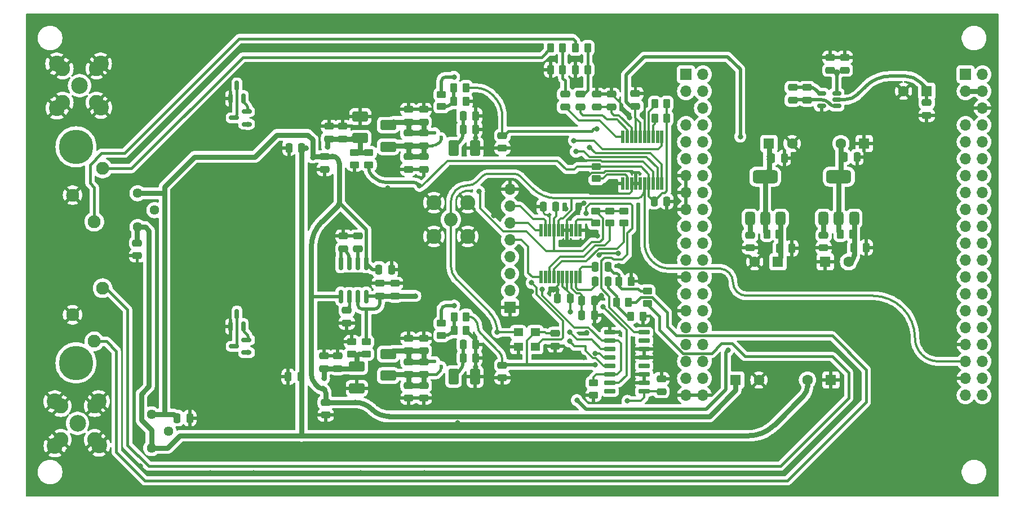
<source format=gbl>
G04 #@! TF.GenerationSoftware,KiCad,Pcbnew,8.0.1*
G04 #@! TF.CreationDate,2024-05-23T10:16:32+02:00*
G04 #@! TF.ProjectId,MISRC_v2.1,4d495352-435f-4763-922e-312e6b696361,0.3*
G04 #@! TF.SameCoordinates,Original*
G04 #@! TF.FileFunction,Copper,L2,Bot*
G04 #@! TF.FilePolarity,Positive*
%FSLAX46Y46*%
G04 Gerber Fmt 4.6, Leading zero omitted, Abs format (unit mm)*
G04 Created by KiCad (PCBNEW 8.0.1) date 2024-05-23 10:16:32*
%MOMM*%
%LPD*%
G01*
G04 APERTURE LIST*
G04 Aperture macros list*
%AMRoundRect*
0 Rectangle with rounded corners*
0 $1 Rounding radius*
0 $2 $3 $4 $5 $6 $7 $8 $9 X,Y pos of 4 corners*
0 Add a 4 corners polygon primitive as box body*
4,1,4,$2,$3,$4,$5,$6,$7,$8,$9,$2,$3,0*
0 Add four circle primitives for the rounded corners*
1,1,$1+$1,$2,$3*
1,1,$1+$1,$4,$5*
1,1,$1+$1,$6,$7*
1,1,$1+$1,$8,$9*
0 Add four rect primitives between the rounded corners*
20,1,$1+$1,$2,$3,$4,$5,0*
20,1,$1+$1,$4,$5,$6,$7,0*
20,1,$1+$1,$6,$7,$8,$9,0*
20,1,$1+$1,$8,$9,$2,$3,0*%
G04 Aperture macros list end*
G04 #@! TA.AperFunction,ComponentPad*
%ADD10R,1.600000X1.600000*%
G04 #@! TD*
G04 #@! TA.AperFunction,ComponentPad*
%ADD11C,1.600000*%
G04 #@! TD*
G04 #@! TA.AperFunction,ComponentPad*
%ADD12R,1.700000X1.700000*%
G04 #@! TD*
G04 #@! TA.AperFunction,ComponentPad*
%ADD13O,1.700000X1.700000*%
G04 #@! TD*
G04 #@! TA.AperFunction,ComponentPad*
%ADD14C,2.050000*%
G04 #@! TD*
G04 #@! TA.AperFunction,ComponentPad*
%ADD15C,2.250000*%
G04 #@! TD*
G04 #@! TA.AperFunction,ComponentPad*
%ADD16C,1.440000*%
G04 #@! TD*
G04 #@! TA.AperFunction,ComponentPad*
%ADD17C,1.950000*%
G04 #@! TD*
G04 #@! TA.AperFunction,ComponentPad*
%ADD18C,5.175000*%
G04 #@! TD*
G04 #@! TA.AperFunction,ComponentPad*
%ADD19C,2.500000*%
G04 #@! TD*
G04 #@! TA.AperFunction,ComponentPad*
%ADD20C,2.400000*%
G04 #@! TD*
G04 #@! TA.AperFunction,SMDPad,CuDef*
%ADD21RoundRect,0.250000X-0.250000X-0.475000X0.250000X-0.475000X0.250000X0.475000X-0.250000X0.475000X0*%
G04 #@! TD*
G04 #@! TA.AperFunction,SMDPad,CuDef*
%ADD22RoundRect,0.250001X-0.924999X0.499999X-0.924999X-0.499999X0.924999X-0.499999X0.924999X0.499999X0*%
G04 #@! TD*
G04 #@! TA.AperFunction,SMDPad,CuDef*
%ADD23RoundRect,0.250000X-0.475000X0.250000X-0.475000X-0.250000X0.475000X-0.250000X0.475000X0.250000X0*%
G04 #@! TD*
G04 #@! TA.AperFunction,SMDPad,CuDef*
%ADD24RoundRect,0.250000X0.475000X-0.250000X0.475000X0.250000X-0.475000X0.250000X-0.475000X-0.250000X0*%
G04 #@! TD*
G04 #@! TA.AperFunction,SMDPad,CuDef*
%ADD25RoundRect,0.250000X-0.262500X-0.450000X0.262500X-0.450000X0.262500X0.450000X-0.262500X0.450000X0*%
G04 #@! TD*
G04 #@! TA.AperFunction,SMDPad,CuDef*
%ADD26R,1.400000X1.200000*%
G04 #@! TD*
G04 #@! TA.AperFunction,SMDPad,CuDef*
%ADD27RoundRect,0.150000X0.150000X-0.587500X0.150000X0.587500X-0.150000X0.587500X-0.150000X-0.587500X0*%
G04 #@! TD*
G04 #@! TA.AperFunction,SMDPad,CuDef*
%ADD28RoundRect,0.250000X-0.450000X0.262500X-0.450000X-0.262500X0.450000X-0.262500X0.450000X0.262500X0*%
G04 #@! TD*
G04 #@! TA.AperFunction,SMDPad,CuDef*
%ADD29RoundRect,0.250000X0.262500X0.450000X-0.262500X0.450000X-0.262500X-0.450000X0.262500X-0.450000X0*%
G04 #@! TD*
G04 #@! TA.AperFunction,SMDPad,CuDef*
%ADD30RoundRect,0.375000X0.375000X-0.625000X0.375000X0.625000X-0.375000X0.625000X-0.375000X-0.625000X0*%
G04 #@! TD*
G04 #@! TA.AperFunction,SMDPad,CuDef*
%ADD31RoundRect,0.500000X1.400000X-0.500000X1.400000X0.500000X-1.400000X0.500000X-1.400000X-0.500000X0*%
G04 #@! TD*
G04 #@! TA.AperFunction,SMDPad,CuDef*
%ADD32RoundRect,0.150000X0.150000X-0.825000X0.150000X0.825000X-0.150000X0.825000X-0.150000X-0.825000X0*%
G04 #@! TD*
G04 #@! TA.AperFunction,HeatsinkPad*
%ADD33R,3.000000X2.290000*%
G04 #@! TD*
G04 #@! TA.AperFunction,SMDPad,CuDef*
%ADD34RoundRect,0.250001X0.924999X-0.499999X0.924999X0.499999X-0.924999X0.499999X-0.924999X-0.499999X0*%
G04 #@! TD*
G04 #@! TA.AperFunction,SMDPad,CuDef*
%ADD35RoundRect,0.250000X0.450000X-0.262500X0.450000X0.262500X-0.450000X0.262500X-0.450000X-0.262500X0*%
G04 #@! TD*
G04 #@! TA.AperFunction,SMDPad,CuDef*
%ADD36RoundRect,0.250000X0.250000X0.475000X-0.250000X0.475000X-0.250000X-0.475000X0.250000X-0.475000X0*%
G04 #@! TD*
G04 #@! TA.AperFunction,SMDPad,CuDef*
%ADD37RoundRect,0.250001X-0.499999X-0.924999X0.499999X-0.924999X0.499999X0.924999X-0.499999X0.924999X0*%
G04 #@! TD*
G04 #@! TA.AperFunction,SMDPad,CuDef*
%ADD38RoundRect,0.150000X0.512500X0.150000X-0.512500X0.150000X-0.512500X-0.150000X0.512500X-0.150000X0*%
G04 #@! TD*
G04 #@! TA.AperFunction,SMDPad,CuDef*
%ADD39RoundRect,0.150000X0.587500X0.150000X-0.587500X0.150000X-0.587500X-0.150000X0.587500X-0.150000X0*%
G04 #@! TD*
G04 #@! TA.AperFunction,SMDPad,CuDef*
%ADD40RoundRect,0.150000X-0.725000X-0.150000X0.725000X-0.150000X0.725000X0.150000X-0.725000X0.150000X0*%
G04 #@! TD*
G04 #@! TA.AperFunction,SMDPad,CuDef*
%ADD41RoundRect,0.028800X0.211200X-0.921200X0.211200X0.921200X-0.211200X0.921200X-0.211200X-0.921200X0*%
G04 #@! TD*
G04 #@! TA.AperFunction,SMDPad,CuDef*
%ADD42RoundRect,0.028800X-0.211200X0.921200X-0.211200X-0.921200X0.211200X-0.921200X0.211200X0.921200X0*%
G04 #@! TD*
G04 #@! TA.AperFunction,ViaPad*
%ADD43C,0.800000*%
G04 #@! TD*
G04 #@! TA.AperFunction,ViaPad*
%ADD44C,1.000000*%
G04 #@! TD*
G04 #@! TA.AperFunction,ViaPad*
%ADD45C,0.600000*%
G04 #@! TD*
G04 #@! TA.AperFunction,Conductor*
%ADD46C,0.500000*%
G04 #@! TD*
G04 #@! TA.AperFunction,Conductor*
%ADD47C,0.320000*%
G04 #@! TD*
G04 #@! TA.AperFunction,Conductor*
%ADD48C,0.400000*%
G04 #@! TD*
G04 #@! TA.AperFunction,Conductor*
%ADD49C,0.240000*%
G04 #@! TD*
G04 #@! TA.AperFunction,Conductor*
%ADD50C,0.750000*%
G04 #@! TD*
G04 #@! TA.AperFunction,Conductor*
%ADD51C,0.800000*%
G04 #@! TD*
G04 APERTURE END LIST*
D10*
X181554000Y-118364000D03*
D11*
X178054000Y-118364000D03*
D12*
X133350000Y-107442000D03*
D13*
X133350000Y-104902000D03*
X133350000Y-102362000D03*
X133350000Y-99822000D03*
X133350000Y-97282000D03*
X133350000Y-94742000D03*
X133350000Y-92202000D03*
X133350000Y-89662000D03*
D14*
X68410000Y-124830000D03*
D15*
X65870000Y-122290000D03*
X65870000Y-127370000D03*
X70950000Y-122290000D03*
X70950000Y-127370000D03*
D12*
X201803000Y-72390000D03*
D13*
X204343000Y-72390000D03*
X201803000Y-74930000D03*
X204343000Y-74930000D03*
X204343000Y-77470000D03*
X201803000Y-80010000D03*
X204343000Y-80010000D03*
X201803000Y-82550000D03*
X204343000Y-82550000D03*
X201803000Y-85090000D03*
X204343000Y-85090000D03*
X201803000Y-87630000D03*
X204343000Y-87630000D03*
X201803000Y-90170000D03*
X204343000Y-90170000D03*
X201803000Y-92710000D03*
X204343000Y-92710000D03*
X201803000Y-95250000D03*
X204343000Y-95250000D03*
X201803000Y-97790000D03*
X204343000Y-97790000D03*
X201803000Y-100330000D03*
X204343000Y-100330000D03*
X201803000Y-102870000D03*
X204343000Y-102870000D03*
X201803000Y-105410000D03*
X204343000Y-105410000D03*
X201803000Y-107950000D03*
X204343000Y-107950000D03*
X201803000Y-110490000D03*
X204343000Y-110490000D03*
X201803000Y-113030000D03*
X204343000Y-113030000D03*
X201803000Y-115570000D03*
X204343000Y-115570000D03*
X201803000Y-118110000D03*
X204343000Y-118110000D03*
X201803000Y-120650000D03*
X204343000Y-120650000D03*
D14*
X124460000Y-94234000D03*
D15*
X121920000Y-91694000D03*
X121920000Y-96774000D03*
X127000000Y-91694000D03*
X127000000Y-96774000D03*
D16*
X77400000Y-90270000D03*
X79940000Y-92810000D03*
X77400000Y-95350000D03*
D10*
X180721000Y-100584000D03*
D11*
X184221000Y-100584000D03*
D10*
X186564651Y-82804000D03*
D11*
X183064651Y-82804000D03*
D14*
X68710000Y-74070000D03*
D15*
X66170000Y-71530000D03*
X66170000Y-76610000D03*
X71250000Y-71530000D03*
X71250000Y-76610000D03*
D10*
X172240000Y-82801000D03*
D11*
X175740000Y-82801000D03*
D10*
X195962651Y-74930000D03*
D11*
X192462651Y-74930000D03*
D10*
X167259000Y-118364000D03*
D11*
X170759000Y-118364000D03*
D17*
X67650000Y-90550000D03*
X72150000Y-86550000D03*
X70900000Y-94550000D03*
X67650000Y-108550000D03*
X72150000Y-104550000D03*
X70900000Y-112550000D03*
D18*
X68150000Y-83300000D03*
X68150000Y-115800000D03*
D10*
X173609000Y-100584000D03*
D11*
X170109000Y-100584000D03*
D19*
X68390000Y-124880000D03*
D20*
X64950000Y-121600000D03*
X71550000Y-121590000D03*
X64990000Y-128280000D03*
X71600000Y-128170000D03*
D16*
X79475000Y-123525000D03*
X82015000Y-126065000D03*
X79475000Y-128605000D03*
D19*
X68690000Y-74090000D03*
D20*
X65250000Y-70810000D03*
X71850000Y-70800000D03*
X65290000Y-77490000D03*
X71900000Y-77380000D03*
D12*
X159800000Y-72390000D03*
D13*
X162340000Y-72390000D03*
X159800000Y-74930000D03*
X162340000Y-74930000D03*
X162340000Y-77470000D03*
X159800000Y-80010000D03*
X162340000Y-80010000D03*
X159800000Y-82550000D03*
X162340000Y-82550000D03*
X159800000Y-85090000D03*
X162340000Y-85090000D03*
X159800000Y-87630000D03*
X162340000Y-87630000D03*
X159800000Y-90170000D03*
X162340000Y-90170000D03*
X159800000Y-92710000D03*
X162340000Y-92710000D03*
X159800000Y-95250000D03*
X162340000Y-95250000D03*
X159800000Y-97790000D03*
X162340000Y-97790000D03*
X159800000Y-100330000D03*
X162340000Y-100330000D03*
X159800000Y-102870000D03*
X162340000Y-102870000D03*
X159800000Y-105410000D03*
X162340000Y-105410000D03*
X159800000Y-107950000D03*
X162340000Y-107950000D03*
X159800000Y-110490000D03*
X162340000Y-110490000D03*
X159800000Y-113030000D03*
X162340000Y-113030000D03*
X159800000Y-115570000D03*
X162340000Y-115570000D03*
X159800000Y-118110000D03*
X162340000Y-118110000D03*
X159800000Y-120650000D03*
X162340000Y-120650000D03*
D21*
X100015000Y-117856000D03*
X101915000Y-117856000D03*
D22*
X110363000Y-116358000D03*
X110363000Y-119608000D03*
D21*
X138350000Y-92300000D03*
X140250000Y-92300000D03*
D23*
X132207000Y-81600000D03*
X132207000Y-83500000D03*
D24*
X118097000Y-83119000D03*
X118097000Y-81219000D03*
D25*
X143207100Y-71678800D03*
X145032100Y-71678800D03*
D23*
X169418000Y-96586000D03*
X169418000Y-98486000D03*
D24*
X148590000Y-77287200D03*
X148590000Y-75387200D03*
D23*
X175831500Y-74361000D03*
X175831500Y-76261000D03*
D26*
X137140000Y-113400000D03*
X134600000Y-113400000D03*
X134600000Y-111200000D03*
X137140000Y-111200000D03*
D27*
X93279000Y-75994500D03*
X91379000Y-75994500D03*
X92329000Y-74119500D03*
D23*
X141630400Y-75387200D03*
X141630400Y-77287200D03*
D28*
X112141000Y-84154000D03*
X112141000Y-85979000D03*
D24*
X108839000Y-109789000D03*
X108839000Y-107889000D03*
D23*
X180467000Y-96586000D03*
X180467000Y-98486000D03*
D25*
X182983500Y-96393000D03*
X184808500Y-96393000D03*
D29*
X126769500Y-110871000D03*
X124944500Y-110871000D03*
D23*
X120396000Y-112080000D03*
X120396000Y-113980000D03*
D21*
X126291000Y-80645000D03*
X128191000Y-80645000D03*
D29*
X126756500Y-76454000D03*
X124931500Y-76454000D03*
D21*
X144150000Y-108600000D03*
X146050000Y-108600000D03*
D28*
X148350000Y-92925000D03*
X148350000Y-94750000D03*
D23*
X118097000Y-77663000D03*
X118097000Y-79563000D03*
X195961000Y-76647000D03*
X195961000Y-78547000D03*
D30*
X185053000Y-94082000D03*
X182753000Y-94082000D03*
D31*
X182753000Y-87782000D03*
D30*
X180453000Y-94082000D03*
D21*
X184978000Y-98425000D03*
X186878000Y-98425000D03*
D24*
X118110000Y-121092000D03*
X118110000Y-119192000D03*
D28*
X150450000Y-92925000D03*
X150450000Y-94750000D03*
D23*
X140150000Y-111350000D03*
X140150000Y-113250000D03*
D27*
X93279000Y-110290000D03*
X91379000Y-110290000D03*
X92329000Y-108415000D03*
D23*
X105537000Y-84775000D03*
X105537000Y-86675000D03*
X120383000Y-77663000D03*
X120383000Y-79563000D03*
D32*
X111748000Y-105788000D03*
X110478000Y-105788000D03*
X109208000Y-105788000D03*
X107938000Y-105788000D03*
X107938000Y-100838000D03*
X109208000Y-100838000D03*
X110478000Y-100838000D03*
X111748000Y-100838000D03*
D33*
X109843000Y-103313000D03*
D23*
X143916400Y-75387200D03*
X143916400Y-77287200D03*
D34*
X115049000Y-83286000D03*
X115049000Y-80036000D03*
D21*
X173802000Y-98552000D03*
X175702000Y-98552000D03*
D35*
X154000000Y-106825000D03*
X154000000Y-105000000D03*
D28*
X123063000Y-109831500D03*
X123063000Y-111656500D03*
D21*
X126304000Y-113030000D03*
X128204000Y-113030000D03*
X144150000Y-106450000D03*
X146050000Y-106450000D03*
D36*
X148050000Y-103500000D03*
X146150000Y-103500000D03*
D25*
X139447900Y-71678800D03*
X141272900Y-71678800D03*
X139447900Y-68427600D03*
X141272900Y-68427600D03*
D24*
X120396000Y-121092000D03*
X120396000Y-119192000D03*
X152196800Y-77200800D03*
X152196800Y-75300800D03*
D29*
X126756500Y-74422000D03*
X124931500Y-74422000D03*
D23*
X77350000Y-97750000D03*
X77350000Y-99650000D03*
D29*
X153325000Y-108750000D03*
X151500000Y-108750000D03*
D24*
X106172000Y-82103000D03*
X106172000Y-80203000D03*
D30*
X174004000Y-94082000D03*
X171704000Y-94082000D03*
D31*
X171704000Y-87782000D03*
D30*
X169404000Y-94082000D03*
D21*
X126304000Y-115062000D03*
X128204000Y-115062000D03*
D36*
X156900000Y-91500000D03*
X155000000Y-91500000D03*
D24*
X120383000Y-86675000D03*
X120383000Y-84775000D03*
D23*
X118110000Y-112080000D03*
X118110000Y-113980000D03*
D29*
X156919300Y-76809600D03*
X155094300Y-76809600D03*
D28*
X123050000Y-75414500D03*
X123050000Y-77239500D03*
D29*
X151525000Y-103500000D03*
X149700000Y-103500000D03*
X126769500Y-108839000D03*
X124944500Y-108839000D03*
X156919300Y-78994000D03*
X155094300Y-78994000D03*
D21*
X172659000Y-84963000D03*
X174559000Y-84963000D03*
D23*
X132207000Y-116144000D03*
X132207000Y-118044000D03*
D35*
X111760000Y-114450500D03*
X111760000Y-112625500D03*
D24*
X120383000Y-83119000D03*
X120383000Y-81219000D03*
D23*
X110490000Y-96713000D03*
X110490000Y-98613000D03*
D34*
X115062000Y-117703000D03*
X115062000Y-114453000D03*
D37*
X124867000Y-117856000D03*
X128117000Y-117856000D03*
D38*
X182430000Y-75250000D03*
X182430000Y-76200000D03*
X182430000Y-77150000D03*
X180155000Y-77150000D03*
X180155000Y-75250000D03*
D23*
X181483000Y-69850000D03*
X181483000Y-71750000D03*
D25*
X171934500Y-96393000D03*
X173759500Y-96393000D03*
D34*
X110871000Y-81990000D03*
X110871000Y-78740000D03*
D39*
X93774500Y-112334000D03*
X93774500Y-114234000D03*
X91899500Y-113284000D03*
D40*
X148350000Y-120060000D03*
X148350000Y-118790000D03*
X148350000Y-117520000D03*
X148350000Y-116250000D03*
X148350000Y-114980000D03*
X148350000Y-113710000D03*
X148350000Y-112440000D03*
X148350000Y-111170000D03*
X153500000Y-111170000D03*
X153500000Y-112440000D03*
X153500000Y-113710000D03*
X153500000Y-114980000D03*
X153500000Y-116250000D03*
X153500000Y-117520000D03*
X153500000Y-118790000D03*
X153500000Y-120060000D03*
D36*
X142400000Y-106100000D03*
X140500000Y-106100000D03*
D24*
X105410000Y-116647000D03*
X105410000Y-114747000D03*
X146405600Y-77287200D03*
X146405600Y-75387200D03*
D35*
X146304000Y-88085300D03*
X146304000Y-86260300D03*
D36*
X148050000Y-101350000D03*
X146150000Y-101350000D03*
D35*
X146200000Y-94775000D03*
X146200000Y-92950000D03*
X145900000Y-120612500D03*
X145900000Y-118787500D03*
X109982000Y-86002500D03*
X109982000Y-84177500D03*
D25*
X143207100Y-68427600D03*
X145032100Y-68427600D03*
D23*
X183642000Y-69850000D03*
X183642000Y-71750000D03*
D36*
X115550000Y-101750000D03*
X113650000Y-101750000D03*
D41*
X143875000Y-102870000D03*
X143225000Y-102870000D03*
X142575000Y-102870000D03*
X141925000Y-102870000D03*
X141275000Y-102870000D03*
X140625000Y-102870000D03*
X139975000Y-102870000D03*
X139325000Y-102870000D03*
X138675000Y-102870000D03*
X138025000Y-102870000D03*
X138025000Y-95860000D03*
X138675000Y-95860000D03*
X139325000Y-95860000D03*
X139975000Y-95860000D03*
X140625000Y-95860000D03*
X141275000Y-95860000D03*
X141925000Y-95860000D03*
X142575000Y-95860000D03*
X143225000Y-95860000D03*
X143875000Y-95860000D03*
D39*
X93780000Y-77978000D03*
X93780000Y-79878000D03*
X91905000Y-78928000D03*
D24*
X118097000Y-86675000D03*
X118097000Y-84775000D03*
D29*
X151175000Y-106700000D03*
X149350000Y-106700000D03*
D24*
X156100000Y-120100000D03*
X156100000Y-118200000D03*
X120396000Y-117536000D03*
X120396000Y-115636000D03*
X108204000Y-82103000D03*
X108204000Y-80203000D03*
D21*
X183581000Y-84836000D03*
X185481000Y-84836000D03*
D24*
X107442000Y-116647000D03*
X107442000Y-114747000D03*
D21*
X126291000Y-78613000D03*
X128191000Y-78613000D03*
D23*
X105664000Y-121732000D03*
X105664000Y-123632000D03*
D42*
X150317200Y-81788400D03*
X150967200Y-81788400D03*
X151617200Y-81788400D03*
X152267200Y-81788400D03*
X152917200Y-81788400D03*
X153567200Y-81788400D03*
X154217200Y-81788400D03*
X154867200Y-81788400D03*
X155517200Y-81788400D03*
X156167200Y-81788400D03*
X156167200Y-88798400D03*
X155517200Y-88798400D03*
X154867200Y-88798400D03*
X154217200Y-88798400D03*
X153567200Y-88798400D03*
X152917200Y-88798400D03*
X152267200Y-88798400D03*
X151617200Y-88798400D03*
X150967200Y-88798400D03*
X150317200Y-88798400D03*
D21*
X100142000Y-83439000D03*
X102042000Y-83439000D03*
D24*
X118110000Y-117536000D03*
X118110000Y-115636000D03*
D37*
X124854000Y-83439000D03*
X128104000Y-83439000D03*
D24*
X116078000Y-105725000D03*
X116078000Y-103825000D03*
D21*
X83350000Y-124100000D03*
X85250000Y-124100000D03*
D28*
X109601000Y-112625500D03*
X109601000Y-114450500D03*
D23*
X177990500Y-74361000D03*
X177990500Y-76261000D03*
D24*
X113792000Y-105725000D03*
X113792000Y-103825000D03*
X108331000Y-98613000D03*
X108331000Y-96713000D03*
D43*
X146431000Y-80619600D03*
X132461000Y-81534000D03*
X132207000Y-116078000D03*
X146150000Y-114350000D03*
X151000000Y-121500000D03*
X146177000Y-116078000D03*
X173990000Y-107696000D03*
X99060000Y-99822000D03*
X82931000Y-96393000D03*
X124350000Y-132400000D03*
X186055000Y-70866000D03*
X125526800Y-129235200D03*
X144424400Y-89357200D03*
X185039000Y-91059000D03*
X145300000Y-135100000D03*
X69000000Y-129400000D03*
X115000000Y-89500000D03*
X176149000Y-102870000D03*
X105537000Y-102489000D03*
X144450000Y-114950000D03*
X127762000Y-99314000D03*
X205232000Y-128397000D03*
X126492000Y-107061000D03*
X190246000Y-73914000D03*
X128397000Y-120015000D03*
X64650000Y-92300000D03*
X81915000Y-69469000D03*
X90170000Y-120777000D03*
X141732000Y-117602000D03*
X97650000Y-71750000D03*
X194183000Y-134493000D03*
X194056000Y-64516000D03*
X84600000Y-135000000D03*
X108839000Y-102743000D03*
X174244000Y-120904000D03*
X85216998Y-81323000D03*
X128397000Y-86995000D03*
X113700000Y-135100000D03*
X191583676Y-76946174D03*
X72750000Y-108500000D03*
X111099600Y-125069600D03*
X147100000Y-105700000D03*
X109626400Y-88950800D03*
X117856000Y-90678000D03*
X136800000Y-135200000D03*
X69650000Y-106300000D03*
X164211000Y-119253000D03*
X130937000Y-103505000D03*
X200914000Y-127508000D03*
X164450000Y-115750000D03*
X139850000Y-104800000D03*
X170050000Y-106900000D03*
X68750000Y-93600000D03*
X183450000Y-115000000D03*
X94488000Y-92583000D03*
X104292400Y-90627200D03*
X156972000Y-72517000D03*
X168783000Y-64389000D03*
X109855000Y-103886000D03*
X94500000Y-135100000D03*
X157150000Y-116500000D03*
X186200000Y-114200000D03*
X136600000Y-105100000D03*
X77000000Y-72000000D03*
X65950000Y-105300000D03*
X198628000Y-134366000D03*
X191897000Y-70993000D03*
X180050000Y-113300000D03*
X141732000Y-92583000D03*
X177165000Y-87503000D03*
X169799000Y-91186000D03*
X120904000Y-100330000D03*
X90043000Y-78486000D03*
X79375000Y-67945000D03*
X88350000Y-132350000D03*
X166116000Y-72390000D03*
X182300000Y-104100000D03*
X119253000Y-75819000D03*
X180467000Y-91059000D03*
X168529000Y-121666000D03*
X169672000Y-74676000D03*
X121031000Y-107315000D03*
X122174000Y-125222000D03*
X153750000Y-128200000D03*
X179451000Y-84201000D03*
X174625000Y-118618000D03*
X137922000Y-121539000D03*
X96012000Y-81407000D03*
X123190000Y-88265000D03*
X165862000Y-87122000D03*
X174750000Y-113200000D03*
X88900000Y-116967000D03*
X185500000Y-118650000D03*
X110871000Y-103886000D03*
X110871000Y-102743000D03*
X77800000Y-131350000D03*
X120850000Y-71650000D03*
X192786000Y-67564000D03*
X88138000Y-120904000D03*
X187833000Y-78232000D03*
X165100000Y-76073000D03*
X74700000Y-65100000D03*
X130937000Y-93599000D03*
X95631000Y-112522000D03*
X119253000Y-122301000D03*
X180086000Y-107823000D03*
X144300000Y-132450000D03*
X99187000Y-129286000D03*
X117754400Y-97739200D03*
X62865000Y-89408000D03*
X143129000Y-70104000D03*
X188595000Y-75819000D03*
X189992000Y-80264000D03*
X199136000Y-76708000D03*
X138176000Y-64516000D03*
X109220000Y-94869000D03*
X95885000Y-115697000D03*
X114550000Y-100100000D03*
X205359000Y-123825000D03*
X106553000Y-64897000D03*
X183007000Y-111252000D03*
X142000000Y-129400000D03*
X161671000Y-67945000D03*
X95631000Y-110617000D03*
X180100000Y-121250000D03*
X97500000Y-102500000D03*
X198628000Y-73279000D03*
X151333200Y-78892400D03*
X77750000Y-66000000D03*
X117703600Y-95250000D03*
X92583000Y-116840000D03*
X184785000Y-77851000D03*
X125476000Y-124800000D03*
X144907000Y-66421000D03*
X84000000Y-77250000D03*
X144450000Y-91800000D03*
X95758000Y-94742000D03*
X95377000Y-75946000D03*
X97993200Y-105308400D03*
X112014000Y-89763600D03*
X128184000Y-81956000D03*
X62900000Y-125000000D03*
X98679000Y-82931000D03*
X97650000Y-68400000D03*
X151000000Y-101800000D03*
X95758000Y-106299000D03*
X129844800Y-125323600D03*
X128371600Y-129286000D03*
X150241000Y-67691000D03*
X176149000Y-119761000D03*
X62700000Y-74800000D03*
X129921000Y-72898000D03*
X98933000Y-124968000D03*
X144526000Y-119761000D03*
X126873000Y-121793000D03*
X83312000Y-73152000D03*
X170100000Y-113200000D03*
X98679000Y-117221000D03*
X151900000Y-125400000D03*
X131064000Y-105537000D03*
X175768000Y-70993000D03*
X67100000Y-90550000D03*
X90170000Y-74400000D03*
X103900000Y-135100000D03*
X199263000Y-79248000D03*
X128524000Y-121793000D03*
X188214000Y-86106000D03*
X83566000Y-107696000D03*
X81534000Y-130050000D03*
X175768000Y-67945000D03*
X94742000Y-128143000D03*
X182372000Y-67818000D03*
X108839000Y-103886000D03*
X141224000Y-79451200D03*
X94615000Y-96774000D03*
X193929000Y-80264000D03*
X111125000Y-88519000D03*
X141605000Y-119761000D03*
X164400000Y-91900000D03*
X192278000Y-83058000D03*
X71000000Y-64800000D03*
X111300000Y-72450000D03*
X149700000Y-101200000D03*
X128184000Y-116373000D03*
X94800000Y-132350000D03*
X109931200Y-128574800D03*
X87757000Y-112903000D03*
X73700000Y-132900000D03*
X170434000Y-76835000D03*
X93472000Y-100203000D03*
X93218000Y-120396000D03*
X170434000Y-69469000D03*
X169950000Y-103050000D03*
X106299000Y-88011000D03*
X144907000Y-111252000D03*
X88646000Y-123952000D03*
X130810000Y-96393000D03*
X87122000Y-99822000D03*
X125300000Y-135100000D03*
X87757000Y-108331000D03*
X142113000Y-89662000D03*
X169700000Y-135400000D03*
X196088000Y-70358000D03*
X88519000Y-82423000D03*
X99187000Y-90678000D03*
X145796000Y-129159000D03*
X110490000Y-110109000D03*
X82550000Y-65532000D03*
X117602000Y-102743000D03*
X153670000Y-67437000D03*
X84582000Y-116840000D03*
X184200000Y-135400000D03*
X189103000Y-67945000D03*
X79500000Y-81750000D03*
X98100000Y-64700000D03*
X123825000Y-122428000D03*
X118600000Y-64700000D03*
X142036800Y-65176400D03*
X109220000Y-87249000D03*
X83000000Y-122000000D03*
X142494000Y-85344000D03*
X82804000Y-103124000D03*
X76750000Y-103900000D03*
X166624000Y-67564000D03*
X156464000Y-64389000D03*
X141732000Y-125222000D03*
X172300000Y-110050000D03*
X164750000Y-99100000D03*
X146177000Y-125222000D03*
X111912400Y-92913200D03*
X198374000Y-64516000D03*
X144526000Y-117348000D03*
X84709000Y-88265000D03*
X165989000Y-81534000D03*
X197104000Y-131445000D03*
X75750000Y-80250000D03*
X186055000Y-102489000D03*
X130777513Y-101454932D03*
X164600000Y-107100000D03*
X146450000Y-96650000D03*
X143950000Y-125300000D03*
X177292000Y-78867000D03*
X199390000Y-129286000D03*
X151750000Y-100500000D03*
X172212000Y-116078000D03*
X107696000Y-78740000D03*
X110900000Y-132350000D03*
X127000000Y-103250000D03*
X122021600Y-128574800D03*
X64550000Y-101550000D03*
X128600000Y-68450000D03*
X164400000Y-103950000D03*
X114681000Y-87249000D03*
X74750000Y-110500000D03*
X90043000Y-64897000D03*
X70500000Y-133500000D03*
X111750000Y-68300000D03*
X83439000Y-113284000D03*
X174018000Y-90681000D03*
X155600000Y-112150000D03*
X120450000Y-132350000D03*
X72009000Y-99949000D03*
X129794000Y-132400000D03*
X123317000Y-102743000D03*
X93218000Y-83185000D03*
X129794000Y-88900000D03*
X128600000Y-64800000D03*
X87630000Y-129794000D03*
X114554000Y-122428000D03*
X185550000Y-111700000D03*
X109855000Y-102743000D03*
X158600000Y-135400000D03*
X76750000Y-101200000D03*
X164650000Y-110450000D03*
X184150000Y-107300000D03*
X185166000Y-64262000D03*
X69000000Y-67250000D03*
X68072000Y-102616000D03*
D44*
X169418000Y-94615000D03*
D43*
X105283000Y-119634000D03*
X103700000Y-84900000D03*
D44*
X180467000Y-94615000D03*
D43*
X101854000Y-117983000D03*
X102743000Y-83439000D03*
X128700000Y-90000000D03*
X119761000Y-89154000D03*
X119126000Y-105725000D03*
X131445000Y-111162617D03*
X142300000Y-112550000D03*
X142300000Y-111150000D03*
X143400000Y-121400000D03*
X167950000Y-81750000D03*
X166100000Y-113900000D03*
X142400000Y-108100000D03*
D44*
X182499000Y-72136000D03*
D43*
X105410000Y-118110000D03*
X93980000Y-114173000D03*
X126238000Y-115062000D03*
D45*
X123018011Y-116313937D03*
X122047000Y-115570000D03*
D43*
X105918000Y-83312000D03*
X93980000Y-79878000D03*
X126225000Y-80645000D03*
D45*
X123005011Y-81896937D03*
X122034000Y-81153000D03*
D43*
X147350000Y-107350000D03*
X144800000Y-93300000D03*
X138200000Y-104700000D03*
X123063000Y-111656500D03*
X124968000Y-107188000D03*
X123050000Y-77239500D03*
X124955000Y-72771000D03*
X146750000Y-99600000D03*
X136600000Y-103750000D03*
X149600000Y-99350000D03*
X142951200Y-82334000D03*
X143256000Y-84023200D03*
X145338800Y-83362800D03*
D46*
X145105188Y-116078000D02*
X145090801Y-116078000D01*
X145882070Y-116078000D02*
X145867683Y-116078000D01*
D47*
X127941000Y-109145000D02*
X128097118Y-109301118D01*
D46*
X145896457Y-116078000D02*
X145882070Y-116078000D01*
X141055327Y-116078000D02*
X141012167Y-116078000D01*
X135128000Y-116078000D02*
X133286500Y-116078000D01*
X144220405Y-116078000D02*
X143990218Y-116078000D01*
X139803681Y-116078000D02*
X139961935Y-116078000D01*
D47*
X153500000Y-120060000D02*
X156060000Y-120060000D01*
X137140000Y-111200000D02*
X138600000Y-111200000D01*
D46*
X145054834Y-116078000D02*
X144997287Y-116078000D01*
X145918037Y-116078000D02*
X145896457Y-116078000D01*
X140724431Y-116078000D02*
X140580564Y-116078000D01*
X138983640Y-116078000D02*
X138868546Y-116078000D01*
X141170421Y-116078000D02*
X141055327Y-116078000D01*
X145680655Y-116078000D02*
X145601528Y-116078000D01*
X140983393Y-116078000D02*
X140954619Y-116078000D01*
X145220281Y-116078000D02*
X145148348Y-116078000D01*
X145824521Y-116078000D02*
X145752588Y-116078000D01*
X139328919Y-116078000D02*
X139213826Y-116078000D01*
X138177983Y-116078000D02*
X138408171Y-116078000D01*
X141400609Y-116078000D02*
X141285515Y-116078000D01*
X143990218Y-116078000D02*
X143875124Y-116078000D01*
X135128000Y-116078000D02*
X135746629Y-116078000D01*
X145975584Y-116078000D02*
X145918037Y-116078000D01*
X146169806Y-116078000D02*
X146155419Y-116078000D01*
X133286500Y-116078000D02*
X132207000Y-116078000D01*
X145752588Y-116078000D02*
X145680655Y-116078000D01*
X146126645Y-116078000D02*
X146112258Y-116078000D01*
X144795873Y-116078000D02*
X144846227Y-116078000D01*
X141472542Y-116078000D02*
X141443769Y-116078000D01*
X143414750Y-116078000D02*
X141573250Y-116078000D01*
X143644936Y-116078000D02*
X143529842Y-116078000D01*
X143875124Y-116078000D02*
X143760030Y-116078000D01*
X136955113Y-116078000D02*
X137271620Y-116078000D01*
X143529842Y-116078000D02*
X143501069Y-116078000D01*
X137329166Y-116078000D02*
X137300393Y-116078000D01*
X144939740Y-116078000D02*
X144932547Y-116078000D01*
X140868298Y-116078000D02*
X140724431Y-116078000D01*
D47*
X130937000Y-75692000D02*
X130696017Y-75451017D01*
D46*
X144335499Y-116078000D02*
X144220405Y-116078000D01*
D48*
X145907966Y-80619600D02*
X145603166Y-80924400D01*
D46*
X146141032Y-116078000D02*
X146126645Y-116078000D01*
X140422310Y-116078000D02*
X139961935Y-116078000D01*
D48*
X146431000Y-80619600D02*
X145907966Y-80619600D01*
X145603166Y-80924400D02*
X133070600Y-80924400D01*
D47*
X132207000Y-81100394D02*
X132207000Y-78758051D01*
X135900000Y-112440000D02*
X135900000Y-115978000D01*
D46*
X141443769Y-116078000D02*
X141400609Y-116078000D01*
X144932547Y-116078000D02*
X144889387Y-116078000D01*
X146090678Y-116078000D02*
X146112258Y-116078000D01*
D47*
X153500000Y-121000000D02*
X153500000Y-120060000D01*
X132428000Y-81567000D02*
X132461000Y-81534000D01*
X137140000Y-111200000D02*
X135900000Y-112440000D01*
X135900000Y-115978000D02*
X136000000Y-116078000D01*
D46*
X140868298Y-116078000D02*
X140954619Y-116078000D01*
X141012167Y-116078000D02*
X140983393Y-116078000D01*
X143760030Y-116078000D02*
X143644936Y-116078000D01*
X145090801Y-116078000D02*
X145076414Y-116078000D01*
X136955113Y-116078000D02*
X136350871Y-116078000D01*
X141501315Y-116078000D02*
X141472542Y-116078000D01*
D47*
X138600000Y-111200000D02*
X138750000Y-111350000D01*
D46*
X144565687Y-116078000D02*
X144450593Y-116078000D01*
X139400853Y-116078000D02*
X139372079Y-116078000D01*
D47*
X146800000Y-114350000D02*
X146150000Y-114350000D01*
D46*
X139803681Y-116078000D02*
X139659814Y-116078000D01*
X144889387Y-116078000D02*
X144846227Y-116078000D01*
D47*
X132207000Y-115348201D02*
X132207000Y-116078000D01*
D46*
X144997287Y-116078000D02*
X144939740Y-116078000D01*
X137329166Y-116078000D02*
X137602514Y-116078000D01*
X141558863Y-116078000D02*
X141530089Y-116078000D01*
X144450593Y-116078000D02*
X144335499Y-116078000D01*
X145292214Y-116078000D02*
X145371341Y-116078000D01*
D47*
X147430000Y-114980000D02*
X146800000Y-114350000D01*
D46*
X139372079Y-116078000D02*
X139328919Y-116078000D01*
X136350871Y-116078000D02*
X136000000Y-116078000D01*
D47*
X132207000Y-116078000D02*
X132207000Y-116144000D01*
D46*
X145076414Y-116078000D02*
X145054834Y-116078000D01*
X139659814Y-116078000D02*
X139515947Y-116078000D01*
D47*
X128211750Y-74422000D02*
X126756500Y-74422000D01*
X153000000Y-121500000D02*
X153500000Y-121000000D01*
D46*
X145292214Y-116078000D02*
X145220281Y-116078000D01*
D47*
X148350000Y-114980000D02*
X147430000Y-114980000D01*
D46*
X140422310Y-116078000D02*
X140580564Y-116078000D01*
D47*
X156060000Y-120060000D02*
X156100000Y-120100000D01*
D46*
X145867683Y-116078000D02*
X145824521Y-116078000D01*
D47*
X128950881Y-111362283D02*
X131690954Y-114102356D01*
D46*
X139213826Y-116078000D02*
X139098733Y-116078000D01*
X144795873Y-116078000D02*
X144652006Y-116078000D01*
X144652006Y-116078000D02*
X144565687Y-116078000D01*
X146155419Y-116078000D02*
X146141032Y-116078000D01*
X145601528Y-116078000D02*
X145371341Y-116078000D01*
X146090678Y-116078000D02*
X146033131Y-116078000D01*
X141558863Y-116078000D02*
X141573250Y-116078000D01*
X139515947Y-116078000D02*
X139429627Y-116078000D01*
D48*
X133070600Y-80924400D02*
X132461000Y-81534000D01*
D46*
X141530089Y-116078000D02*
X141501315Y-116078000D01*
X136000000Y-116078000D02*
X135746629Y-116078000D01*
D47*
X138750000Y-111350000D02*
X140150000Y-111350000D01*
X151000000Y-121500000D02*
X153000000Y-121500000D01*
D46*
X143501069Y-116078000D02*
X143443523Y-116078000D01*
X146033131Y-116078000D02*
X145975584Y-116078000D01*
X146169806Y-116078000D02*
X146177000Y-116078000D01*
X139429627Y-116078000D02*
X139400853Y-116078000D01*
X138523265Y-116078000D02*
X138408171Y-116078000D01*
X138868546Y-116078000D02*
X138638359Y-116078000D01*
X138177983Y-116078000D02*
X137602514Y-116078000D01*
X145105188Y-116078000D02*
X145148348Y-116078000D01*
X139098733Y-116078000D02*
X138983640Y-116078000D01*
X143414750Y-116078000D02*
X143443523Y-116078000D01*
X138638359Y-116078000D02*
X138523265Y-116078000D01*
D47*
X132348330Y-81600000D02*
X132207000Y-81600000D01*
D46*
X137300393Y-116078000D02*
X137271620Y-116078000D01*
X141285515Y-116078000D02*
X141170421Y-116078000D01*
D47*
X132461000Y-81534000D02*
X132334000Y-81407000D01*
X127202250Y-108839000D02*
X126769500Y-108839000D01*
X132207000Y-115348201D02*
G75*
G03*
X131690956Y-114102354I-1761900J1D01*
G01*
X132348330Y-81600000D02*
G75*
G03*
X132427991Y-81566991I-30J112700D01*
G01*
X132207000Y-81100394D02*
G75*
G03*
X132333998Y-81407002I433600J-6D01*
G01*
X128524000Y-110331701D02*
G75*
G03*
X128097126Y-109301110I-1457500J1D01*
G01*
X127202250Y-108839000D02*
G75*
G02*
X127941014Y-109144986I50J-1044700D01*
G01*
X128211750Y-74422000D02*
G75*
G02*
X130696045Y-75450989I50J-3513300D01*
G01*
X128524000Y-110331701D02*
G75*
G03*
X128950874Y-111362290I1457500J1D01*
G01*
X130937000Y-75692000D02*
G75*
G02*
X132207020Y-78758051I-3066100J-3066100D01*
G01*
X153365200Y-85496400D02*
X154867200Y-86998400D01*
X150200000Y-76997200D02*
X148590000Y-75387200D01*
X145594402Y-87212800D02*
X147459009Y-87212800D01*
D48*
X128184000Y-116373000D02*
X128184000Y-117741623D01*
D49*
X139325000Y-95860000D02*
X139325000Y-93525000D01*
D48*
X128184000Y-116373000D02*
X128184000Y-115096142D01*
D47*
X151617200Y-89987600D02*
X151617200Y-88798400D01*
X147459009Y-87212800D02*
X147703410Y-86968400D01*
X142494000Y-85344000D02*
X146969798Y-85344000D01*
D48*
X128150500Y-117822500D02*
X128117000Y-117856000D01*
D47*
X150200000Y-77750000D02*
X150200000Y-76997200D01*
X144424400Y-89357200D02*
X145389600Y-90322400D01*
X140625000Y-102870000D02*
X140625000Y-104025000D01*
X144450000Y-91800000D02*
X141925000Y-94325000D01*
D46*
X128204000Y-112305500D02*
X126769500Y-110871000D01*
X128204000Y-113030000D02*
X128204000Y-112305500D01*
D50*
X146350000Y-106450000D02*
X147100000Y-105700000D01*
D47*
X151333200Y-78883200D02*
X150200000Y-77750000D01*
X144424400Y-88382802D02*
X145594402Y-87212800D01*
X154867200Y-86998400D02*
X154867200Y-88798400D01*
D49*
X138350000Y-92300000D02*
X138350000Y-93200000D01*
D47*
X156972000Y-72517000D02*
X153567200Y-75921800D01*
X144424400Y-89357200D02*
X144424400Y-88382802D01*
X140625000Y-104025000D02*
X139850000Y-104800000D01*
X141925000Y-94325000D02*
X141925000Y-95860000D01*
D49*
X138600000Y-93450000D02*
X139250000Y-93450000D01*
D47*
X146969798Y-85344000D02*
X147122198Y-85496400D01*
X151282400Y-90322400D02*
X151617200Y-89987600D01*
X151333200Y-78892400D02*
X151333200Y-78883200D01*
X147015200Y-75300800D02*
X149199600Y-75300800D01*
X147703410Y-86968400D02*
X151758000Y-86968400D01*
X153567200Y-75921800D02*
X153567200Y-81788400D01*
X150152800Y-67779200D02*
X150241000Y-67691000D01*
X152267200Y-87477600D02*
X152267200Y-88798400D01*
D46*
X128204000Y-115047857D02*
X128204000Y-113030000D01*
D49*
X139325000Y-93525000D02*
X139250000Y-93450000D01*
D47*
X147122198Y-85496400D02*
X153365200Y-85496400D01*
X151758000Y-86968400D02*
X152267200Y-87477600D01*
D50*
X146050000Y-106450000D02*
X146350000Y-106450000D01*
D46*
X128191000Y-78613000D02*
X128191000Y-80645000D01*
D49*
X138350000Y-93200000D02*
X138600000Y-93450000D01*
D47*
X145389600Y-90322400D02*
X151282400Y-90322400D01*
D48*
X128150499Y-117822499D02*
G75*
G03*
X128184009Y-117741623I-80899J80899D01*
G01*
X128194000Y-115072000D02*
G75*
G03*
X128184018Y-115096142I24100J-24100D01*
G01*
D46*
X128194000Y-115072000D02*
G75*
G03*
X128203982Y-115047857I-24100J24100D01*
G01*
X195962651Y-75333056D02*
X195962651Y-75309346D01*
X195962651Y-76004324D02*
X195962651Y-76131761D01*
X195962651Y-74758105D02*
X195962651Y-74764032D01*
X195962651Y-75178944D02*
X195962651Y-75184871D01*
X195962651Y-74864797D02*
X195962651Y-74870725D01*
X195962651Y-75611639D02*
X195962651Y-75617566D01*
X195962651Y-75155235D02*
X195962651Y-75173017D01*
X195962651Y-74961115D02*
X195962651Y-74959633D01*
X195962651Y-74769959D02*
X195962651Y-74771441D01*
X195962651Y-75530139D02*
X195962651Y-75586448D01*
X195962651Y-75198208D02*
X195962651Y-75207100D01*
X195962651Y-75356765D02*
X195962651Y-75380474D01*
X195962651Y-74746251D02*
X195962651Y-74744769D01*
X195962651Y-74787741D02*
X195962651Y-74780332D01*
X195962651Y-74811450D02*
X195962651Y-74835159D01*
X195962651Y-75753895D02*
X195962651Y-75724258D01*
X195962651Y-75184871D02*
X195962651Y-75190798D01*
X190594963Y-72644000D02*
X192707794Y-72644000D01*
X195962651Y-76348997D02*
X195962651Y-76131761D01*
X195962651Y-74764032D02*
X195962651Y-74769959D01*
D50*
X195962651Y-76644181D02*
X195962651Y-76545786D01*
D46*
X195962651Y-74900361D02*
X195962651Y-74929997D01*
X195962651Y-75238219D02*
X195962651Y-75261928D01*
X195962651Y-74752178D02*
X195962651Y-74758105D01*
X195962651Y-75333056D02*
X195962651Y-75356765D01*
X195962651Y-74876652D02*
X195962651Y-74894434D01*
X195962651Y-75611639D02*
X195962651Y-75586448D01*
X195962651Y-74771441D02*
X195962651Y-74780332D01*
X195962651Y-75214509D02*
X195962651Y-75238219D01*
X195962651Y-74870725D02*
X195962651Y-74876652D01*
X195962651Y-75623493D02*
X195962651Y-75629420D01*
X195962651Y-75119670D02*
X195962651Y-75149307D01*
X195962651Y-74961115D02*
X195962651Y-74993715D01*
X195962651Y-74993715D02*
X195962651Y-75055952D01*
X195962651Y-75753895D02*
X195962651Y-75878369D01*
X195962651Y-76004324D02*
X195962651Y-76002843D01*
X195962651Y-74787741D02*
X195962651Y-74811450D01*
X195962651Y-75207100D02*
X195962651Y-75214509D01*
X195962651Y-75416038D02*
X195962651Y-75463457D01*
X195962651Y-74741806D02*
X195962651Y-74744769D01*
X195962651Y-75629420D02*
X195962651Y-75659057D01*
X195962651Y-74858869D02*
X195962651Y-74864797D01*
X183607500Y-76200000D02*
X182430000Y-76200000D01*
X195962651Y-75090033D02*
X195962651Y-75119670D01*
X195962651Y-74929997D02*
X195962651Y-74959633D01*
X195962651Y-75380474D02*
X195962651Y-75404183D01*
X195962651Y-75198208D02*
X195962651Y-75196725D01*
X195962651Y-74852941D02*
X195962651Y-74858869D01*
D50*
X204343000Y-74930000D02*
X201803000Y-74930000D01*
D46*
X195962651Y-75878369D02*
X195962651Y-76002843D01*
X195962651Y-74852941D02*
X195962651Y-74851459D01*
X195962651Y-74740325D02*
X195962651Y-74741806D01*
X195962651Y-75178944D02*
X195962651Y-75173017D01*
X195962651Y-75659057D02*
X195962651Y-75724258D01*
X195962651Y-76348997D02*
X195962651Y-76545786D01*
X195962651Y-74835159D02*
X195962651Y-74842568D01*
X195962651Y-74894434D02*
X195962651Y-74900361D01*
X195962651Y-75149307D02*
X195962651Y-75155235D01*
X195962651Y-75617566D02*
X195962651Y-75623493D01*
X185617618Y-75367381D02*
X186747206Y-74237792D01*
X195962651Y-75190798D02*
X195962651Y-75196725D01*
X195962651Y-75416038D02*
X195962651Y-75404183D01*
X195962651Y-74842568D02*
X195962651Y-74851459D01*
X195828530Y-74416530D02*
X195009325Y-73597325D01*
X195684133Y-76647000D02*
X195959832Y-76647000D01*
X195962651Y-74746251D02*
X195962651Y-74752178D01*
X195962651Y-75090033D02*
X195962651Y-75088552D01*
X195610500Y-76677500D02*
X195580000Y-76708000D01*
X195962651Y-75463457D02*
X195962651Y-75530139D01*
X195962651Y-75261928D02*
X195962651Y-75285637D01*
X195962651Y-75055952D02*
X195962651Y-75088552D01*
X195962651Y-75285637D02*
X195962651Y-75309346D01*
X195828530Y-74416530D02*
G75*
G02*
X195962622Y-74740325I-323830J-323770D01*
G01*
D50*
X195961824Y-76646173D02*
G75*
G03*
X195962627Y-76644181I-2024J1973D01*
G01*
D46*
X195009325Y-73597325D02*
G75*
G03*
X192707794Y-72644017I-2301525J-2301575D01*
G01*
X195610500Y-76677500D02*
G75*
G02*
X195684133Y-76647014I73600J-73600D01*
G01*
D50*
X195961824Y-76646173D02*
G75*
G02*
X195959832Y-76647027I-2024J1973D01*
G01*
D46*
X183607500Y-76200000D02*
G75*
G03*
X185617611Y-75367374I0J2842700D01*
G01*
X190594963Y-72644000D02*
G75*
G03*
X186747215Y-74237801I37J-5441600D01*
G01*
D50*
X85940000Y-84800000D02*
X81450000Y-89290000D01*
D46*
X111748000Y-100838000D02*
X111748000Y-95746000D01*
D50*
X81450000Y-90150000D02*
X81450000Y-123525000D01*
X105098792Y-94545206D02*
X107516394Y-92127605D01*
X105664000Y-120284407D02*
X105664000Y-121732000D01*
D46*
X111748000Y-95746000D02*
X107696000Y-91694000D01*
D50*
X167259000Y-118364000D02*
X167259000Y-119914000D01*
X82775000Y-123525000D02*
X80797000Y-123525000D01*
X110092025Y-121732000D02*
X105410000Y-121732000D01*
D46*
X107938000Y-105788000D02*
X103541319Y-105788000D01*
D50*
X106632199Y-84775000D02*
X106697224Y-84709975D01*
X103000000Y-81500000D02*
X98300000Y-81500000D01*
X167259000Y-119914000D02*
X163348000Y-123825000D01*
X169411000Y-96579000D02*
X169418000Y-96586000D01*
X169404000Y-96562100D02*
X169404000Y-94082000D01*
X80797000Y-123525000D02*
X79475000Y-123525000D01*
D46*
X112660000Y-101750000D02*
X111748000Y-100838000D01*
D50*
X105537000Y-84775000D02*
X103825000Y-84775000D01*
X105473500Y-119824500D02*
X105283000Y-119634000D01*
X77400000Y-90270000D02*
X81330000Y-90270000D01*
D46*
X113650000Y-101750000D02*
X112660000Y-101750000D01*
D50*
X105029000Y-119634000D02*
X105283000Y-119634000D01*
X83350000Y-124100000D02*
X82775000Y-123525000D01*
X98300000Y-81500000D02*
X95000000Y-84800000D01*
X103700000Y-82200000D02*
X103000000Y-81500000D01*
X163348000Y-123825000D02*
X115144974Y-123825000D01*
X103505000Y-105751681D02*
X103505000Y-105576318D01*
X107696000Y-85793012D02*
X107696000Y-91694000D01*
X81330000Y-90270000D02*
X81450000Y-90150000D01*
X103505000Y-117465974D02*
X103505000Y-105751681D01*
X95000000Y-84800000D02*
X85940000Y-84800000D01*
X103825000Y-84775000D02*
X103700000Y-84900000D01*
X81450000Y-89290000D02*
X81450000Y-90150000D01*
X104140000Y-118999000D02*
X104595394Y-119454394D01*
D46*
X103541319Y-105788000D02*
X103505000Y-105751681D01*
D50*
X103700000Y-82200000D02*
X103700000Y-84900000D01*
X105537000Y-84775000D02*
X106632199Y-84775000D01*
X103505000Y-105576318D02*
X103505000Y-98392963D01*
X112618500Y-122778500D02*
G75*
G03*
X110092025Y-121731990I-2526500J-2526500D01*
G01*
X106697224Y-84709976D02*
G75*
G02*
X107378506Y-85026494I-96524J-1099224D01*
G01*
X115144974Y-123825000D02*
G75*
G02*
X112618507Y-122778493I26J3573000D01*
G01*
X103505000Y-117465974D02*
G75*
G03*
X104139992Y-118999008I2168000J-26D01*
G01*
X107378500Y-85026500D02*
G75*
G02*
X107695994Y-85793012I-766500J-766500D01*
G01*
X105098792Y-94545206D02*
G75*
G03*
X103504988Y-98392963I3847808J-3847794D01*
G01*
X107516394Y-92127605D02*
G75*
G03*
X107696002Y-91694000I-433594J433605D01*
G01*
X104595394Y-119454394D02*
G75*
G03*
X105029000Y-119634003I433606J433594D01*
G01*
X105473499Y-119824501D02*
G75*
G02*
X105663996Y-120284407I-459899J-459899D01*
G01*
X169404000Y-96562100D02*
G75*
G03*
X169411000Y-96579000I23900J0D01*
G01*
X79121000Y-119329000D02*
X78000000Y-120450000D01*
X78550000Y-95350000D02*
X79121000Y-95921000D01*
D51*
X102042000Y-117381000D02*
X102042000Y-126641866D01*
D50*
X81895000Y-128605000D02*
X79475000Y-128605000D01*
X102024133Y-126746000D02*
X101937866Y-126746000D01*
D51*
X101948000Y-117889000D02*
X101854000Y-117983000D01*
D50*
X101937866Y-126746000D02*
X83754000Y-126746000D01*
X77400000Y-95350000D02*
X78550000Y-95350000D01*
D51*
X102042000Y-116553000D02*
X102042000Y-117381000D01*
D50*
X78000000Y-124400000D02*
X79475000Y-125875000D01*
X180453000Y-96562100D02*
X180453000Y-94082000D01*
X77350000Y-95400000D02*
X77400000Y-95350000D01*
X79121000Y-95921000D02*
X79121000Y-119329000D01*
X83754000Y-126746000D02*
X81895000Y-128605000D01*
X79475000Y-125875000D02*
X79475000Y-128605000D01*
D51*
X102042000Y-117381000D02*
X102042000Y-116553000D01*
X102042000Y-117381000D02*
X102042000Y-117662063D01*
D50*
X78000000Y-120450000D02*
X78000000Y-124400000D01*
X77350000Y-97750000D02*
X77350000Y-95400000D01*
X102024133Y-126746000D02*
X102552500Y-126746000D01*
X103695500Y-126746000D02*
X102552500Y-126746000D01*
D51*
X102042000Y-83439000D02*
X102042000Y-116553000D01*
X102042000Y-83439000D02*
X102743000Y-83439000D01*
D50*
X180460000Y-96579000D02*
X180467000Y-96586000D01*
X169196036Y-126746000D02*
X103695500Y-126746000D01*
X178054000Y-119253000D02*
X178054000Y-118364000D01*
X177425382Y-120770617D02*
X173043792Y-125152207D01*
X101937866Y-126746000D02*
G75*
G03*
X102011510Y-126715510I34J104100D01*
G01*
D51*
X102042000Y-126641866D02*
G75*
G02*
X102011510Y-126715510I-104100J-34D01*
G01*
X102042000Y-117662063D02*
G75*
G02*
X101948011Y-117889011I-320900J-37D01*
G01*
X102011500Y-126715500D02*
G75*
G03*
X102024133Y-126745919I12600J-12600D01*
G01*
D50*
X173043792Y-125152207D02*
G75*
G02*
X169196036Y-126746010I-3847792J3847807D01*
G01*
X178054000Y-119253000D02*
G75*
G02*
X177425375Y-120770610I-2146200J0D01*
G01*
D51*
X102042000Y-117381000D02*
X102042000Y-117381000D01*
D50*
X180460000Y-96579000D02*
G75*
G02*
X180453000Y-96562100I16900J16900D01*
G01*
D46*
X110478000Y-107025107D02*
X110478000Y-105788000D01*
D47*
X156919300Y-78994000D02*
X156919300Y-76809600D01*
X147300000Y-97150000D02*
X146850000Y-97600000D01*
X156919300Y-76860400D02*
X156970100Y-76809600D01*
D46*
X114742630Y-88646000D02*
X118893789Y-88646000D01*
D47*
X154217200Y-88798400D02*
X154217200Y-90717200D01*
X140300000Y-93750000D02*
X140300000Y-92550000D01*
X135800000Y-96000000D02*
X138800000Y-99000000D01*
X156919300Y-89930700D02*
X156919300Y-78994000D01*
D46*
X111811000Y-105725000D02*
X111748000Y-105788000D01*
D47*
X147300000Y-94050000D02*
X147300000Y-97150000D01*
X123952000Y-85394800D02*
X120192800Y-89154000D01*
X120192800Y-89154000D02*
X119761000Y-89154000D01*
X128700000Y-90000000D02*
X128850000Y-90150000D01*
D46*
X119761000Y-89154000D02*
X119507000Y-88900000D01*
D47*
X146304000Y-86260300D02*
X143457300Y-86260300D01*
X155000000Y-91500000D02*
X156250000Y-90250000D01*
D46*
X112903000Y-87884000D02*
X112545111Y-87526111D01*
X111454446Y-107696000D02*
X111148892Y-107696000D01*
D47*
X153060400Y-86258400D02*
X146305900Y-86258400D01*
X128850000Y-92544376D02*
X132305624Y-96000000D01*
X128850000Y-90150000D02*
X128850000Y-92544376D01*
D46*
X113792000Y-105725000D02*
X111811000Y-105725000D01*
D47*
X139975000Y-99000000D02*
X139975000Y-95860000D01*
X139975000Y-94075000D02*
X140300000Y-93750000D01*
X140512800Y-85394800D02*
X123952000Y-85394800D01*
X156600000Y-90250000D02*
X156919300Y-89930700D01*
X146850000Y-97600000D02*
X145650000Y-97600000D01*
X146304000Y-86260300D02*
X146102700Y-86461600D01*
X146305900Y-86258400D02*
X146304000Y-86260300D01*
X132305624Y-96000000D02*
X135800000Y-96000000D01*
X156250000Y-90250000D02*
X156600000Y-90250000D01*
X144250000Y-99000000D02*
X139975000Y-99000000D01*
D46*
X111760000Y-108001554D02*
X111760000Y-112625500D01*
D50*
X115951000Y-105725000D02*
X113836547Y-105725000D01*
D47*
X143457300Y-86260300D02*
X143002000Y-86715600D01*
D50*
X115951000Y-105725000D02*
X119126000Y-105725000D01*
D46*
X112141000Y-86550500D02*
X112141000Y-85979000D01*
D47*
X154217200Y-87415200D02*
X153060400Y-86258400D01*
X139975000Y-95860000D02*
X139975000Y-94075000D01*
X148350000Y-92925000D02*
X150450000Y-92925000D01*
X154217200Y-88798400D02*
X154217200Y-87415200D01*
X146200000Y-92950000D02*
X147300000Y-94050000D01*
X141833600Y-86715600D02*
X140512800Y-85394800D01*
D46*
X113792000Y-106828789D02*
X113792000Y-105769547D01*
X112065554Y-107696000D02*
X112924789Y-107696000D01*
D47*
X154217200Y-90717200D02*
X155000000Y-91500000D01*
X143002000Y-86715600D02*
X141833600Y-86715600D01*
X148350000Y-92925000D02*
X146225000Y-92925000D01*
X138800000Y-99000000D02*
X139975000Y-99000000D01*
D46*
X111454446Y-107696000D02*
X112065554Y-107696000D01*
D47*
X145650000Y-97600000D02*
X144250000Y-99000000D01*
X146225000Y-92925000D02*
X146200000Y-92950000D01*
D48*
X113792000Y-105769547D02*
G75*
G03*
X113760419Y-105756419I-18500J47D01*
G01*
D46*
X110674501Y-107499499D02*
G75*
G02*
X110477998Y-107025107I474399J474399D01*
G01*
D50*
X113792000Y-105769547D02*
G75*
G02*
X113836547Y-105725000I44500J47D01*
G01*
D46*
X112065554Y-107696000D02*
G75*
G03*
X111760000Y-108001554I46J-305600D01*
G01*
X111760000Y-108001554D02*
G75*
G03*
X111454446Y-107696000I-305600J-46D01*
G01*
X119506999Y-88900001D02*
G75*
G03*
X118893789Y-88646005I-613199J-613199D01*
G01*
X110674501Y-107499499D02*
G75*
G03*
X111148892Y-107696002I474399J474399D01*
G01*
X112903000Y-87884000D02*
G75*
G03*
X114742630Y-88645987I1839600J1839600D01*
G01*
D50*
X113760500Y-105756500D02*
G75*
G02*
X113836547Y-105725020I76000J-76000D01*
G01*
D46*
X113792000Y-106828789D02*
G75*
G02*
X113538003Y-107442003I-867200J-11D01*
G01*
D50*
X113760500Y-105756500D02*
G75*
G02*
X113684452Y-105788021I-76100J76100D01*
G01*
D46*
X113537999Y-107441999D02*
G75*
G02*
X112924789Y-107695995I-613199J613199D01*
G01*
X112141000Y-86550500D02*
G75*
G03*
X112545116Y-87526106I1379700J0D01*
G01*
D47*
X134975600Y-87782400D02*
X136742332Y-89549132D01*
X131482383Y-111200000D02*
X131445000Y-111162617D01*
X141000000Y-94050000D02*
X141297376Y-94050000D01*
X129184400Y-87731600D02*
X128351616Y-88564385D01*
X140600000Y-91033600D02*
X142550000Y-91033600D01*
X127050800Y-89103200D02*
X126938988Y-89103200D01*
X153567200Y-89606877D02*
X153567200Y-88798400D01*
X158002611Y-101602611D02*
X158000000Y-101600000D01*
X141297376Y-94050000D02*
X142550000Y-92797376D01*
X158002611Y-101602611D02*
X164946432Y-101602611D01*
X158000000Y-101600000D02*
X157284924Y-101600000D01*
X168900000Y-105700000D02*
X187850000Y-105700000D01*
X130195106Y-108145106D02*
X125369315Y-103319315D01*
X140326155Y-91033600D02*
X140600000Y-91033600D01*
X153567200Y-97724739D02*
X153567200Y-88798400D01*
X124460000Y-101124036D02*
X124460000Y-94234000D01*
X154750000Y-100550000D02*
X154727185Y-100525190D01*
X129997200Y-87335445D02*
X133896556Y-87335445D01*
X134600000Y-111200000D02*
X131482383Y-111200000D01*
X140625000Y-95860000D02*
X140625000Y-94425000D01*
X197720000Y-115570000D02*
X201803000Y-115570000D01*
X124460000Y-91585798D02*
X124460000Y-94234000D01*
X142550000Y-91033600D02*
X152501600Y-91033600D01*
X142550000Y-92797376D02*
X142550000Y-91033600D01*
X152501600Y-91033600D02*
X152569832Y-91033600D01*
X140625000Y-94425000D02*
X141000000Y-94050000D01*
X125222000Y-89814400D02*
X125173752Y-89862648D01*
X136742332Y-89549132D02*
G75*
G03*
X140326155Y-91033629I3583868J3583832D01*
G01*
X194200000Y-112050000D02*
G75*
G03*
X197720000Y-115570000I3520000J0D01*
G01*
X152569832Y-91033600D02*
G75*
G03*
X153060391Y-90830391I-32J693800D01*
G01*
X128351615Y-88564384D02*
G75*
G02*
X127050800Y-89103209I-1300815J1300784D01*
G01*
X125173752Y-89862648D02*
G75*
G03*
X124459998Y-91585798I1723148J-1723152D01*
G01*
X154727186Y-100525189D02*
G75*
G02*
X153567163Y-97724739I2800414J2800489D01*
G01*
X133896556Y-87335445D02*
G75*
G02*
X134975634Y-87782366I44J-1526055D01*
G01*
X166850000Y-103650000D02*
G75*
G03*
X168900000Y-105700000I2050000J0D01*
G01*
X125369315Y-103319315D02*
G75*
G02*
X124459977Y-101124036I2195285J2195315D01*
G01*
X157284924Y-101600000D02*
G75*
G02*
X154749993Y-100550007I-24J3584900D01*
G01*
X126938988Y-89103200D02*
G75*
G03*
X125222003Y-89814403I12J-2428200D01*
G01*
X130165536Y-87325200D02*
G75*
G03*
X129184389Y-87731589I-36J-1387500D01*
G01*
X131445000Y-111162617D02*
G75*
G03*
X130195113Y-108145099I-4267400J17D01*
G01*
X164946432Y-101602611D02*
G75*
G02*
X166849968Y-103650000I-151332J-2049289D01*
G01*
X153060400Y-90830400D02*
G75*
G03*
X153567190Y-89606877I-1223500J1223500D01*
G01*
X187850000Y-105700000D02*
G75*
G02*
X194200000Y-112050000I0J-6350000D01*
G01*
X142300000Y-112550000D02*
X143050000Y-113300000D01*
X143050000Y-113300000D02*
X144700000Y-113300000D01*
X144700000Y-113950000D02*
X144700000Y-113300000D01*
X145830000Y-115080000D02*
X144700000Y-113950000D01*
X146211376Y-115080000D02*
X145830000Y-115080000D01*
X148350000Y-116250000D02*
X147381376Y-116250000D01*
X147381376Y-116250000D02*
X146211376Y-115080000D01*
X143450000Y-112300000D02*
X145600000Y-112300000D01*
X145600000Y-112300000D02*
X147010000Y-113710000D01*
X142300000Y-111150000D02*
X143450000Y-112300000D01*
X147010000Y-113710000D02*
X148350000Y-113710000D01*
D48*
X93392313Y-76628313D02*
X93710592Y-76946592D01*
X93279000Y-76354750D02*
X93279000Y-76194500D01*
X93980000Y-77597000D02*
X93980000Y-77978000D01*
X93279000Y-76354750D02*
G75*
G03*
X93392283Y-76628343I386900J-50D01*
G01*
X93710592Y-76946592D02*
G75*
G02*
X93980004Y-77597000I-650392J-650408D01*
G01*
X91859500Y-78928000D02*
X91705000Y-78928000D01*
X92171499Y-78770499D02*
X92123247Y-78818752D01*
X92329000Y-78390261D02*
X92329000Y-73919500D01*
X92123247Y-78818752D02*
G75*
G02*
X91859500Y-78927998I-263747J263752D01*
G01*
X92329000Y-78390261D02*
G75*
G02*
X92171511Y-78770511I-537700J-39D01*
G01*
D46*
X176093706Y-74361000D02*
X176073245Y-74361000D01*
X176239129Y-74361000D02*
X176227730Y-74361000D01*
X175884847Y-74361000D02*
X175865554Y-74361000D01*
X178124796Y-74361000D02*
X178080030Y-74361000D01*
X178408312Y-74361000D02*
X178393390Y-74361000D01*
X176471670Y-74361000D02*
X176376374Y-74361000D01*
X175842851Y-74361000D02*
X175831500Y-74361000D01*
X178456808Y-74361000D02*
X178453078Y-74361000D01*
X176114167Y-74361000D02*
X176093706Y-74361000D01*
X176227730Y-74361000D02*
X176216331Y-74361000D01*
X177912160Y-74361000D02*
X177830090Y-74361000D01*
X178124796Y-74361000D02*
X178139718Y-74361000D01*
X178210596Y-74361000D02*
X178188214Y-74361000D01*
X177915890Y-74361000D02*
X177912160Y-74361000D01*
X178080030Y-74361000D02*
X178065108Y-74361000D01*
X176685060Y-74361000D02*
X176660529Y-74361000D01*
X177238065Y-74361000D02*
X177193619Y-74361000D01*
X178453078Y-74361000D02*
X178438156Y-74361000D01*
X179994750Y-75250000D02*
X180155000Y-75250000D01*
X177324393Y-74361000D02*
X177307870Y-74361000D01*
X177340916Y-74361000D02*
X177324393Y-74361000D01*
X177040623Y-74361000D02*
X176969217Y-74361000D01*
X177302171Y-74361000D02*
X177274249Y-74361000D01*
X177110380Y-74361000D02*
X177193619Y-74361000D01*
X177302171Y-74361000D02*
X177307870Y-74361000D01*
X177340916Y-74361000D02*
X177363139Y-74361000D01*
X176376374Y-74361000D02*
X176281078Y-74361000D01*
X177424108Y-74361000D02*
X177363139Y-74361000D01*
X178348622Y-74361000D02*
X178367273Y-74361000D01*
X178464269Y-74361000D02*
X178468000Y-74361000D01*
X178389658Y-74361000D02*
X178393390Y-74361000D01*
X177040623Y-74361000D02*
X177064974Y-74361000D01*
X178423234Y-74361000D02*
X178408312Y-74361000D01*
X178184484Y-74361000D02*
X178188214Y-74361000D01*
X176044890Y-74361000D02*
X175967718Y-74361000D01*
X177990499Y-74361000D02*
X177915890Y-74361000D01*
X178229248Y-74361000D02*
X178210596Y-74361000D01*
X176734122Y-74361000D02*
X176897811Y-74361000D01*
X175943893Y-74361000D02*
X175967718Y-74361000D01*
X178184484Y-74361000D02*
X178169562Y-74361000D01*
X175943893Y-74361000D02*
X175914370Y-74361000D01*
X176216331Y-74361000D02*
X176114167Y-74361000D01*
X178464269Y-74361000D02*
X178456808Y-74361000D01*
X176709591Y-74361000D02*
X176685060Y-74361000D01*
X175914370Y-74361000D02*
X175884847Y-74361000D01*
X178169562Y-74361000D02*
X178154640Y-74361000D01*
X178154640Y-74361000D02*
X178139718Y-74361000D01*
X179283143Y-74698643D02*
X179721186Y-75136686D01*
X178065108Y-74361000D02*
X177990499Y-74361000D01*
X177475534Y-74361000D02*
X177461573Y-74361000D01*
X177669840Y-74361000D02*
X177594910Y-74361000D01*
X177461573Y-74361000D02*
X177447612Y-74361000D01*
X177274249Y-74361000D02*
X177246327Y-74361000D01*
X177669840Y-74361000D02*
X177830090Y-74361000D01*
X176471670Y-74361000D02*
X176660529Y-74361000D01*
X175865554Y-74361000D02*
X175842851Y-74361000D01*
X177087677Y-74361000D02*
X177064974Y-74361000D01*
X176239129Y-74361000D02*
X176281078Y-74361000D01*
X177594910Y-74361000D02*
X177519980Y-74361000D01*
X176073245Y-74361000D02*
X176044890Y-74361000D01*
X178438156Y-74361000D02*
X178423234Y-74361000D01*
X178288935Y-74361000D02*
X178229248Y-74361000D01*
X177475534Y-74361000D02*
X177519980Y-74361000D01*
X178348622Y-74361000D02*
X178288935Y-74361000D01*
X176734122Y-74361000D02*
X176709591Y-74361000D01*
X178389658Y-74361000D02*
X178367273Y-74361000D01*
X177238065Y-74361000D02*
X177246327Y-74361000D01*
X177447612Y-74361000D02*
X177424108Y-74361000D01*
X177110380Y-74361000D02*
X177087677Y-74361000D01*
X176969217Y-74361000D02*
X176897811Y-74361000D01*
X179994750Y-75250000D02*
G75*
G02*
X179721206Y-75136666I50J386900D01*
G01*
X178468000Y-74361000D02*
G75*
G02*
X179283146Y-74698640I0J-1152800D01*
G01*
X178021000Y-76200000D02*
X180112748Y-76200000D01*
X175981366Y-76261000D02*
X175831500Y-76261000D01*
X176128633Y-76200000D02*
X177960000Y-76200000D01*
X182082250Y-77150000D02*
X182430000Y-77150000D01*
X177960000Y-76200000D02*
X178021000Y-76200000D01*
X177990500Y-76230500D02*
X177990500Y-76261000D01*
X181488603Y-76904103D02*
X181259500Y-76675000D01*
X175981366Y-76261000D02*
G75*
G03*
X176055010Y-76230510I34J104100D01*
G01*
X178021000Y-76200000D02*
G75*
G03*
X177990500Y-76230500I0J-30500D01*
G01*
X181259500Y-76675000D02*
G75*
G03*
X180112748Y-76199980I-1146800J-1146800D01*
G01*
X176128633Y-76200000D02*
G75*
G03*
X176054990Y-76230490I-33J-104100D01*
G01*
X181488604Y-76904102D02*
G75*
G03*
X182082250Y-77150047I593696J593602D01*
G01*
X177960000Y-76200000D02*
G75*
G02*
X177990500Y-76230500I0J-30500D01*
G01*
D50*
X171704000Y-94082000D02*
X171704000Y-88180808D01*
D46*
X165800000Y-114200000D02*
X166100000Y-113900000D01*
D47*
X141925000Y-104925000D02*
X141925000Y-102870000D01*
D46*
X144750000Y-122750000D02*
X162850000Y-122750000D01*
X162850000Y-122750000D02*
X165800000Y-119800000D01*
X150800000Y-72450000D02*
X153500000Y-69750000D01*
X152196800Y-77200800D02*
X151450800Y-77200800D01*
X143400000Y-121400000D02*
X144750000Y-122750000D01*
X153500000Y-69750000D02*
X166050000Y-69750000D01*
X165800000Y-119800000D02*
X165800000Y-114200000D01*
D50*
X171704000Y-94082000D02*
X171704000Y-95999511D01*
X171819250Y-96277750D02*
X171934500Y-96393000D01*
D47*
X142400000Y-105400000D02*
X141925000Y-104925000D01*
D50*
X172268000Y-84767500D02*
X172268000Y-82931000D01*
D47*
X152196800Y-78943200D02*
X152196800Y-77200800D01*
D46*
X150800000Y-76550000D02*
X150800000Y-72450000D01*
D47*
X152267200Y-79013600D02*
X152196800Y-78943200D01*
D46*
X166050000Y-69750000D02*
X167950000Y-71650000D01*
D47*
X142400000Y-106100000D02*
X142400000Y-105400000D01*
X152267200Y-79013600D02*
X152267200Y-81788400D01*
D50*
X172268000Y-85158500D02*
X172268000Y-84767500D01*
D46*
X167950000Y-71650000D02*
X167950000Y-81750000D01*
D50*
X172268000Y-86819191D02*
X172268000Y-85158500D01*
D46*
X151450800Y-77200800D02*
X150800000Y-76550000D01*
D47*
X152917200Y-81788400D02*
X152917200Y-79663600D01*
D50*
X172463500Y-84963000D02*
X172659000Y-84963000D01*
D47*
X142400000Y-106100000D02*
X142400000Y-108100000D01*
X141275000Y-104275000D02*
X141925000Y-104925000D01*
X152917200Y-79663600D02*
X152267200Y-79013600D01*
X141275000Y-102870000D02*
X141275000Y-104275000D01*
D50*
X172268000Y-86819191D02*
G75*
G02*
X171986002Y-87500002I-962800J-9D01*
G01*
X171986000Y-87500000D02*
G75*
G03*
X171704004Y-88180808I680800J-680800D01*
G01*
X172463500Y-84963000D02*
G75*
G02*
X172268000Y-84767500I0J195500D01*
G01*
X172463500Y-84963000D02*
G75*
G03*
X172268000Y-85158500I0J-195500D01*
G01*
X171704000Y-95999511D02*
G75*
G03*
X171819253Y-96277747I393500J11D01*
G01*
X183064651Y-87249978D02*
X183064651Y-85094174D01*
X183064651Y-84577825D02*
X183064651Y-82804000D01*
X182753000Y-88002370D02*
X182753000Y-94082000D01*
X183064651Y-84577825D02*
X183064651Y-85094174D01*
X182753000Y-95999511D02*
X182753000Y-94082000D01*
X182868250Y-96277750D02*
X182983500Y-96393000D01*
X183322825Y-84836000D02*
X183581000Y-84836000D01*
X183322825Y-84836000D02*
G75*
G03*
X183064600Y-85094174I-25J-258200D01*
G01*
X182753000Y-95999511D02*
G75*
G03*
X182868253Y-96277747I393500J11D01*
G01*
X182908826Y-87626175D02*
G75*
G03*
X182752973Y-88002370I376174J-376225D01*
G01*
X183064651Y-84577825D02*
G75*
G03*
X183322825Y-84835949I258149J25D01*
G01*
X182908825Y-87626174D02*
G75*
G03*
X183064626Y-87249978I-376225J376174D01*
G01*
X173903000Y-98451000D02*
X173802000Y-98552000D01*
X173807325Y-100387325D02*
X173610651Y-100584000D01*
X173881750Y-96270750D02*
X173759500Y-96393000D01*
X174004000Y-94082000D02*
X174004000Y-99912511D01*
X174004000Y-94082000D02*
X174004000Y-95975612D01*
X174004000Y-94082000D02*
X174004000Y-98207164D01*
X174004000Y-95975612D02*
G75*
G02*
X173881746Y-96270746I-417400J12D01*
G01*
X173903000Y-98451000D02*
G75*
G03*
X174003985Y-98207164I-243800J243800D01*
G01*
X174004000Y-99912511D02*
G75*
G02*
X173807322Y-100387322I-671500J11D01*
G01*
X184763174Y-100294174D02*
X184473349Y-100584000D01*
X185053000Y-98296966D02*
X185053000Y-94082000D01*
X185015500Y-98387500D02*
X184978000Y-98425000D01*
X185053000Y-94082000D02*
X185053000Y-99594473D01*
X185053000Y-98296966D02*
G75*
G02*
X185015510Y-98387510I-128000J-34D01*
G01*
X184763174Y-100294174D02*
G75*
G03*
X185052988Y-99594473I-699674J699674D01*
G01*
D48*
X109023500Y-107704500D02*
X108839000Y-107889000D01*
X109208000Y-107259077D02*
X109208000Y-105788000D01*
X109023499Y-107704499D02*
G75*
G03*
X109207990Y-107259077I-445399J445399D01*
G01*
D46*
X110478000Y-98633485D02*
X110478000Y-100838000D01*
X110484000Y-98619000D02*
X110490000Y-98613000D01*
X110478000Y-98633485D02*
G75*
G02*
X110484004Y-98619004I20500J-15D01*
G01*
X108769500Y-99051500D02*
X108527500Y-98809500D01*
X107938000Y-99283892D02*
X107938000Y-100838000D01*
X109208000Y-100110132D02*
X109208000Y-100838000D01*
X108134501Y-98809501D02*
G75*
G03*
X107937998Y-99283892I474399J-474399D01*
G01*
X108769500Y-99051500D02*
G75*
G02*
X109207986Y-100110132I-1058600J-1058600D01*
G01*
X108134501Y-98809501D02*
G75*
G02*
X108527499Y-98809501I196499J-196499D01*
G01*
X182499000Y-72136000D02*
X182464500Y-72170500D01*
X182430000Y-72253790D02*
X182430000Y-75250000D01*
X182430000Y-72253790D02*
G75*
G02*
X182464503Y-72170503I117800J-10D01*
G01*
D50*
X110363000Y-116153646D02*
X110363000Y-114831500D01*
D46*
X109982000Y-114450500D02*
X110744000Y-114450500D01*
D50*
X105410000Y-116647000D02*
X109869646Y-116647000D01*
X110744000Y-114450500D02*
X111760000Y-114450500D01*
X105410000Y-118110000D02*
X105410000Y-116647000D01*
D46*
X109982000Y-114450500D02*
X109601000Y-114450500D01*
D50*
X110363000Y-116153646D02*
G75*
G02*
X110218486Y-116502486I-493400J46D01*
G01*
X110744000Y-114450500D02*
G75*
G03*
X110363000Y-114831500I0J-381000D01*
G01*
X110363000Y-114831500D02*
G75*
G03*
X109982000Y-114450500I-381000J0D01*
G01*
D46*
X110218500Y-116502500D02*
G75*
G02*
X109869646Y-116647019I-348900J348900D01*
G01*
D48*
X93980000Y-114173000D02*
X93974500Y-114234000D01*
D46*
X126304000Y-115684840D02*
X126304000Y-115687490D01*
X126304000Y-115507264D02*
X126304000Y-115517866D01*
X126304000Y-115061998D02*
X126304000Y-115115006D01*
X126304000Y-114924178D02*
X126304000Y-114934779D01*
X126304000Y-115464857D02*
X126304000Y-115496662D01*
X126304000Y-115687490D02*
X126304000Y-115698092D01*
X126304000Y-114905626D02*
X126304000Y-114892374D01*
X126304000Y-113072187D02*
X126304000Y-113030000D01*
X126304000Y-115732548D02*
X126304000Y-115729898D01*
X126304000Y-115348240D02*
X126304000Y-115345589D01*
X126304000Y-114595530D02*
X126304000Y-114637936D01*
X126304000Y-115117656D02*
X126304000Y-115175964D01*
X126304000Y-114159992D02*
X126304000Y-114171468D01*
X126304000Y-113240937D02*
X126304000Y-113325312D01*
X126304000Y-115708694D02*
X126304000Y-115719296D01*
X126304000Y-114966583D02*
X126304000Y-114998388D01*
X126304000Y-114148516D02*
X126304000Y-114098377D01*
X126304000Y-113072187D02*
X126304000Y-113156562D01*
X126304000Y-114934779D02*
X126304000Y-114945380D01*
X126304000Y-115541720D02*
X126304000Y-115557622D01*
X126304000Y-113325312D02*
X126304000Y-113409687D01*
X126304000Y-115528468D02*
X126304000Y-115539070D01*
X126304000Y-115613280D02*
X126304000Y-115655686D01*
X126304000Y-115507264D02*
X126304000Y-115496662D01*
X126304000Y-115517866D02*
X126304000Y-115528468D01*
X126304000Y-114921528D02*
X126304000Y-114924178D01*
X126304000Y-113409687D02*
X126304000Y-113653742D01*
X126304000Y-115668938D02*
X126304000Y-115684840D01*
X126304000Y-114182944D02*
X126304000Y-114227344D01*
X126304000Y-114553124D02*
X126304000Y-114531920D01*
X126304000Y-114447107D02*
X126304000Y-114531920D01*
X126304000Y-115541720D02*
X126304000Y-115539070D01*
X126304000Y-113756258D02*
X126304000Y-113858774D01*
X126304000Y-115115006D02*
X126304000Y-115117656D01*
X126304000Y-114637936D02*
X126304000Y-114680342D01*
X126304000Y-115008990D02*
X126304000Y-114998388D01*
X126304000Y-114553124D02*
X126304000Y-114595530D01*
X126304000Y-115668938D02*
X126304000Y-115655686D01*
X126304000Y-114171468D02*
X126304000Y-114182944D01*
X126304000Y-114680342D02*
X126304000Y-114722747D01*
X126304000Y-113986623D02*
X126304000Y-114098377D01*
X126304000Y-114966583D02*
X126304000Y-114955981D01*
X126304000Y-115732548D02*
X126304000Y-115737849D01*
X125824228Y-116898771D02*
X124867000Y-117856000D01*
X126304000Y-114765155D02*
X126304000Y-114807562D01*
X126304000Y-114849968D02*
X126304000Y-114892374D01*
X126304000Y-115737849D02*
X126304000Y-115740500D01*
X126304000Y-115557622D02*
X126304000Y-115570874D01*
X126304000Y-115570874D02*
X126304000Y-115613280D01*
X126304000Y-114722747D02*
X126304000Y-114765155D01*
X126304000Y-114905626D02*
X126304000Y-114921528D01*
X126304000Y-113653742D02*
X126304000Y-113756258D01*
X126304000Y-115175964D02*
X126304000Y-115287280D01*
X126304000Y-114807562D02*
X126304000Y-114849968D01*
X126304000Y-113240937D02*
X126304000Y-113156562D01*
X126304000Y-113858774D02*
X126304000Y-113986623D01*
X126304000Y-115348240D02*
X126304000Y-115401248D01*
X126304000Y-114447107D02*
X126304000Y-114327621D01*
X126304000Y-114227344D02*
X126304000Y-114327621D01*
X126304000Y-115287280D02*
X126304000Y-115345589D01*
X126304000Y-114945380D02*
X126304000Y-114955981D01*
X126304000Y-115698092D02*
X126304000Y-115708694D01*
X126304000Y-115008990D02*
X126304000Y-115061998D01*
X126304000Y-115454256D02*
X126304000Y-115464857D01*
X126304000Y-115401248D02*
X126304000Y-115454256D01*
X126304000Y-115719296D02*
X126304000Y-115729898D01*
X126304000Y-114148516D02*
X126304000Y-114159992D01*
X125824228Y-116898771D02*
G75*
G03*
X126304012Y-115740500I-1158228J1158271D01*
G01*
D48*
X122861014Y-116914985D02*
X122240000Y-117536000D01*
X120396000Y-117536000D02*
X122171500Y-117536000D01*
X123018011Y-116313937D02*
X123018011Y-116535963D01*
D50*
X115145500Y-117619500D02*
X115062000Y-117703000D01*
X120396000Y-119192000D02*
X118110000Y-119192000D01*
X120396000Y-117536000D02*
X120396000Y-119192000D01*
X118110000Y-117536000D02*
X118110000Y-119192000D01*
X115347086Y-117536000D02*
X118110000Y-117536000D01*
X120396000Y-117536000D02*
X118110000Y-117536000D01*
X115347086Y-117536000D02*
G75*
G03*
X115145504Y-117619504I14J-285100D01*
G01*
D48*
X122861014Y-116914985D02*
G75*
G03*
X123017986Y-116535963I-379014J378985D01*
G01*
D50*
X120349330Y-115636000D02*
X118110000Y-115636000D01*
X118110000Y-115636000D02*
X118110000Y-113980000D01*
X120396000Y-115589330D02*
X120396000Y-113980000D01*
X120396000Y-113980000D02*
X115869461Y-113980000D01*
D46*
X120508669Y-115570000D02*
X122047000Y-115570000D01*
D50*
X115298500Y-114216500D02*
X115062000Y-114453000D01*
X120396000Y-115589330D02*
G75*
G02*
X120349330Y-115636000I-46700J30D01*
G01*
D46*
X120349330Y-115636000D02*
G75*
G03*
X120428991Y-115602991I-30J112700D01*
G01*
D50*
X120396000Y-115589330D02*
G75*
G03*
X120428947Y-115602947I19300J30D01*
G01*
X115298501Y-114216501D02*
G75*
G02*
X115869461Y-113979985I570999J-570999D01*
G01*
D46*
X120508669Y-115570000D02*
G75*
G03*
X120429009Y-115603009I31J-112700D01*
G01*
D50*
X110945394Y-84177500D02*
X109982000Y-84177500D01*
D46*
X109601000Y-81990000D02*
X109601000Y-82089000D01*
D50*
X112100882Y-84177500D02*
X111304605Y-84177500D01*
D51*
X107689000Y-82089000D02*
X110871000Y-82089000D01*
X107689000Y-82089000D02*
X106687000Y-82089000D01*
X105918000Y-83312000D02*
X105918000Y-82169000D01*
D50*
X111304605Y-84177500D02*
X110945394Y-84177500D01*
D51*
X106687000Y-82089000D02*
X106186000Y-82089000D01*
D50*
X110871000Y-83743894D02*
X110871000Y-81990000D01*
X112129250Y-84165750D02*
X112141000Y-84154000D01*
X112129249Y-84165749D02*
G75*
G02*
X112100882Y-84177492I-28349J28349D01*
G01*
X110871000Y-83743894D02*
G75*
G03*
X110997998Y-84050502I433600J-6D01*
G01*
X110945394Y-84177500D02*
G75*
G03*
X110998009Y-84050491I6J74400D01*
G01*
X110998001Y-84050499D02*
G75*
G03*
X111304605Y-84177497I306599J306599D01*
G01*
D48*
X93980000Y-79878000D02*
X93980000Y-79756000D01*
D46*
X126291000Y-78618287D02*
X126291000Y-78613000D01*
X126291000Y-79184251D02*
X126291000Y-79205591D01*
X126291000Y-78819771D02*
X126291000Y-78803663D01*
X126291000Y-79440084D02*
X126291000Y-79481287D01*
X126291000Y-79402063D02*
X126291000Y-79375655D01*
X126291000Y-81259726D02*
X126291000Y-81275423D01*
X126291000Y-81196690D02*
X126291000Y-81217538D01*
X126291000Y-80899654D02*
X126291000Y-80878314D01*
X126291000Y-78819771D02*
X126291000Y-78830071D01*
X126291000Y-79413676D02*
X126291000Y-79425289D01*
X126291000Y-81094894D02*
X126291000Y-81104703D01*
X126291000Y-80810356D02*
X126291000Y-80790493D01*
X126291000Y-79733756D02*
X126291000Y-79737922D01*
X126291000Y-80500298D02*
X126291000Y-80514044D01*
X126291000Y-80554280D02*
X126291000Y-80621006D01*
X126291000Y-81005615D02*
X126291000Y-81068404D01*
X126291000Y-78628861D02*
X126291000Y-78639408D01*
X126291000Y-80810356D02*
X126291000Y-80812325D01*
X126291000Y-78676443D02*
X126291000Y-78718630D01*
X126291000Y-80339423D02*
X126291000Y-80372787D01*
X126291000Y-81217538D02*
X126291000Y-81259726D01*
X126291000Y-81131194D02*
X126291000Y-81174366D01*
X126291000Y-79118921D02*
X126291000Y-79098401D01*
X126291000Y-79119577D02*
X126291000Y-79120233D01*
X126291000Y-79628123D02*
X126291000Y-79733756D01*
X126291000Y-80372787D02*
X126291000Y-80406151D01*
X126291000Y-81174366D02*
X126291000Y-81195706D01*
X126291000Y-79402063D02*
X126291000Y-79413676D01*
X126291000Y-78739641D02*
X126291000Y-78718630D01*
X126291000Y-79440084D02*
X126291000Y-79425289D01*
X126291000Y-78639408D02*
X126291000Y-78650036D01*
X126291000Y-80339423D02*
X126291000Y-80303124D01*
X126291000Y-80621006D02*
X126291000Y-80641607D01*
X126291000Y-79851887D02*
X126291000Y-79880593D01*
X126291000Y-78739641D02*
X126291000Y-78739806D01*
X126291000Y-78676443D02*
X126291000Y-78660664D01*
X126291000Y-78951482D02*
X126291000Y-78929896D01*
X126291000Y-79591414D02*
X126291000Y-79628123D01*
X126291000Y-80409086D02*
X126291000Y-80406151D01*
X126291000Y-79120233D02*
X126291000Y-79120889D01*
X126291000Y-78830071D02*
X126291000Y-78840371D01*
X126291000Y-80514044D02*
X126291000Y-80527790D01*
X126291000Y-78951482D02*
X126291000Y-79035529D01*
X126291000Y-80448320D02*
X126291000Y-80487554D01*
X126291000Y-81131194D02*
X126291000Y-81114512D01*
X126291000Y-81307556D02*
X126291000Y-81318185D01*
X126291000Y-79056705D02*
X126291000Y-79098401D01*
X126291000Y-79526984D02*
X126291000Y-79559199D01*
X126291000Y-80899654D02*
X126291000Y-80983045D01*
X126291000Y-79142228D02*
X126291000Y-79184251D01*
X126291000Y-79522490D02*
X126291000Y-79526984D01*
X126291000Y-78840371D02*
X126291000Y-78866779D01*
X126291000Y-78866779D02*
X126291000Y-78929896D01*
X126291000Y-80487554D02*
X126291000Y-80500298D01*
X126291000Y-80193900D02*
X126291000Y-80197163D01*
X126291000Y-79142228D02*
X126291000Y-79121545D01*
X126291000Y-80197163D02*
X126291000Y-80303124D01*
X126291000Y-81104703D02*
X126291000Y-81114512D01*
X126291000Y-81323500D02*
X126291000Y-81318185D01*
X126291000Y-80081413D02*
X126291000Y-80193900D01*
X126291000Y-81094894D02*
X126291000Y-81068404D01*
X126291000Y-80812325D02*
X126291000Y-80814294D01*
X126291000Y-80818232D02*
X126291000Y-80837603D01*
X126291000Y-78739806D02*
X126291000Y-78739971D01*
X126291000Y-79311225D02*
X126291000Y-79290294D01*
X126291000Y-80527790D02*
X126291000Y-80554280D01*
X126291000Y-80051969D02*
X126291000Y-80081413D01*
X126291000Y-80409086D02*
X126291000Y-80448320D01*
X126291000Y-80641607D02*
X126291000Y-80726966D01*
X126291000Y-81286216D02*
X126291000Y-81297009D01*
X126291000Y-79880593D02*
X126291000Y-80051969D01*
X126291000Y-79120889D02*
X126291000Y-79121545D01*
X126291000Y-79481287D02*
X126291000Y-79522490D01*
X126291000Y-78618287D02*
X126291000Y-78628861D01*
X126291000Y-80814294D02*
X126291000Y-80816263D01*
X126291000Y-79205591D02*
X126291000Y-79290294D01*
X126291000Y-78761147D02*
X126291000Y-78803663D01*
X126291000Y-79737922D02*
X126291000Y-79851887D01*
X126291000Y-79559199D02*
X126291000Y-79591414D01*
X126291000Y-79311225D02*
X126291000Y-79375655D01*
X126291000Y-80837603D02*
X126291000Y-80878314D01*
X126291000Y-81195706D02*
X126291000Y-81196198D01*
X126291000Y-79035529D02*
X126291000Y-79056705D01*
X125811228Y-82481771D02*
X124854000Y-83439000D01*
X126291000Y-78761147D02*
X126291000Y-78739971D01*
X126291000Y-80983045D02*
X126291000Y-81005615D01*
X126291000Y-80748798D02*
X126291000Y-80790493D01*
X126291000Y-79118921D02*
X126291000Y-79119577D01*
X126291000Y-80816263D02*
X126291000Y-80818232D01*
X126291000Y-81307556D02*
X126291000Y-81297009D01*
X126291000Y-78650036D02*
X126291000Y-78660664D01*
X126291000Y-81275423D02*
X126291000Y-81286216D01*
X126291000Y-80748798D02*
X126291000Y-80726966D01*
X126291000Y-81196198D02*
X126291000Y-81196690D01*
X126291000Y-81323500D02*
G75*
G02*
X125811219Y-82481762I-1638000J0D01*
G01*
D48*
X123005011Y-82118963D02*
X123005011Y-81896937D01*
D50*
X118097000Y-83119000D02*
X118097000Y-84775000D01*
D48*
X122848014Y-82497984D02*
X122616005Y-82729994D01*
D50*
X115132500Y-83202500D02*
X115049000Y-83286000D01*
D48*
X121676863Y-83119000D02*
X120383000Y-83119000D01*
D50*
X120383000Y-84775000D02*
X120383000Y-83119000D01*
X118097000Y-83119000D02*
X120383000Y-83119000D01*
X120383000Y-84775000D02*
X118097000Y-84775000D01*
X115334086Y-83119000D02*
X118097000Y-83119000D01*
X115334086Y-83119000D02*
G75*
G03*
X115132504Y-83202504I14J-285100D01*
G01*
D48*
X122848014Y-82497984D02*
G75*
G03*
X123004985Y-82118963I-379014J378984D01*
G01*
X121676863Y-83119000D02*
G75*
G03*
X122616035Y-82730024I37J1328200D01*
G01*
D46*
X120495669Y-81153000D02*
X122034000Y-81153000D01*
D50*
X120383000Y-81172330D02*
X120383000Y-79563000D01*
X115856461Y-79563000D02*
X120383000Y-79563000D01*
X118097000Y-81219000D02*
X120336330Y-81219000D01*
X118097000Y-81219000D02*
X118097000Y-79563000D01*
X115285500Y-79799500D02*
X115049000Y-80036000D01*
X120415999Y-81185999D02*
G75*
G02*
X120382926Y-81172330I-13699J13699D01*
G01*
D46*
X120415999Y-81185999D02*
G75*
G02*
X120336330Y-81219012I-79699J79699D01*
G01*
X120416001Y-81186001D02*
G75*
G02*
X120495669Y-81152988I79699J-79699D01*
G01*
D50*
X120383000Y-81172330D02*
G75*
G02*
X120336330Y-81219000I-46700J30D01*
G01*
X115856461Y-79563000D02*
G75*
G03*
X115285511Y-79799511I39J-807500D01*
G01*
D47*
X150850000Y-117650000D02*
X150850000Y-110850000D01*
X150850000Y-110850000D02*
X147350000Y-107350000D01*
X149710000Y-118790000D02*
X150850000Y-117650000D01*
X148350000Y-118790000D02*
X149710000Y-118790000D01*
X147100000Y-104600000D02*
X147100000Y-100447830D01*
X148597170Y-99945000D02*
X148930000Y-100277830D01*
X148300000Y-107450000D02*
X148300000Y-105800000D01*
X151700000Y-95550000D02*
X151700000Y-92100000D01*
X148930000Y-100277830D02*
X150222170Y-100277830D01*
X153500000Y-111170000D02*
X152020000Y-111170000D01*
X150995000Y-96255000D02*
X151700000Y-95550000D01*
X151700000Y-92100000D02*
X151500000Y-91900000D01*
X144800000Y-92482376D02*
X144800000Y-93300000D01*
X147100000Y-100447830D02*
X147602830Y-99945000D01*
X147602830Y-99945000D02*
X148597170Y-99945000D01*
X152020000Y-111170000D02*
X148300000Y-107450000D01*
X145382376Y-91900000D02*
X144800000Y-92482376D01*
X150222170Y-100277830D02*
X150995000Y-99505000D01*
X150995000Y-99505000D02*
X150995000Y-96255000D01*
X151500000Y-91900000D02*
X145382376Y-91900000D01*
X148300000Y-105800000D02*
X147100000Y-104600000D01*
X143347036Y-105290000D02*
X142575000Y-104517964D01*
X142575000Y-104517964D02*
X142575000Y-102870000D01*
X144150000Y-105550000D02*
X143890000Y-105290000D01*
X144150000Y-106450000D02*
X144150000Y-105550000D01*
X143890000Y-105290000D02*
X143347036Y-105290000D01*
X144150000Y-106450000D02*
X144150000Y-108600000D01*
D48*
X149700000Y-102550000D02*
X149400000Y-102250000D01*
X149400000Y-102250000D02*
X148950000Y-102250000D01*
X152612500Y-104612500D02*
X153000000Y-105000000D01*
X149700000Y-103500000D02*
X149700000Y-104200000D01*
X149700000Y-104200000D02*
X150112500Y-104612500D01*
X150112500Y-104612500D02*
X152612500Y-104612500D01*
X149700000Y-103500000D02*
X149700000Y-102550000D01*
X153000000Y-105000000D02*
X154000000Y-105000000D01*
X148950000Y-102250000D02*
X148050000Y-101350000D01*
D47*
X146150000Y-101350000D02*
X144200000Y-101350000D01*
X143875000Y-101675000D02*
X143875000Y-102870000D01*
X144200000Y-101350000D02*
X143875000Y-101675000D01*
X143225000Y-102870000D02*
X143225000Y-104475000D01*
X145550000Y-104800000D02*
X146150000Y-104200000D01*
X146150000Y-104200000D02*
X146150000Y-103500000D01*
X143550000Y-104800000D02*
X145550000Y-104800000D01*
X143225000Y-104475000D02*
X143550000Y-104800000D01*
D48*
X93435270Y-111088270D02*
X93933113Y-111586113D01*
X93279000Y-110711000D02*
X93279000Y-110490000D01*
X93974500Y-111831807D02*
X93974500Y-112334000D01*
X93933113Y-111586113D02*
G75*
G02*
X93977250Y-111699250I-106913J-106887D01*
G01*
X93977250Y-111699250D02*
G75*
G03*
X93974498Y-111831807I3190750J-132550D01*
G01*
X93279000Y-110711000D02*
G75*
G03*
X93435279Y-111088261I533500J0D01*
G01*
X92329000Y-112850394D02*
X92329000Y-108215000D01*
X91895394Y-113284000D02*
X91699500Y-113284000D01*
X92329000Y-112850394D02*
G75*
G02*
X92202002Y-113157002I-433600J-6D01*
G01*
X92201999Y-113156999D02*
G75*
G02*
X91895394Y-113283997I-306599J306599D01*
G01*
D47*
X147127376Y-112440000D02*
X148350000Y-112440000D01*
X138200000Y-105650000D02*
X143000000Y-110450000D01*
X138200000Y-104700000D02*
X138200000Y-105650000D01*
X149430000Y-117520000D02*
X150050000Y-116900000D01*
X145900000Y-117950000D02*
X146330000Y-117520000D01*
X149640000Y-112440000D02*
X148350000Y-112440000D01*
X145900000Y-118787500D02*
X145900000Y-117950000D01*
X143000000Y-110450000D02*
X145137376Y-110450000D01*
X145137376Y-110450000D02*
X147127376Y-112440000D01*
X148350000Y-117520000D02*
X149430000Y-117520000D01*
X146330000Y-117520000D02*
X148350000Y-117520000D01*
X150050000Y-116900000D02*
X150050000Y-112850000D01*
X150050000Y-112850000D02*
X149640000Y-112440000D01*
D46*
X123063000Y-111656500D02*
X123611000Y-111656500D01*
X124944500Y-110589567D02*
X124944500Y-108839000D01*
X124546494Y-111269005D02*
X124745497Y-111070002D01*
X124546494Y-111269005D02*
G75*
G02*
X123611000Y-111656496I-935494J935505D01*
G01*
X124745497Y-111070002D02*
G75*
G03*
X124944487Y-110589567I-480397J480402D01*
G01*
X123713407Y-107188000D02*
X124968000Y-107188000D01*
X123063000Y-107838407D02*
X123063000Y-109831500D01*
X123253501Y-107378501D02*
G75*
G02*
X123713407Y-107188004I459899J-459899D01*
G01*
X123253501Y-107378501D02*
G75*
G03*
X123063004Y-107838407I459899J-459899D01*
G01*
X124931500Y-76172567D02*
X124931500Y-74422000D01*
X123598000Y-77239500D02*
X123050000Y-77239500D01*
X124732497Y-76653002D02*
X124533494Y-76852005D01*
X124533494Y-76852005D02*
G75*
G02*
X123598000Y-77239496I-935494J935505D01*
G01*
X124732497Y-76653002D02*
G75*
G03*
X124931487Y-76172567I-480397J480402D01*
G01*
X124955000Y-72771000D02*
X123700407Y-72771000D01*
X123050000Y-73421407D02*
X123050000Y-75414500D01*
X123240501Y-72961501D02*
G75*
G02*
X123700407Y-72771004I459899J-459899D01*
G01*
X123240501Y-72961501D02*
G75*
G03*
X123050004Y-73421407I459899J-459899D01*
G01*
D47*
X138240000Y-112300000D02*
X141050000Y-112300000D01*
X147000000Y-99350000D02*
X149600000Y-99350000D01*
X149600000Y-99350000D02*
X149607736Y-99350000D01*
X146750000Y-99600000D02*
X147000000Y-99350000D01*
X136600000Y-103750000D02*
X136550000Y-103700000D01*
X141050000Y-112300000D02*
X141350000Y-112000000D01*
X141350000Y-112000000D02*
X141350000Y-109492964D01*
X141350000Y-109492964D02*
X137330000Y-105472964D01*
X137330000Y-104480000D02*
X136600000Y-103750000D01*
X137330000Y-105472964D02*
X137330000Y-104480000D01*
X137140000Y-113400000D02*
X138240000Y-112300000D01*
X149707600Y-78536800D02*
X148945600Y-78536800D01*
X148590000Y-78181200D02*
X148590000Y-77287200D01*
X151617200Y-81788400D02*
X151617200Y-80446400D01*
X148945600Y-78536800D02*
X148590000Y-78181200D01*
X146405600Y-77287200D02*
X148590000Y-77287200D01*
X151617200Y-80446400D02*
X149707600Y-78536800D01*
X146812000Y-79349600D02*
X143692800Y-79349600D01*
X143692800Y-79349600D02*
X141630400Y-77287200D01*
X149250800Y-81788400D02*
X146812000Y-79349600D01*
X150317200Y-81788400D02*
X149250800Y-81788400D01*
X144322800Y-78536800D02*
X143916400Y-78130400D01*
X150967200Y-81788400D02*
X150967200Y-80755356D01*
X147929600Y-79197200D02*
X147269200Y-78536800D01*
X143916400Y-78130400D02*
X143916400Y-77287200D01*
X150967200Y-80755356D02*
X149409044Y-79197200D01*
X149409044Y-79197200D02*
X147929600Y-79197200D01*
X147269200Y-78536800D02*
X144322800Y-78536800D01*
D48*
X141272900Y-71678800D02*
X141272900Y-72948800D01*
X141272900Y-68427600D02*
X141272900Y-71678800D01*
X141272900Y-72948800D02*
X141630400Y-73306300D01*
X141630400Y-73306300D02*
X141630400Y-75387200D01*
X145032100Y-71678800D02*
X145032100Y-74794700D01*
X145032100Y-74794700D02*
X144526000Y-75300800D01*
X145032100Y-68427600D02*
X145032100Y-71678800D01*
D47*
X150967200Y-87765356D02*
X150967200Y-88798400D01*
X150690244Y-87488400D02*
X150967200Y-87765356D01*
X147918801Y-87488400D02*
X147321901Y-88085300D01*
X150690244Y-87488400D02*
X147918801Y-87488400D01*
X147321901Y-88085300D02*
X146304000Y-88085300D01*
X154867200Y-80082800D02*
X154867200Y-81788400D01*
X155094300Y-78994000D02*
X155094300Y-79855700D01*
X155094300Y-79855700D02*
X154867200Y-80082800D01*
X154217200Y-78017200D02*
X154217200Y-81788400D01*
X155094300Y-77140100D02*
X155094300Y-76809600D01*
X154217200Y-78017200D02*
X155094300Y-77140100D01*
D48*
X149350000Y-107150000D02*
X150950000Y-108750000D01*
X149350000Y-105750000D02*
X149350000Y-106700000D01*
X150950000Y-108750000D02*
X151500000Y-108750000D01*
X149350000Y-106700000D02*
X149350000Y-107150000D01*
X148050000Y-104450000D02*
X149350000Y-105750000D01*
X148050000Y-103500000D02*
X148050000Y-104450000D01*
D47*
X155600400Y-83667600D02*
X156167200Y-83100800D01*
X156167200Y-83100800D02*
X156167200Y-81788400D01*
X145935600Y-82334000D02*
X147269200Y-83667600D01*
X142951200Y-82334000D02*
X145935600Y-82334000D01*
X147269200Y-83667600D02*
X155600400Y-83667600D01*
X147185189Y-84824000D02*
X147197189Y-84836000D01*
X147197189Y-84836000D02*
X153873200Y-84836000D01*
X153873200Y-84836000D02*
X155517200Y-86480000D01*
X143256000Y-84023200D02*
X144475200Y-84023200D01*
X144475200Y-84023200D02*
X145276000Y-84824000D01*
X145276000Y-84824000D02*
X147185189Y-84824000D01*
X155517200Y-86480000D02*
X155517200Y-88798400D01*
X154456192Y-84226400D02*
X156167200Y-85937408D01*
X156167200Y-88798400D02*
X156167200Y-87730439D01*
X146202400Y-84226400D02*
X154456192Y-84226400D01*
X156167200Y-85937408D02*
X156167200Y-88798400D01*
X145338800Y-83362800D02*
X146202400Y-84226400D01*
X139325000Y-101425000D02*
X139325000Y-102870000D01*
X140900000Y-99850000D02*
X139325000Y-101425000D01*
X147570000Y-98130000D02*
X146182330Y-98130000D01*
X144462330Y-99850000D02*
X140900000Y-99850000D01*
X148350000Y-97350000D02*
X147570000Y-98130000D01*
X146182330Y-98130000D02*
X144462330Y-99850000D01*
X148350000Y-94750000D02*
X148350000Y-97350000D01*
X141177191Y-100500000D02*
X139975000Y-101702191D01*
X139975000Y-101702191D02*
X139975000Y-102870000D01*
X150450000Y-97650000D02*
X149480000Y-98620000D01*
X144817624Y-100500000D02*
X141177191Y-100500000D01*
X150450000Y-94750000D02*
X150450000Y-97650000D01*
X149480000Y-98620000D02*
X146697624Y-98620000D01*
X146697624Y-98620000D02*
X144817624Y-100500000D01*
X143225000Y-94475000D02*
X143225000Y-95860000D01*
X146200000Y-94775000D02*
X145625000Y-94200000D01*
X143500000Y-94200000D02*
X143225000Y-94475000D01*
X145625000Y-94200000D02*
X143500000Y-94200000D01*
X138675000Y-95860000D02*
X138675000Y-94375000D01*
X138450000Y-94150000D02*
X136800000Y-94150000D01*
X134852000Y-92202000D02*
X133350000Y-92202000D01*
X138675000Y-94375000D02*
X138450000Y-94150000D01*
X136800000Y-94150000D02*
X134852000Y-92202000D01*
X133498000Y-92350000D02*
X133350000Y-92202000D01*
X138025000Y-95860000D02*
X137210000Y-95860000D01*
X136092000Y-94742000D02*
X133350000Y-94742000D01*
X137210000Y-95860000D02*
X136092000Y-94742000D01*
X135082000Y-97282000D02*
X133350000Y-97282000D01*
X136100000Y-98300000D02*
X135082000Y-97282000D01*
X138025000Y-102870000D02*
X136720000Y-102870000D01*
X136720000Y-102870000D02*
X136100000Y-102250000D01*
X136100000Y-102250000D02*
X136100000Y-98300000D01*
D48*
X165150000Y-112850000D02*
X163650000Y-114350000D01*
X72638945Y-104550000D02*
X75900000Y-107811055D01*
X181750000Y-114800000D02*
X168650000Y-114800000D01*
X155800000Y-108800000D02*
X154000000Y-107000000D01*
X184250000Y-117300000D02*
X181750000Y-114800000D01*
X184250000Y-121050000D02*
X184250000Y-117300000D01*
X173990000Y-131310000D02*
X184250000Y-121050000D01*
X163650000Y-114350000D02*
X159350000Y-114350000D01*
X154000000Y-107000000D02*
X154000000Y-106825000D01*
X72150000Y-104550000D02*
X72638945Y-104550000D01*
X75900000Y-128150000D02*
X79060000Y-131310000D01*
X166700000Y-112850000D02*
X165150000Y-112850000D01*
X155800000Y-110800000D02*
X155800000Y-108800000D01*
X168650000Y-114800000D02*
X166700000Y-112850000D01*
X79060000Y-131310000D02*
X173990000Y-131310000D01*
X75900000Y-107811055D02*
X75900000Y-128150000D01*
X159350000Y-114350000D02*
X155800000Y-110800000D01*
X142830000Y-67030000D02*
X92670000Y-67030000D01*
X70805000Y-94455000D02*
X70900000Y-94550000D01*
X143207100Y-68427600D02*
X143207100Y-67407100D01*
X72000000Y-84250000D02*
X70250000Y-86000000D01*
X143207100Y-67407100D02*
X142830000Y-67030000D01*
X70250000Y-88750000D02*
X70900000Y-89400000D01*
X75450000Y-84250000D02*
X72000000Y-84250000D01*
X70900000Y-89400000D02*
X70900000Y-94550000D01*
X70250000Y-86000000D02*
X70250000Y-88750000D01*
X92670000Y-67030000D02*
X75450000Y-84250000D01*
X153007500Y-105942500D02*
X154713740Y-105942500D01*
X72750000Y-112550000D02*
X70900000Y-112550000D01*
X74200000Y-129200000D02*
X74200000Y-114000000D01*
X156950000Y-108178760D02*
X156950000Y-110300000D01*
X78510400Y-133510400D02*
X74200000Y-129200000D01*
X154713740Y-105942500D02*
X156950000Y-108178760D01*
X175039600Y-133510400D02*
X78510400Y-133510400D01*
X158360000Y-111710000D02*
X181760000Y-111710000D01*
X151175000Y-106700000D02*
X152250000Y-106700000D01*
X156950000Y-110300000D02*
X158360000Y-111710000D01*
X186850000Y-116800000D02*
X186850000Y-121700000D01*
X181760000Y-111710000D02*
X186850000Y-116800000D01*
X152250000Y-106700000D02*
X153007500Y-105942500D01*
X186850000Y-121700000D02*
X175039600Y-133510400D01*
X74200000Y-114000000D02*
X72750000Y-112550000D01*
X93188000Y-69812000D02*
X76450000Y-86550000D01*
X139447900Y-68427600D02*
X138063500Y-69812000D01*
X76450000Y-86550000D02*
X72150000Y-86550000D01*
X138063500Y-69812000D02*
X93188000Y-69812000D01*
G04 #@! TA.AperFunction,Conductor*
G36*
X99218660Y-82395185D02*
G01*
X99264415Y-82447989D01*
X99274359Y-82517147D01*
X99257160Y-82564597D01*
X99207643Y-82644875D01*
X99207641Y-82644880D01*
X99152494Y-82811302D01*
X99152493Y-82811309D01*
X99142000Y-82914013D01*
X99142000Y-83189000D01*
X100268000Y-83189000D01*
X100335039Y-83208685D01*
X100380794Y-83261489D01*
X100392000Y-83313000D01*
X100392000Y-84663999D01*
X100441972Y-84663999D01*
X100441986Y-84663998D01*
X100544697Y-84653505D01*
X100711119Y-84598358D01*
X100711124Y-84598356D01*
X100860345Y-84506315D01*
X100929819Y-84436842D01*
X100991142Y-84403357D01*
X101060834Y-84408341D01*
X101116767Y-84450213D01*
X101141184Y-84515677D01*
X101141500Y-84524523D01*
X101141500Y-116791770D01*
X101121815Y-116858809D01*
X101105181Y-116879451D01*
X101072288Y-116912343D01*
X101072283Y-116912349D01*
X101070241Y-116915661D01*
X101068247Y-116917453D01*
X101067807Y-116918011D01*
X101067711Y-116917935D01*
X101018291Y-116962383D01*
X100949328Y-116973602D01*
X100885247Y-116945755D01*
X100859168Y-116915656D01*
X100857319Y-116912659D01*
X100857316Y-116912655D01*
X100733345Y-116788684D01*
X100584124Y-116696643D01*
X100584119Y-116696641D01*
X100417697Y-116641494D01*
X100417690Y-116641493D01*
X100314986Y-116631000D01*
X100265000Y-116631000D01*
X100265000Y-119080999D01*
X100314972Y-119080999D01*
X100314986Y-119080998D01*
X100417697Y-119070505D01*
X100584119Y-119015358D01*
X100584124Y-119015356D01*
X100733345Y-118923315D01*
X100857318Y-118799342D01*
X100859165Y-118796348D01*
X100860969Y-118794724D01*
X100861798Y-118793677D01*
X100861976Y-118793818D01*
X100911110Y-118749621D01*
X100980073Y-118738396D01*
X101044156Y-118766236D01*
X101070243Y-118796341D01*
X101072288Y-118799656D01*
X101072289Y-118799657D01*
X101105181Y-118832549D01*
X101138666Y-118893872D01*
X101141500Y-118920230D01*
X101141500Y-125746500D01*
X101121815Y-125813539D01*
X101069011Y-125859294D01*
X101017500Y-125870500D01*
X83667768Y-125870500D01*
X83498633Y-125904143D01*
X83498621Y-125904146D01*
X83391674Y-125948445D01*
X83322205Y-125955914D01*
X83259726Y-125924638D01*
X83224074Y-125864549D01*
X83222104Y-125855404D01*
X83221548Y-125852250D01*
X83221163Y-125850815D01*
X83166276Y-125645970D01*
X83099095Y-125501902D01*
X83088604Y-125432827D01*
X83117123Y-125369043D01*
X83175600Y-125330803D01*
X83211473Y-125325499D01*
X83650008Y-125325499D01*
X83650016Y-125325498D01*
X83650019Y-125325498D01*
X83717692Y-125318585D01*
X83752797Y-125314999D01*
X83919334Y-125259814D01*
X84068656Y-125167712D01*
X84192712Y-125043656D01*
X84194752Y-125040347D01*
X84196745Y-125038555D01*
X84197193Y-125037989D01*
X84197289Y-125038065D01*
X84246694Y-124993623D01*
X84315656Y-124982395D01*
X84379740Y-125010234D01*
X84405829Y-125040339D01*
X84407681Y-125043341D01*
X84407683Y-125043344D01*
X84531654Y-125167315D01*
X84680875Y-125259356D01*
X84680880Y-125259358D01*
X84847302Y-125314505D01*
X84847309Y-125314506D01*
X84950019Y-125324999D01*
X84999999Y-125324998D01*
X85000000Y-125324998D01*
X85000000Y-124350000D01*
X85500000Y-124350000D01*
X85500000Y-125324999D01*
X85549972Y-125324999D01*
X85549986Y-125324998D01*
X85652697Y-125314505D01*
X85819119Y-125259358D01*
X85819124Y-125259356D01*
X85968345Y-125167315D01*
X86092315Y-125043345D01*
X86184356Y-124894124D01*
X86184358Y-124894119D01*
X86239505Y-124727697D01*
X86239506Y-124727690D01*
X86249999Y-124624986D01*
X86250000Y-124624973D01*
X86250000Y-124350000D01*
X85500000Y-124350000D01*
X85000000Y-124350000D01*
X85000000Y-122875000D01*
X85500000Y-122875000D01*
X85500000Y-123850000D01*
X86249999Y-123850000D01*
X86249999Y-123575028D01*
X86249998Y-123575013D01*
X86239505Y-123472302D01*
X86184358Y-123305880D01*
X86184356Y-123305875D01*
X86092315Y-123156654D01*
X85968345Y-123032684D01*
X85819124Y-122940643D01*
X85819119Y-122940641D01*
X85652697Y-122885494D01*
X85652690Y-122885493D01*
X85549986Y-122875000D01*
X85500000Y-122875000D01*
X85000000Y-122875000D01*
X84999999Y-122874999D01*
X84950029Y-122875000D01*
X84950011Y-122875001D01*
X84847302Y-122885494D01*
X84680880Y-122940641D01*
X84680875Y-122940643D01*
X84531654Y-123032684D01*
X84407683Y-123156655D01*
X84407679Y-123156660D01*
X84405826Y-123159665D01*
X84404018Y-123161290D01*
X84403202Y-123162323D01*
X84403025Y-123162183D01*
X84353874Y-123206385D01*
X84284911Y-123217601D01*
X84220831Y-123189752D01*
X84194753Y-123159653D01*
X84194737Y-123159628D01*
X84192712Y-123156344D01*
X84068656Y-123032288D01*
X83935631Y-122950238D01*
X83919336Y-122940187D01*
X83919331Y-122940185D01*
X83892729Y-122931370D01*
X83752797Y-122885001D01*
X83752795Y-122885000D01*
X83650016Y-122874500D01*
X83650009Y-122874500D01*
X83413468Y-122874500D01*
X83346429Y-122854815D01*
X83334803Y-122846353D01*
X83333099Y-122844955D01*
X83189711Y-122749145D01*
X83189698Y-122749138D01*
X83030378Y-122683146D01*
X83030366Y-122683143D01*
X82861232Y-122649500D01*
X82861229Y-122649500D01*
X82449500Y-122649500D01*
X82382461Y-122629815D01*
X82336706Y-122577011D01*
X82325500Y-122525500D01*
X82325500Y-118106000D01*
X99015001Y-118106000D01*
X99015001Y-118380986D01*
X99025494Y-118483697D01*
X99080641Y-118650119D01*
X99080643Y-118650124D01*
X99172684Y-118799345D01*
X99296654Y-118923315D01*
X99445875Y-119015356D01*
X99445880Y-119015358D01*
X99612302Y-119070505D01*
X99612309Y-119070506D01*
X99715019Y-119080999D01*
X99764999Y-119080998D01*
X99765000Y-119080998D01*
X99765000Y-118106000D01*
X99015001Y-118106000D01*
X82325500Y-118106000D01*
X82325500Y-117606000D01*
X99015000Y-117606000D01*
X99765000Y-117606000D01*
X99765000Y-116631000D01*
X99764999Y-116630999D01*
X99715029Y-116631000D01*
X99715011Y-116631001D01*
X99612302Y-116641494D01*
X99445880Y-116696641D01*
X99445875Y-116696643D01*
X99296654Y-116788684D01*
X99172684Y-116912654D01*
X99080643Y-117061875D01*
X99080641Y-117061880D01*
X99025494Y-117228302D01*
X99025493Y-117228309D01*
X99015000Y-117331013D01*
X99015000Y-117606000D01*
X82325500Y-117606000D01*
X82325500Y-113499701D01*
X90661500Y-113499701D01*
X90664401Y-113536567D01*
X90664402Y-113536573D01*
X90710254Y-113694393D01*
X90710255Y-113694396D01*
X90710256Y-113694398D01*
X90725008Y-113719342D01*
X90793917Y-113835862D01*
X90793923Y-113835870D01*
X90910129Y-113952076D01*
X90910133Y-113952079D01*
X90910135Y-113952081D01*
X91051602Y-114035744D01*
X91086903Y-114046000D01*
X91209426Y-114081597D01*
X91209429Y-114081597D01*
X91209431Y-114081598D01*
X91246306Y-114084500D01*
X92412500Y-114084500D01*
X92479539Y-114104185D01*
X92525294Y-114156989D01*
X92536500Y-114208500D01*
X92536500Y-114449701D01*
X92539401Y-114486567D01*
X92539402Y-114486573D01*
X92585254Y-114644393D01*
X92585255Y-114644396D01*
X92585256Y-114644398D01*
X92605041Y-114677853D01*
X92668917Y-114785862D01*
X92668923Y-114785870D01*
X92785129Y-114902076D01*
X92785133Y-114902079D01*
X92785135Y-114902081D01*
X92926602Y-114985744D01*
X92965345Y-114997000D01*
X93084426Y-115031597D01*
X93084429Y-115031597D01*
X93084431Y-115031598D01*
X93121306Y-115034500D01*
X93688841Y-115034500D01*
X93714621Y-115037209D01*
X93885354Y-115073500D01*
X93885355Y-115073500D01*
X94074644Y-115073500D01*
X94074646Y-115073500D01*
X94245378Y-115037209D01*
X94271159Y-115034500D01*
X94427686Y-115034500D01*
X94427694Y-115034500D01*
X94464569Y-115031598D01*
X94464571Y-115031597D01*
X94464573Y-115031597D01*
X94577335Y-114998836D01*
X94622398Y-114985744D01*
X94763865Y-114902081D01*
X94880081Y-114785865D01*
X94963744Y-114644398D01*
X95005696Y-114499999D01*
X95009597Y-114486573D01*
X95009598Y-114486567D01*
X95011124Y-114467174D01*
X95012500Y-114449694D01*
X95012500Y-114018306D01*
X95009598Y-113981431D01*
X95009565Y-113981319D01*
X94964784Y-113827183D01*
X94963744Y-113823602D01*
X94880081Y-113682135D01*
X94880079Y-113682133D01*
X94880076Y-113682129D01*
X94763870Y-113565923D01*
X94763862Y-113565917D01*
X94657789Y-113503186D01*
X94622398Y-113482256D01*
X94622397Y-113482255D01*
X94622396Y-113482255D01*
X94622395Y-113482254D01*
X94541359Y-113458711D01*
X94503070Y-113439953D01*
X94432734Y-113388851D01*
X94432729Y-113388848D01*
X94392549Y-113370959D01*
X94339312Y-113325709D01*
X94318991Y-113258860D01*
X94338037Y-113191636D01*
X94390403Y-113145381D01*
X94433257Y-113134062D01*
X94464569Y-113131598D01*
X94464571Y-113131597D01*
X94464573Y-113131597D01*
X94506191Y-113119505D01*
X94622398Y-113085744D01*
X94763865Y-113002081D01*
X94880081Y-112885865D01*
X94963744Y-112744398D01*
X95009598Y-112586569D01*
X95012500Y-112549694D01*
X95012500Y-112118306D01*
X95009598Y-112081431D01*
X95006712Y-112071499D01*
X94970474Y-111946768D01*
X94963744Y-111923602D01*
X94880081Y-111782135D01*
X94880079Y-111782133D01*
X94880076Y-111782129D01*
X94763870Y-111665923D01*
X94763867Y-111665921D01*
X94763865Y-111665919D01*
X94726904Y-111644060D01*
X94679222Y-111592991D01*
X94666979Y-111552661D01*
X94662619Y-111517671D01*
X94662618Y-111517669D01*
X94662618Y-111517664D01*
X94622357Y-111382402D01*
X94560385Y-111255610D01*
X94478391Y-111140746D01*
X94478390Y-111140745D01*
X94478361Y-111140704D01*
X94433659Y-111096003D01*
X94433648Y-111095992D01*
X94367900Y-111030229D01*
X94367758Y-111030102D01*
X94115819Y-110778162D01*
X94082334Y-110716839D01*
X94079500Y-110690481D01*
X94079500Y-109636813D01*
X94079499Y-109636798D01*
X94076598Y-109599932D01*
X94076597Y-109599926D01*
X94030745Y-109442106D01*
X94030744Y-109442103D01*
X94030744Y-109442102D01*
X93947081Y-109300635D01*
X93947079Y-109300633D01*
X93947076Y-109300629D01*
X93830870Y-109184423D01*
X93830862Y-109184417D01*
X93730406Y-109125008D01*
X93689398Y-109100756D01*
X93689397Y-109100755D01*
X93689396Y-109100755D01*
X93689393Y-109100754D01*
X93531573Y-109054902D01*
X93531567Y-109054901D01*
X93494701Y-109052000D01*
X93494694Y-109052000D01*
X93253500Y-109052000D01*
X93186461Y-109032315D01*
X93140706Y-108979511D01*
X93129500Y-108928000D01*
X93129500Y-107761813D01*
X93129499Y-107761798D01*
X93128492Y-107749007D01*
X93126598Y-107724931D01*
X93125305Y-107720482D01*
X93089296Y-107596539D01*
X93080744Y-107567102D01*
X92997081Y-107425635D01*
X92997079Y-107425633D01*
X92997076Y-107425629D01*
X92880870Y-107309423D01*
X92880862Y-107309417D01*
X92796213Y-107259356D01*
X92739398Y-107225756D01*
X92739397Y-107225755D01*
X92739396Y-107225755D01*
X92739393Y-107225754D01*
X92581573Y-107179902D01*
X92581567Y-107179901D01*
X92544701Y-107177000D01*
X92544694Y-107177000D01*
X92113306Y-107177000D01*
X92113298Y-107177000D01*
X92076432Y-107179901D01*
X92076426Y-107179902D01*
X91918606Y-107225754D01*
X91918603Y-107225755D01*
X91777137Y-107309417D01*
X91777129Y-107309423D01*
X91660923Y-107425629D01*
X91660917Y-107425637D01*
X91577255Y-107567103D01*
X91577254Y-107567106D01*
X91531402Y-107724926D01*
X91531401Y-107724932D01*
X91528500Y-107761798D01*
X91528500Y-109068201D01*
X91531401Y-109105067D01*
X91531402Y-109105073D01*
X91577254Y-109262893D01*
X91577255Y-109262896D01*
X91577256Y-109262898D01*
X91602507Y-109305596D01*
X91611232Y-109320348D01*
X91628500Y-109383469D01*
X91628500Y-112359500D01*
X91608815Y-112426539D01*
X91556011Y-112472294D01*
X91504500Y-112483500D01*
X91246298Y-112483500D01*
X91209432Y-112486401D01*
X91209426Y-112486402D01*
X91051606Y-112532254D01*
X91051603Y-112532255D01*
X90910137Y-112615917D01*
X90910129Y-112615923D01*
X90793923Y-112732129D01*
X90793917Y-112732137D01*
X90710255Y-112873603D01*
X90710254Y-112873606D01*
X90664402Y-113031426D01*
X90664401Y-113031432D01*
X90661500Y-113068298D01*
X90661500Y-113499701D01*
X82325500Y-113499701D01*
X82325500Y-110540000D01*
X90579000Y-110540000D01*
X90579000Y-110943149D01*
X90581899Y-110979989D01*
X90581900Y-110979995D01*
X90627716Y-111137693D01*
X90627717Y-111137696D01*
X90711314Y-111279052D01*
X90711321Y-111279061D01*
X90827438Y-111395178D01*
X90827447Y-111395185D01*
X90968801Y-111478781D01*
X91126514Y-111524600D01*
X91126511Y-111524600D01*
X91128998Y-111524795D01*
X91129000Y-111524795D01*
X91129000Y-110540000D01*
X90579000Y-110540000D01*
X82325500Y-110540000D01*
X82325500Y-110040000D01*
X90579000Y-110040000D01*
X91129000Y-110040000D01*
X91129000Y-109055203D01*
X91126503Y-109055400D01*
X90968806Y-109101216D01*
X90968803Y-109101217D01*
X90827447Y-109184814D01*
X90827438Y-109184821D01*
X90711321Y-109300938D01*
X90711314Y-109300947D01*
X90627717Y-109442303D01*
X90627716Y-109442306D01*
X90581900Y-109600004D01*
X90581899Y-109600010D01*
X90579000Y-109636850D01*
X90579000Y-110040000D01*
X82325500Y-110040000D01*
X82325500Y-89704006D01*
X82345185Y-89636967D01*
X82361819Y-89616325D01*
X86266325Y-85711819D01*
X86327648Y-85678334D01*
X86354006Y-85675500D01*
X95086231Y-85675500D01*
X95086232Y-85675499D01*
X95255374Y-85641855D01*
X95414705Y-85575858D01*
X95558099Y-85480045D01*
X97349144Y-83689000D01*
X99142001Y-83689000D01*
X99142001Y-83963986D01*
X99152494Y-84066697D01*
X99207641Y-84233119D01*
X99207643Y-84233124D01*
X99299684Y-84382345D01*
X99423654Y-84506315D01*
X99572875Y-84598356D01*
X99572880Y-84598358D01*
X99739302Y-84653505D01*
X99739309Y-84653506D01*
X99842019Y-84663999D01*
X99891999Y-84663998D01*
X99892000Y-84663998D01*
X99892000Y-83689000D01*
X99142001Y-83689000D01*
X97349144Y-83689000D01*
X98626325Y-82411819D01*
X98687648Y-82378334D01*
X98714006Y-82375500D01*
X99151621Y-82375500D01*
X99218660Y-82395185D01*
G37*
G04 #@! TD.AperFunction*
G04 #@! TA.AperFunction,Conductor*
G36*
X110175039Y-85772185D02*
G01*
X110220794Y-85824989D01*
X110232000Y-85876500D01*
X110232000Y-87014999D01*
X110481972Y-87014999D01*
X110481986Y-87014998D01*
X110584697Y-87004505D01*
X110751119Y-86949358D01*
X110751124Y-86949356D01*
X110900342Y-86857317D01*
X110985214Y-86772445D01*
X111046537Y-86738960D01*
X111116229Y-86743944D01*
X111160577Y-86772445D01*
X111222344Y-86834212D01*
X111371666Y-86926314D01*
X111371667Y-86926314D01*
X111371673Y-86926318D01*
X111372443Y-86926677D01*
X111372881Y-86927063D01*
X111377813Y-86930105D01*
X111377293Y-86930947D01*
X111424880Y-86972852D01*
X111440923Y-87011462D01*
X111470524Y-87141149D01*
X111470526Y-87141155D01*
X111549547Y-87366983D01*
X111549550Y-87366990D01*
X111653364Y-87582558D01*
X111780659Y-87785145D01*
X111929840Y-87972207D01*
X111956774Y-87999141D01*
X111956791Y-87999160D01*
X112312199Y-88354566D01*
X112312218Y-88354587D01*
X112335986Y-88378354D01*
X112336006Y-88378391D01*
X112372307Y-88414692D01*
X112372307Y-88414693D01*
X112417027Y-88459413D01*
X112488754Y-88531140D01*
X112736553Y-88734503D01*
X112743354Y-88740084D01*
X113017208Y-88923066D01*
X113307679Y-89078325D01*
X113611970Y-89204364D01*
X113927150Y-89299970D01*
X114250183Y-89364222D01*
X114577958Y-89396502D01*
X114742637Y-89396500D01*
X114742640Y-89396500D01*
X118802860Y-89396500D01*
X118869899Y-89416185D01*
X118915654Y-89468989D01*
X118920791Y-89482182D01*
X118933818Y-89522278D01*
X118933821Y-89522284D01*
X119028467Y-89686216D01*
X119154818Y-89826543D01*
X119155129Y-89826888D01*
X119308265Y-89938148D01*
X119308270Y-89938151D01*
X119481192Y-90015142D01*
X119481197Y-90015144D01*
X119666354Y-90054500D01*
X119666355Y-90054500D01*
X119855644Y-90054500D01*
X119855646Y-90054500D01*
X120040803Y-90015144D01*
X120213730Y-89938151D01*
X120366871Y-89826888D01*
X120391276Y-89799782D01*
X120435975Y-89768193D01*
X120446834Y-89763696D01*
X120505664Y-89739328D01*
X120613844Y-89667044D01*
X120705844Y-89575044D01*
X124189269Y-86091619D01*
X124250592Y-86058134D01*
X124276950Y-86055300D01*
X140187850Y-86055300D01*
X140254889Y-86074985D01*
X140275531Y-86091619D01*
X141320556Y-87136644D01*
X141367131Y-87183219D01*
X141412557Y-87228645D01*
X141447977Y-87252312D01*
X141520736Y-87300928D01*
X141640939Y-87350717D01*
X141672187Y-87356932D01*
X141768543Y-87376100D01*
X141768546Y-87376100D01*
X143067055Y-87376100D01*
X143067056Y-87376099D01*
X143194661Y-87350718D01*
X143263206Y-87322325D01*
X143314864Y-87300928D01*
X143423044Y-87228644D01*
X143515044Y-87136644D01*
X143694569Y-86957119D01*
X143755892Y-86923634D01*
X143782250Y-86920800D01*
X145148500Y-86920800D01*
X145215539Y-86940485D01*
X145254038Y-86979702D01*
X145261287Y-86991455D01*
X145354951Y-87085119D01*
X145388436Y-87146442D01*
X145383452Y-87216134D01*
X145354951Y-87260481D01*
X145261289Y-87354142D01*
X145169187Y-87503463D01*
X145169185Y-87503468D01*
X145164597Y-87517315D01*
X145114001Y-87670003D01*
X145114001Y-87670004D01*
X145114000Y-87670004D01*
X145103500Y-87772783D01*
X145103500Y-88397801D01*
X145103501Y-88397819D01*
X145114000Y-88500596D01*
X145114001Y-88500599D01*
X145169185Y-88667131D01*
X145169187Y-88667136D01*
X145171341Y-88670628D01*
X145261288Y-88816456D01*
X145385344Y-88940512D01*
X145534666Y-89032614D01*
X145701203Y-89087799D01*
X145803991Y-89098300D01*
X146804008Y-89098299D01*
X146804016Y-89098298D01*
X146804019Y-89098298D01*
X146860302Y-89092548D01*
X146906797Y-89087799D01*
X147073334Y-89032614D01*
X147222656Y-88940512D01*
X147346712Y-88816456D01*
X147362396Y-88791026D01*
X147414341Y-88744301D01*
X147443741Y-88734504D01*
X147514562Y-88720418D01*
X147574659Y-88695523D01*
X147574662Y-88695523D01*
X147634758Y-88670631D01*
X147634758Y-88670630D01*
X147634765Y-88670628D01*
X147742945Y-88598344D01*
X147834945Y-88506344D01*
X148156070Y-88185219D01*
X148217393Y-88151734D01*
X148243751Y-88148900D01*
X149453200Y-88148900D01*
X149520239Y-88168585D01*
X149565994Y-88221389D01*
X149577200Y-88272900D01*
X149577200Y-88558400D01*
X150102700Y-88558400D01*
X150169739Y-88578085D01*
X150215494Y-88630889D01*
X150226700Y-88682400D01*
X150226700Y-88914400D01*
X150207015Y-88981439D01*
X150154211Y-89027194D01*
X150102700Y-89038400D01*
X149577200Y-89038400D01*
X149577200Y-89761002D01*
X149587404Y-89845975D01*
X149587404Y-89845976D01*
X149640733Y-89981209D01*
X149728565Y-90097034D01*
X149798802Y-90150296D01*
X149840326Y-90206488D01*
X149844877Y-90276210D01*
X149811012Y-90337324D01*
X149749482Y-90370427D01*
X149723877Y-90373100D01*
X140328869Y-90373100D01*
X140323459Y-90372982D01*
X139947405Y-90356560D01*
X139936628Y-90355617D01*
X139566131Y-90306836D01*
X139555479Y-90304958D01*
X139190629Y-90224070D01*
X139180180Y-90221270D01*
X138823775Y-90108893D01*
X138813609Y-90105193D01*
X138794771Y-90097390D01*
X138633968Y-90030782D01*
X138468359Y-89962183D01*
X138458556Y-89957611D01*
X138127076Y-89785051D01*
X138117707Y-89779642D01*
X137802532Y-89578850D01*
X137793671Y-89572646D01*
X137735205Y-89527783D01*
X137497183Y-89345140D01*
X137488914Y-89338201D01*
X137481063Y-89331007D01*
X137210891Y-89083437D01*
X137206988Y-89079700D01*
X135500397Y-87373109D01*
X135500349Y-87373055D01*
X135478978Y-87351686D01*
X135478896Y-87351536D01*
X135355826Y-87228479D01*
X135350173Y-87223971D01*
X135163814Y-87075368D01*
X134955868Y-86944718D01*
X134955861Y-86944715D01*
X134955857Y-86944712D01*
X134734607Y-86838174D01*
X134502800Y-86757071D01*
X134502789Y-86757068D01*
X134263378Y-86702433D01*
X134263369Y-86702431D01*
X134202358Y-86695558D01*
X134019329Y-86674942D01*
X134019326Y-86674942D01*
X133896537Y-86674945D01*
X130298818Y-86674945D01*
X130271222Y-86671835D01*
X130256646Y-86668507D01*
X130239975Y-86664702D01*
X130239970Y-86664701D01*
X130114339Y-86664699D01*
X130114175Y-86664714D01*
X130050540Y-86664713D01*
X130050539Y-86664713D01*
X130050537Y-86664713D01*
X129987317Y-86671835D01*
X129966625Y-86674166D01*
X129952744Y-86674945D01*
X129932145Y-86674945D01*
X129901268Y-86681086D01*
X129890963Y-86682688D01*
X129821955Y-86690463D01*
X129597686Y-86741645D01*
X129380562Y-86817616D01*
X129380561Y-86817617D01*
X129173305Y-86917423D01*
X129173304Y-86917424D01*
X128978537Y-87039802D01*
X128978517Y-87039816D01*
X128798694Y-87183219D01*
X128766481Y-87215432D01*
X128766422Y-87215488D01*
X127937191Y-88044721D01*
X127937185Y-88044725D01*
X127888019Y-88093892D01*
X127880871Y-88100500D01*
X127751295Y-88211172D01*
X127735553Y-88222610D01*
X127594433Y-88309090D01*
X127577096Y-88317924D01*
X127424185Y-88381263D01*
X127405678Y-88387276D01*
X127244744Y-88425913D01*
X127225526Y-88428957D01*
X127055768Y-88442318D01*
X127046039Y-88442700D01*
X126990351Y-88442700D01*
X126990337Y-88442696D01*
X126787251Y-88442696D01*
X126485233Y-88472444D01*
X126485221Y-88472446D01*
X126187596Y-88531649D01*
X126187594Y-88531649D01*
X125897178Y-88619746D01*
X125616809Y-88735880D01*
X125349173Y-88878936D01*
X125349153Y-88878948D01*
X125096857Y-89047526D01*
X125096834Y-89047543D01*
X124862256Y-89240057D01*
X124800956Y-89301356D01*
X124657972Y-89444340D01*
X124599113Y-89503201D01*
X124406051Y-89738447D01*
X124406041Y-89738461D01*
X124236973Y-89991488D01*
X124236962Y-89991506D01*
X124093513Y-90259883D01*
X124093506Y-90259897D01*
X123977047Y-90541050D01*
X123888700Y-90832292D01*
X123888697Y-90832303D01*
X123829332Y-91130759D01*
X123829329Y-91130776D01*
X123799500Y-91433635D01*
X123799500Y-92780163D01*
X123779815Y-92847202D01*
X123740291Y-92885889D01*
X123692654Y-92915082D01*
X123560560Y-92996028D01*
X123377973Y-93151973D01*
X123222026Y-93334563D01*
X123096565Y-93539297D01*
X123004678Y-93761134D01*
X123004674Y-93761146D01*
X122948623Y-93994617D01*
X122929783Y-94234000D01*
X122948623Y-94473382D01*
X123004674Y-94706853D01*
X123004678Y-94706865D01*
X123096565Y-94928702D01*
X123210616Y-95114817D01*
X123222028Y-95133439D01*
X123377973Y-95316027D01*
X123560561Y-95471972D01*
X123740290Y-95582109D01*
X123787165Y-95633920D01*
X123799500Y-95687836D01*
X123799500Y-101043489D01*
X123799499Y-101043511D01*
X123799499Y-101072659D01*
X123799476Y-101072737D01*
X123799478Y-101288431D01*
X123828137Y-101615958D01*
X123854519Y-101765567D01*
X123883738Y-101931265D01*
X123885232Y-101939734D01*
X123885236Y-101939754D01*
X123970324Y-102257294D01*
X123970333Y-102257325D01*
X124082775Y-102566245D01*
X124082777Y-102566251D01*
X124221728Y-102864224D01*
X124386121Y-103148956D01*
X124574698Y-103418267D01*
X124786030Y-103670119D01*
X124856271Y-103740359D01*
X129725905Y-108609993D01*
X129730102Y-108614401D01*
X129961673Y-108869902D01*
X129969393Y-108879308D01*
X130017987Y-108944829D01*
X130159134Y-109135145D01*
X130172996Y-109153835D01*
X130179756Y-109163952D01*
X130192260Y-109184814D01*
X130355466Y-109457110D01*
X130361202Y-109467842D01*
X130507328Y-109776802D01*
X130511985Y-109788044D01*
X130627130Y-110109855D01*
X130630662Y-110121500D01*
X130652085Y-110207027D01*
X130679170Y-110315159D01*
X130713706Y-110453034D01*
X130716080Y-110464971D01*
X130728521Y-110548852D01*
X130718885Y-110618054D01*
X130713250Y-110629044D01*
X130617821Y-110794332D01*
X130617818Y-110794339D01*
X130566051Y-110953663D01*
X130559326Y-110974361D01*
X130539540Y-111162617D01*
X130559326Y-111350873D01*
X130559327Y-111350876D01*
X130617818Y-111530894D01*
X130617821Y-111530901D01*
X130712467Y-111694833D01*
X130813461Y-111806998D01*
X130839129Y-111835505D01*
X130992265Y-111946765D01*
X130992270Y-111946768D01*
X131165192Y-112023759D01*
X131165197Y-112023761D01*
X131350354Y-112063117D01*
X131350355Y-112063117D01*
X131539644Y-112063117D01*
X131539646Y-112063117D01*
X131724803Y-112023761D01*
X131897730Y-111946768D01*
X131947324Y-111910736D01*
X131983873Y-111884182D01*
X132049679Y-111860702D01*
X132056758Y-111860500D01*
X133302290Y-111860500D01*
X133369329Y-111880185D01*
X133415084Y-111932989D01*
X133418472Y-111941167D01*
X133456202Y-112042328D01*
X133456206Y-112042335D01*
X133542452Y-112157544D01*
X133542453Y-112157544D01*
X133542454Y-112157546D01*
X133577727Y-112183951D01*
X133600562Y-112201046D01*
X133642432Y-112256980D01*
X133647416Y-112326672D01*
X133613930Y-112387994D01*
X133600562Y-112399578D01*
X133542809Y-112442812D01*
X133456649Y-112557906D01*
X133456645Y-112557913D01*
X133406403Y-112692620D01*
X133406401Y-112692627D01*
X133400000Y-112752155D01*
X133400000Y-113150000D01*
X134726000Y-113150000D01*
X134793039Y-113169685D01*
X134838794Y-113222489D01*
X134850000Y-113274000D01*
X134850000Y-114500000D01*
X135115500Y-114500000D01*
X135182539Y-114519685D01*
X135228294Y-114572489D01*
X135239500Y-114624000D01*
X135239500Y-115203500D01*
X135219815Y-115270539D01*
X135167011Y-115316294D01*
X135115500Y-115327500D01*
X133226907Y-115327500D01*
X133159868Y-115307815D01*
X133151177Y-115301610D01*
X133150657Y-115301289D01*
X133150656Y-115301288D01*
X133001334Y-115209186D01*
X133001332Y-115209185D01*
X133001330Y-115209184D01*
X133001331Y-115209184D01*
X132937285Y-115187961D01*
X132879841Y-115148188D01*
X132853071Y-115084138D01*
X132837035Y-114941803D01*
X132836665Y-114940184D01*
X132776491Y-114676542D01*
X132686631Y-114419734D01*
X132686628Y-114419727D01*
X132568585Y-114174606D01*
X132555948Y-114154495D01*
X132423829Y-113944227D01*
X132423827Y-113944224D01*
X132423824Y-113944220D01*
X132305367Y-113795679D01*
X132254193Y-113731508D01*
X132254190Y-113731505D01*
X132254187Y-113731501D01*
X132172686Y-113650000D01*
X133400000Y-113650000D01*
X133400000Y-114047844D01*
X133406401Y-114107372D01*
X133406403Y-114107379D01*
X133456645Y-114242086D01*
X133456649Y-114242093D01*
X133542809Y-114357187D01*
X133542812Y-114357190D01*
X133657906Y-114443350D01*
X133657913Y-114443354D01*
X133792620Y-114493596D01*
X133792627Y-114493598D01*
X133852155Y-114499999D01*
X133852172Y-114500000D01*
X134350000Y-114500000D01*
X134350000Y-113650000D01*
X133400000Y-113650000D01*
X132172686Y-113650000D01*
X129421396Y-110898710D01*
X129414786Y-110891559D01*
X129343053Y-110807568D01*
X129331616Y-110791826D01*
X129276471Y-110701835D01*
X129267643Y-110684512D01*
X129227246Y-110586981D01*
X129221239Y-110568491D01*
X129220372Y-110564880D01*
X129196600Y-110465860D01*
X129193557Y-110446646D01*
X129192632Y-110434897D01*
X129184881Y-110336413D01*
X129184500Y-110326687D01*
X129184500Y-110250478D01*
X129184488Y-110250262D01*
X129184488Y-110212757D01*
X129184487Y-110212753D01*
X129178115Y-110156202D01*
X129164967Y-110039500D01*
X129157856Y-109976389D01*
X129157853Y-109976370D01*
X129157270Y-109973814D01*
X129104922Y-109744456D01*
X129026356Y-109519922D01*
X128923145Y-109305596D01*
X128796587Y-109104174D01*
X128791593Y-109097912D01*
X128669517Y-108944829D01*
X128648272Y-108918188D01*
X128614499Y-108884413D01*
X128614477Y-108884389D01*
X128584119Y-108854031D01*
X128551489Y-108821401D01*
X128551170Y-108821082D01*
X128507235Y-108777144D01*
X128507203Y-108777115D01*
X128444377Y-108714289D01*
X128444344Y-108714229D01*
X128408057Y-108677942D01*
X128408058Y-108677942D01*
X128329024Y-108598907D01*
X128265278Y-108549994D01*
X128151671Y-108462821D01*
X127980384Y-108363934D01*
X127958078Y-108351056D01*
X127958075Y-108351055D01*
X127958072Y-108351053D01*
X127838921Y-108301702D01*
X127784517Y-108257862D01*
X127768666Y-108226144D01*
X127752299Y-108176753D01*
X127716814Y-108069666D01*
X127624712Y-107920344D01*
X127500656Y-107796288D01*
X127374191Y-107718284D01*
X127351336Y-107704187D01*
X127351331Y-107704185D01*
X127344176Y-107701814D01*
X127184797Y-107649001D01*
X127184795Y-107649000D01*
X127082010Y-107638500D01*
X126456998Y-107638500D01*
X126456980Y-107638501D01*
X126354203Y-107649000D01*
X126354200Y-107649001D01*
X126187668Y-107704185D01*
X126187663Y-107704187D01*
X126038345Y-107796287D01*
X125944681Y-107889951D01*
X125883357Y-107923435D01*
X125813666Y-107918451D01*
X125769320Y-107889951D01*
X125730864Y-107851496D01*
X125697378Y-107790174D01*
X125702362Y-107720482D01*
X125711157Y-107701814D01*
X125795179Y-107556284D01*
X125853674Y-107376256D01*
X125873460Y-107188000D01*
X125853674Y-106999744D01*
X125795179Y-106819716D01*
X125700533Y-106655784D01*
X125573871Y-106515112D01*
X125569339Y-106511819D01*
X125420734Y-106403851D01*
X125420729Y-106403848D01*
X125247807Y-106326857D01*
X125247802Y-106326855D01*
X125088705Y-106293039D01*
X125062646Y-106287500D01*
X124873354Y-106287500D01*
X124847295Y-106293039D01*
X124688197Y-106326855D01*
X124688192Y-106326857D01*
X124515270Y-106403848D01*
X124515265Y-106403851D01*
X124501548Y-106413818D01*
X124435742Y-106437298D01*
X124428663Y-106437500D01*
X123634105Y-106437500D01*
X123634037Y-106437503D01*
X123621591Y-106437503D01*
X123439527Y-106461469D01*
X123262139Y-106509000D01*
X123262123Y-106509005D01*
X123092487Y-106579270D01*
X123092477Y-106579275D01*
X122933435Y-106671096D01*
X122787751Y-106782883D01*
X122787738Y-106782894D01*
X122781030Y-106789602D01*
X122780990Y-106789640D01*
X122759136Y-106811495D01*
X122759131Y-106811497D01*
X122657884Y-106912743D01*
X122546092Y-107058435D01*
X122454273Y-107217470D01*
X122454266Y-107217485D01*
X122384001Y-107387122D01*
X122383996Y-107387138D01*
X122336465Y-107564527D01*
X122312500Y-107746581D01*
X122312499Y-107746601D01*
X122312500Y-107796288D01*
X122312500Y-108803362D01*
X122292815Y-108870401D01*
X122253598Y-108908899D01*
X122194500Y-108945352D01*
X122144342Y-108976289D01*
X122020289Y-109100342D01*
X121928187Y-109249663D01*
X121928185Y-109249668D01*
X121906217Y-109315965D01*
X121873001Y-109416203D01*
X121873001Y-109416204D01*
X121873000Y-109416204D01*
X121862500Y-109518983D01*
X121862500Y-110144001D01*
X121862501Y-110144019D01*
X121873000Y-110246796D01*
X121873001Y-110246799D01*
X121928185Y-110413331D01*
X121928187Y-110413336D01*
X121931506Y-110418717D01*
X122013794Y-110552128D01*
X122020289Y-110562657D01*
X122113951Y-110656319D01*
X122147436Y-110717642D01*
X122142452Y-110787334D01*
X122113951Y-110831681D01*
X122020289Y-110925342D01*
X121928187Y-111074663D01*
X121928185Y-111074668D01*
X121904277Y-111146819D01*
X121873001Y-111241203D01*
X121873001Y-111241204D01*
X121873000Y-111241204D01*
X121862500Y-111343983D01*
X121862500Y-111710089D01*
X121842815Y-111777128D01*
X121817924Y-111798695D01*
X121837767Y-111813549D01*
X121862184Y-111879013D01*
X121862500Y-111887859D01*
X121862500Y-111969000D01*
X121862501Y-111969019D01*
X121873000Y-112071796D01*
X121873001Y-112071799D01*
X121928185Y-112238331D01*
X121928187Y-112238336D01*
X121936727Y-112252181D01*
X122020288Y-112387656D01*
X122144344Y-112511712D01*
X122293666Y-112603814D01*
X122460203Y-112658999D01*
X122562991Y-112669500D01*
X123563008Y-112669499D01*
X123563016Y-112669498D01*
X123563019Y-112669498D01*
X123619302Y-112663748D01*
X123665797Y-112658999D01*
X123832334Y-112603814D01*
X123981656Y-112511712D01*
X124105712Y-112387656D01*
X124107323Y-112385043D01*
X124108897Y-112383627D01*
X124110195Y-112381987D01*
X124110475Y-112382208D01*
X124159269Y-112338318D01*
X124182613Y-112330174D01*
X124182581Y-112330060D01*
X124184645Y-112329465D01*
X124185275Y-112329245D01*
X124185918Y-112329099D01*
X124405737Y-112252181D01*
X124405745Y-112252177D01*
X124405748Y-112252176D01*
X124615557Y-112151138D01*
X124615557Y-112151137D01*
X124615563Y-112151135D01*
X124712054Y-112090504D01*
X124778026Y-112071499D01*
X125251866Y-112071499D01*
X125318905Y-112091184D01*
X125364660Y-112143988D01*
X125374604Y-112213146D01*
X125369572Y-112234503D01*
X125369187Y-112235663D01*
X125369186Y-112235666D01*
X125314001Y-112402203D01*
X125314001Y-112402204D01*
X125314000Y-112402204D01*
X125303500Y-112504983D01*
X125303500Y-113555001D01*
X125303501Y-113555019D01*
X125314000Y-113657796D01*
X125314001Y-113657799D01*
X125369185Y-113824331D01*
X125369187Y-113824336D01*
X125390955Y-113859628D01*
X125458012Y-113968345D01*
X125465080Y-113979803D01*
X125462621Y-113981319D01*
X125483822Y-114033940D01*
X125470751Y-114102576D01*
X125464713Y-114111970D01*
X125465080Y-114112197D01*
X125461289Y-114118342D01*
X125461288Y-114118344D01*
X125437452Y-114156989D01*
X125369187Y-114267663D01*
X125369185Y-114267668D01*
X125357904Y-114301712D01*
X125314001Y-114434203D01*
X125314001Y-114434204D01*
X125314000Y-114434204D01*
X125303500Y-114536983D01*
X125303500Y-115587001D01*
X125303501Y-115587019D01*
X125314000Y-115689796D01*
X125314001Y-115689799D01*
X125369185Y-115856331D01*
X125369189Y-115856340D01*
X125452497Y-115991404D01*
X125470937Y-116058796D01*
X125450014Y-116125460D01*
X125396372Y-116170229D01*
X125346958Y-116180500D01*
X124316984Y-116180500D01*
X124214204Y-116191000D01*
X124214203Y-116191001D01*
X124047667Y-116246185D01*
X123997424Y-116277176D01*
X123930031Y-116295616D01*
X123863368Y-116274693D01*
X123818598Y-116221051D01*
X123809107Y-116185519D01*
X123803380Y-116134684D01*
X123762557Y-116018019D01*
X123743800Y-115964415D01*
X123647827Y-115811675D01*
X123520273Y-115684121D01*
X123477112Y-115657001D01*
X123367534Y-115588148D01*
X123197265Y-115528568D01*
X123197260Y-115528567D01*
X123018015Y-115508372D01*
X123018008Y-115508372D01*
X122971002Y-115513668D01*
X122902180Y-115501613D01*
X122850801Y-115454264D01*
X122833898Y-115404331D01*
X122832368Y-115390745D01*
X122772789Y-115220478D01*
X122760583Y-115201053D01*
X122687121Y-115084138D01*
X122676816Y-115067738D01*
X122549262Y-114940184D01*
X122524319Y-114924511D01*
X122396523Y-114844211D01*
X122226254Y-114784631D01*
X122226249Y-114784630D01*
X122047004Y-114764435D01*
X122046996Y-114764435D01*
X121867750Y-114784630D01*
X121867745Y-114784631D01*
X121787983Y-114812542D01*
X121747028Y-114819500D01*
X121611349Y-114819500D01*
X121544310Y-114799815D01*
X121498555Y-114747011D01*
X121488611Y-114677853D01*
X121505809Y-114630405D01*
X121555814Y-114549334D01*
X121610999Y-114382797D01*
X121621500Y-114280009D01*
X121621499Y-113679992D01*
X121621133Y-113676412D01*
X121610999Y-113577203D01*
X121610998Y-113577200D01*
X121598008Y-113538000D01*
X121555814Y-113410666D01*
X121463712Y-113261344D01*
X121339656Y-113137288D01*
X121336342Y-113135243D01*
X121334546Y-113133248D01*
X121333989Y-113132807D01*
X121334064Y-113132711D01*
X121289618Y-113083297D01*
X121278397Y-113014334D01*
X121306240Y-112950252D01*
X121336348Y-112924165D01*
X121339342Y-112922318D01*
X121463315Y-112798345D01*
X121555356Y-112649124D01*
X121555358Y-112649119D01*
X121610505Y-112482697D01*
X121610506Y-112482690D01*
X121620999Y-112379986D01*
X121621000Y-112379973D01*
X121621000Y-112330000D01*
X116885001Y-112330000D01*
X116885001Y-112379986D01*
X116895494Y-112482697D01*
X116950641Y-112649119D01*
X116950643Y-112649124D01*
X117042684Y-112798345D01*
X117137158Y-112892819D01*
X117170643Y-112954142D01*
X117165659Y-113023834D01*
X117123787Y-113079767D01*
X117058323Y-113104184D01*
X117049477Y-113104500D01*
X115961808Y-113104500D01*
X115961727Y-113104496D01*
X115955648Y-113104496D01*
X115948884Y-113104496D01*
X115920795Y-113104497D01*
X115920747Y-113104483D01*
X115759123Y-113104489D01*
X115759115Y-113104489D01*
X115759115Y-113104490D01*
X115759062Y-113104497D01*
X115540401Y-113133293D01*
X115540398Y-113133293D01*
X115327305Y-113190398D01*
X115320878Y-113193061D01*
X115273426Y-113202500D01*
X114086984Y-113202500D01*
X113984204Y-113213000D01*
X113984203Y-113213001D01*
X113817664Y-113268186D01*
X113817662Y-113268187D01*
X113668348Y-113360286D01*
X113668344Y-113360289D01*
X113544289Y-113484344D01*
X113544286Y-113484348D01*
X113452187Y-113633662D01*
X113452186Y-113633664D01*
X113397001Y-113800203D01*
X113397000Y-113800204D01*
X113386500Y-113902984D01*
X113386500Y-115003015D01*
X113397000Y-115105795D01*
X113397001Y-115105797D01*
X113405420Y-115131203D01*
X113452186Y-115272335D01*
X113452187Y-115272337D01*
X113544286Y-115421651D01*
X113544289Y-115421655D01*
X113668344Y-115545710D01*
X113668348Y-115545713D01*
X113817662Y-115637812D01*
X113817664Y-115637813D01*
X113817666Y-115637814D01*
X113984203Y-115692999D01*
X114086992Y-115703500D01*
X114086997Y-115703500D01*
X116037003Y-115703500D01*
X116037008Y-115703500D01*
X116139797Y-115692999D01*
X116306334Y-115637814D01*
X116455655Y-115545711D01*
X116579711Y-115421655D01*
X116654963Y-115299652D01*
X116706909Y-115252931D01*
X116775872Y-115241709D01*
X116839954Y-115269552D01*
X116878810Y-115327621D01*
X116884500Y-115364752D01*
X116884500Y-115936001D01*
X116884501Y-115936019D01*
X116895000Y-116038796D01*
X116895001Y-116038799D01*
X116950185Y-116205331D01*
X116950187Y-116205336D01*
X116975383Y-116246185D01*
X117041548Y-116353457D01*
X117042289Y-116354657D01*
X117136451Y-116448819D01*
X117169936Y-116510142D01*
X117164952Y-116579834D01*
X117123080Y-116635767D01*
X117057616Y-116660184D01*
X117048770Y-116660500D01*
X116557228Y-116660500D01*
X116490189Y-116640815D01*
X116469547Y-116624181D01*
X116455655Y-116610289D01*
X116455651Y-116610286D01*
X116306337Y-116518187D01*
X116306335Y-116518186D01*
X116213220Y-116487331D01*
X116139797Y-116463001D01*
X116139795Y-116463000D01*
X116037015Y-116452500D01*
X116037008Y-116452500D01*
X114086992Y-116452500D01*
X114086984Y-116452500D01*
X113984204Y-116463000D01*
X113984203Y-116463001D01*
X113817664Y-116518186D01*
X113817662Y-116518187D01*
X113668348Y-116610286D01*
X113668344Y-116610289D01*
X113544289Y-116734344D01*
X113544286Y-116734348D01*
X113452187Y-116883662D01*
X113452186Y-116883664D01*
X113397001Y-117050203D01*
X113397000Y-117050204D01*
X113386500Y-117152984D01*
X113386500Y-118253015D01*
X113397000Y-118355795D01*
X113397001Y-118355797D01*
X113419482Y-118423641D01*
X113452186Y-118522335D01*
X113452187Y-118522337D01*
X113544286Y-118671651D01*
X113544289Y-118671655D01*
X113668344Y-118795710D01*
X113668348Y-118795713D01*
X113817662Y-118887812D01*
X113817664Y-118887813D01*
X113817666Y-118887814D01*
X113984203Y-118942999D01*
X114086992Y-118953500D01*
X114086997Y-118953500D01*
X116037003Y-118953500D01*
X116037008Y-118953500D01*
X116139797Y-118942999D01*
X116306334Y-118887814D01*
X116455655Y-118795711D01*
X116579711Y-118671655D01*
X116671814Y-118522334D01*
X116680376Y-118496494D01*
X116720149Y-118439051D01*
X116784665Y-118412228D01*
X116798082Y-118411500D01*
X116858260Y-118411500D01*
X116925299Y-118431185D01*
X116971054Y-118483989D01*
X116980998Y-118553147D01*
X116963798Y-118600597D01*
X116950190Y-118622657D01*
X116950185Y-118622668D01*
X116929835Y-118684080D01*
X116895001Y-118789203D01*
X116895001Y-118789204D01*
X116895000Y-118789204D01*
X116884500Y-118891983D01*
X116884500Y-119492001D01*
X116884501Y-119492019D01*
X116895000Y-119594796D01*
X116895001Y-119594799D01*
X116950185Y-119761331D01*
X116950187Y-119761336D01*
X116969630Y-119792858D01*
X117042288Y-119910656D01*
X117166344Y-120034712D01*
X117169628Y-120036737D01*
X117169653Y-120036753D01*
X117171445Y-120038746D01*
X117172011Y-120039193D01*
X117171934Y-120039289D01*
X117216379Y-120088699D01*
X117227603Y-120157661D01*
X117199761Y-120221744D01*
X117169665Y-120247826D01*
X117166660Y-120249679D01*
X117166655Y-120249683D01*
X117042684Y-120373654D01*
X116950643Y-120522875D01*
X116950641Y-120522880D01*
X116895494Y-120689302D01*
X116895493Y-120689309D01*
X116885000Y-120792013D01*
X116885000Y-120842000D01*
X121620999Y-120842000D01*
X121620999Y-120792028D01*
X121620998Y-120792013D01*
X121610505Y-120689302D01*
X121555358Y-120522880D01*
X121555356Y-120522875D01*
X121463315Y-120373654D01*
X121339344Y-120249683D01*
X121339341Y-120249681D01*
X121336339Y-120247829D01*
X121334713Y-120246021D01*
X121333677Y-120245202D01*
X121333817Y-120245024D01*
X121289617Y-120195880D01*
X121278397Y-120126917D01*
X121306243Y-120062836D01*
X121336344Y-120036754D01*
X121339656Y-120034712D01*
X121463712Y-119910656D01*
X121555814Y-119761334D01*
X121610999Y-119594797D01*
X121621500Y-119492009D01*
X121621499Y-118891992D01*
X121615269Y-118831008D01*
X121610999Y-118789203D01*
X121610998Y-118789200D01*
X121603388Y-118766236D01*
X121555814Y-118622666D01*
X121463712Y-118473344D01*
X121442049Y-118451681D01*
X121408564Y-118390358D01*
X121413548Y-118320666D01*
X121442059Y-118276308D01*
X121445562Y-118272806D01*
X121506890Y-118239330D01*
X121533231Y-118236500D01*
X122308996Y-118236500D01*
X122401506Y-118218098D01*
X122444329Y-118209580D01*
X122571812Y-118156774D01*
X122686543Y-118080113D01*
X123294432Y-117472222D01*
X123294456Y-117472202D01*
X123300550Y-117466107D01*
X123300553Y-117466106D01*
X123320025Y-117446632D01*
X123320107Y-117446587D01*
X123404815Y-117361872D01*
X123466136Y-117328384D01*
X123535828Y-117333365D01*
X123591764Y-117375234D01*
X123616184Y-117440697D01*
X123616500Y-117449549D01*
X123616500Y-118831015D01*
X123627000Y-118933795D01*
X123627001Y-118933797D01*
X123642776Y-118981402D01*
X123682186Y-119100335D01*
X123682187Y-119100337D01*
X123774286Y-119249651D01*
X123774289Y-119249655D01*
X123898344Y-119373710D01*
X123898348Y-119373713D01*
X124047662Y-119465812D01*
X124047664Y-119465813D01*
X124047666Y-119465814D01*
X124214203Y-119520999D01*
X124316992Y-119531500D01*
X124316997Y-119531500D01*
X125417003Y-119531500D01*
X125417008Y-119531500D01*
X125519797Y-119520999D01*
X125686334Y-119465814D01*
X125835655Y-119373711D01*
X125959711Y-119249655D01*
X126051814Y-119100334D01*
X126106999Y-118933797D01*
X126117500Y-118831008D01*
X126117500Y-118106000D01*
X126867000Y-118106000D01*
X126867000Y-118830985D01*
X126877493Y-118933689D01*
X126877494Y-118933696D01*
X126932641Y-119100118D01*
X126932643Y-119100123D01*
X127024684Y-119249344D01*
X127148655Y-119373315D01*
X127297876Y-119465356D01*
X127297881Y-119465358D01*
X127464303Y-119520505D01*
X127464310Y-119520506D01*
X127567014Y-119530999D01*
X127567027Y-119531000D01*
X127867000Y-119531000D01*
X127867000Y-118106000D01*
X128367000Y-118106000D01*
X128367000Y-119531000D01*
X128666973Y-119531000D01*
X128666985Y-119530999D01*
X128769689Y-119520506D01*
X128769696Y-119520505D01*
X128936118Y-119465358D01*
X128936123Y-119465356D01*
X129085344Y-119373315D01*
X129209315Y-119249344D01*
X129301356Y-119100123D01*
X129301358Y-119100118D01*
X129356505Y-118933696D01*
X129356506Y-118933689D01*
X129366999Y-118830985D01*
X129367000Y-118830972D01*
X129367000Y-118294000D01*
X130982001Y-118294000D01*
X130982001Y-118343986D01*
X130992494Y-118446697D01*
X131047641Y-118613119D01*
X131047643Y-118613124D01*
X131139684Y-118762345D01*
X131263654Y-118886315D01*
X131412875Y-118978356D01*
X131412880Y-118978358D01*
X131579302Y-119033505D01*
X131579309Y-119033506D01*
X131682019Y-119043999D01*
X131956999Y-119043999D01*
X131957000Y-119043998D01*
X131957000Y-118294000D01*
X132457000Y-118294000D01*
X132457000Y-119043999D01*
X132731972Y-119043999D01*
X132731986Y-119043998D01*
X132834697Y-119033505D01*
X133001119Y-118978358D01*
X133001124Y-118978356D01*
X133150345Y-118886315D01*
X133274315Y-118762345D01*
X133366356Y-118613124D01*
X133366358Y-118613119D01*
X133421505Y-118446697D01*
X133421506Y-118446690D01*
X133431999Y-118343986D01*
X133432000Y-118343973D01*
X133432000Y-118294000D01*
X132457000Y-118294000D01*
X131957000Y-118294000D01*
X130982001Y-118294000D01*
X129367000Y-118294000D01*
X129367000Y-118106000D01*
X128367000Y-118106000D01*
X127867000Y-118106000D01*
X126867000Y-118106000D01*
X126117500Y-118106000D01*
X126117500Y-117718228D01*
X126137185Y-117651189D01*
X126153819Y-117630547D01*
X126268243Y-117516123D01*
X126407180Y-117377186D01*
X126407181Y-117377183D01*
X126411868Y-117372497D01*
X126412000Y-117372349D01*
X126449745Y-117334607D01*
X126617016Y-117124862D01*
X126638007Y-117091455D01*
X126690342Y-117045165D01*
X126759395Y-117034518D01*
X126823244Y-117062894D01*
X126861615Y-117121284D01*
X126867000Y-117157429D01*
X126867000Y-117606000D01*
X127867000Y-117606000D01*
X128367000Y-117606000D01*
X129367000Y-117606000D01*
X129367000Y-116881027D01*
X129366999Y-116881014D01*
X129356506Y-116778310D01*
X129356505Y-116778303D01*
X129301358Y-116611881D01*
X129301356Y-116611876D01*
X129209315Y-116462655D01*
X129085343Y-116338683D01*
X129085339Y-116338680D01*
X128988509Y-116278954D01*
X128941784Y-116227006D01*
X128930563Y-116158044D01*
X128958406Y-116093962D01*
X128965925Y-116085734D01*
X129046317Y-116005342D01*
X129138356Y-115856124D01*
X129138358Y-115856119D01*
X129193505Y-115689697D01*
X129193506Y-115689690D01*
X129203999Y-115586986D01*
X129204000Y-115586973D01*
X129204000Y-115312000D01*
X128454000Y-115312000D01*
X128454000Y-116206000D01*
X128434315Y-116273039D01*
X128381511Y-116318794D01*
X128377287Y-116319712D01*
X128367000Y-116330000D01*
X128367000Y-117606000D01*
X127867000Y-117606000D01*
X127867000Y-116262000D01*
X127886685Y-116194961D01*
X127939489Y-116149206D01*
X127943712Y-116148287D01*
X127954000Y-116138000D01*
X127954000Y-113280000D01*
X128454000Y-113280000D01*
X128454000Y-114812000D01*
X129203999Y-114812000D01*
X129203999Y-114537028D01*
X129203998Y-114537013D01*
X129193505Y-114434302D01*
X129138358Y-114267880D01*
X129138356Y-114267875D01*
X129042525Y-114112509D01*
X129044898Y-114111044D01*
X129023543Y-114058142D01*
X129036568Y-113989497D01*
X129042864Y-113979700D01*
X129042525Y-113979491D01*
X129138356Y-113824124D01*
X129138358Y-113824119D01*
X129193505Y-113657697D01*
X129193506Y-113657690D01*
X129203999Y-113554986D01*
X129204000Y-113554973D01*
X129204000Y-113280000D01*
X128454000Y-113280000D01*
X127954000Y-113280000D01*
X127954000Y-111805000D01*
X127953999Y-111804999D01*
X127904029Y-111805000D01*
X127904006Y-111805002D01*
X127843533Y-111811179D01*
X127774840Y-111798409D01*
X127723957Y-111750527D01*
X127707037Y-111682737D01*
X127715622Y-111647486D01*
X127714086Y-111646977D01*
X127771505Y-111473697D01*
X127771506Y-111473690D01*
X127781999Y-111370986D01*
X127781999Y-111188319D01*
X127801683Y-111121279D01*
X127854487Y-111075524D01*
X127923645Y-111065580D01*
X127987201Y-111094605D01*
X128020553Y-111140849D01*
X128021634Y-111143458D01*
X128021642Y-111143475D01*
X128021644Y-111143480D01*
X128124855Y-111357805D01*
X128124857Y-111357809D01*
X128124858Y-111357810D01*
X128165546Y-111422567D01*
X128247287Y-111552661D01*
X128251415Y-111559230D01*
X128399725Y-111745211D01*
X128399729Y-111745215D01*
X128417683Y-111763170D01*
X128451167Y-111824494D01*
X128454000Y-111850849D01*
X128454000Y-112780000D01*
X129203997Y-112780000D01*
X129231572Y-112752425D01*
X129292895Y-112718940D01*
X129362587Y-112723924D01*
X129406935Y-112752425D01*
X131220451Y-114565941D01*
X131227061Y-114573091D01*
X131329813Y-114693400D01*
X131341249Y-114709141D01*
X131421351Y-114839856D01*
X131430185Y-114857193D01*
X131488856Y-114998836D01*
X131494869Y-115017342D01*
X131504872Y-115059008D01*
X131501381Y-115128791D01*
X131460717Y-115185608D01*
X131423306Y-115205660D01*
X131412667Y-115209185D01*
X131263342Y-115301289D01*
X131139289Y-115425342D01*
X131047187Y-115574663D01*
X131047185Y-115574668D01*
X131023382Y-115646501D01*
X130992001Y-115741203D01*
X130992001Y-115741204D01*
X130992000Y-115741204D01*
X130981500Y-115843983D01*
X130981500Y-116444001D01*
X130981501Y-116444019D01*
X130992000Y-116546796D01*
X130992001Y-116546799D01*
X131047185Y-116713331D01*
X131047187Y-116713336D01*
X131060147Y-116734348D01*
X131139288Y-116862656D01*
X131263344Y-116986712D01*
X131266628Y-116988737D01*
X131266653Y-116988753D01*
X131268445Y-116990746D01*
X131269011Y-116991193D01*
X131268934Y-116991289D01*
X131313379Y-117040699D01*
X131324603Y-117109661D01*
X131296761Y-117173744D01*
X131266665Y-117199826D01*
X131263660Y-117201679D01*
X131263655Y-117201683D01*
X131139684Y-117325654D01*
X131047643Y-117474875D01*
X131047641Y-117474880D01*
X130992494Y-117641302D01*
X130992493Y-117641309D01*
X130982000Y-117744013D01*
X130982000Y-117794000D01*
X133431999Y-117794000D01*
X133431999Y-117744028D01*
X133431998Y-117744013D01*
X133421505Y-117641302D01*
X133366358Y-117474880D01*
X133366356Y-117474875D01*
X133274315Y-117325654D01*
X133150344Y-117201683D01*
X133150341Y-117201681D01*
X133147339Y-117199829D01*
X133145713Y-117198021D01*
X133144677Y-117197202D01*
X133144817Y-117197024D01*
X133100617Y-117147880D01*
X133089397Y-117078917D01*
X133117243Y-117014836D01*
X133147344Y-116988754D01*
X133150656Y-116986712D01*
X133272549Y-116864819D01*
X133333872Y-116831334D01*
X133360230Y-116828500D01*
X135054082Y-116828500D01*
X135672711Y-116828500D01*
X135926082Y-116828500D01*
X136276953Y-116828500D01*
X136881195Y-116828500D01*
X137197702Y-116828500D01*
X137226475Y-116828500D01*
X137255248Y-116828500D01*
X137528596Y-116828500D01*
X138104065Y-116828500D01*
X138334253Y-116828500D01*
X138449347Y-116828500D01*
X138564441Y-116828500D01*
X138794628Y-116828500D01*
X138909722Y-116828500D01*
X139024815Y-116828500D01*
X139139908Y-116828500D01*
X139255001Y-116828500D01*
X139298161Y-116828500D01*
X139326935Y-116828500D01*
X139355709Y-116828500D01*
X139442029Y-116828500D01*
X139585896Y-116828500D01*
X139729763Y-116828500D01*
X139888017Y-116828500D01*
X140348392Y-116828500D01*
X140506646Y-116828500D01*
X140650513Y-116828500D01*
X140794380Y-116828500D01*
X140880701Y-116828500D01*
X140909475Y-116828500D01*
X140938249Y-116828500D01*
X140981409Y-116828500D01*
X141096503Y-116828500D01*
X141211597Y-116828500D01*
X141326691Y-116828500D01*
X141369851Y-116828500D01*
X141398624Y-116828500D01*
X141427397Y-116828500D01*
X141456171Y-116828500D01*
X141484945Y-116828500D01*
X141499332Y-116828500D01*
X143340832Y-116828500D01*
X143369605Y-116828500D01*
X143427151Y-116828500D01*
X143455924Y-116828500D01*
X143571018Y-116828500D01*
X143686112Y-116828500D01*
X143801206Y-116828500D01*
X143916300Y-116828500D01*
X144146487Y-116828500D01*
X144261581Y-116828500D01*
X144376675Y-116828500D01*
X144491769Y-116828500D01*
X144578088Y-116828500D01*
X144721955Y-116828500D01*
X144772309Y-116828500D01*
X144815469Y-116828500D01*
X144858629Y-116828500D01*
X144865822Y-116828500D01*
X144923369Y-116828500D01*
X144980916Y-116828500D01*
X145002496Y-116828500D01*
X145016883Y-116828500D01*
X145031270Y-116828500D01*
X145074430Y-116828500D01*
X145146363Y-116828500D01*
X145218296Y-116828500D01*
X145297423Y-116828500D01*
X145527610Y-116828500D01*
X145606737Y-116828500D01*
X145637663Y-116828500D01*
X145704702Y-116848185D01*
X145710548Y-116852182D01*
X145724263Y-116862147D01*
X145724266Y-116862148D01*
X145724270Y-116862151D01*
X145787436Y-116890274D01*
X145840670Y-116935523D01*
X145860991Y-117002372D01*
X145841946Y-117069596D01*
X145824678Y-117091233D01*
X145650271Y-117265641D01*
X145478956Y-117436956D01*
X145454769Y-117461143D01*
X145386954Y-117528957D01*
X145314675Y-117637129D01*
X145314668Y-117637142D01*
X145295279Y-117683954D01*
X145295278Y-117683957D01*
X145268166Y-117749407D01*
X145224324Y-117803810D01*
X145192613Y-117819657D01*
X145130667Y-117840185D01*
X144981342Y-117932289D01*
X144857289Y-118056342D01*
X144765187Y-118205663D01*
X144765185Y-118205668D01*
X144754427Y-118238135D01*
X144710001Y-118372203D01*
X144710001Y-118372204D01*
X144710000Y-118372204D01*
X144699500Y-118474983D01*
X144699500Y-119100001D01*
X144699501Y-119100019D01*
X144710000Y-119202796D01*
X144710001Y-119202799D01*
X144739350Y-119291366D01*
X144761430Y-119358000D01*
X144765184Y-119369327D01*
X144765187Y-119369336D01*
X144785455Y-119402195D01*
X144853395Y-119512345D01*
X144857289Y-119518657D01*
X144951304Y-119612672D01*
X144984789Y-119673995D01*
X144979805Y-119743687D01*
X144951305Y-119788034D01*
X144857682Y-119881657D01*
X144765643Y-120030875D01*
X144765641Y-120030880D01*
X144710494Y-120197302D01*
X144710493Y-120197309D01*
X144700000Y-120300013D01*
X144700000Y-120362500D01*
X146026000Y-120362500D01*
X146093039Y-120382185D01*
X146138794Y-120434989D01*
X146150000Y-120486500D01*
X146150000Y-121624999D01*
X146399972Y-121624999D01*
X146399986Y-121624998D01*
X146502697Y-121614505D01*
X146669119Y-121559358D01*
X146669124Y-121559356D01*
X146818345Y-121467315D01*
X146942315Y-121343345D01*
X147034356Y-121194124D01*
X147034358Y-121194119D01*
X147089505Y-121027697D01*
X147089506Y-121027690D01*
X147099999Y-120924986D01*
X147099999Y-120872655D01*
X147119682Y-120805615D01*
X147172486Y-120759860D01*
X147241644Y-120749915D01*
X147287118Y-120765920D01*
X147364602Y-120811744D01*
X147392382Y-120819815D01*
X147522426Y-120857597D01*
X147522429Y-120857597D01*
X147522431Y-120857598D01*
X147559306Y-120860500D01*
X147559314Y-120860500D01*
X149140686Y-120860500D01*
X149140694Y-120860500D01*
X149177569Y-120857598D01*
X149177571Y-120857597D01*
X149177573Y-120857597D01*
X149246278Y-120837636D01*
X149335398Y-120811744D01*
X149476865Y-120728081D01*
X149593081Y-120611865D01*
X149676744Y-120470398D01*
X149722598Y-120312569D01*
X149725500Y-120275694D01*
X149725500Y-119844306D01*
X149722598Y-119807431D01*
X149720584Y-119800500D01*
X149676745Y-119649606D01*
X149676744Y-119649603D01*
X149676744Y-119649602D01*
X149669658Y-119637621D01*
X149652475Y-119569898D01*
X149674634Y-119503635D01*
X149729100Y-119459872D01*
X149769076Y-119451949D01*
X149768993Y-119451097D01*
X149775048Y-119450500D01*
X149775054Y-119450500D01*
X149902661Y-119425118D01*
X149964507Y-119399500D01*
X150022864Y-119375328D01*
X150131044Y-119303044D01*
X150223044Y-119211044D01*
X150894090Y-118539998D01*
X152127704Y-118539998D01*
X152127705Y-118540000D01*
X153250000Y-118540000D01*
X153250000Y-117770000D01*
X152127705Y-117770000D01*
X152127704Y-117770001D01*
X152127899Y-117772486D01*
X152173718Y-117930198D01*
X152257314Y-118071552D01*
X152262100Y-118077722D01*
X152259753Y-118079542D01*
X152286564Y-118128642D01*
X152281580Y-118198334D01*
X152260541Y-118231069D01*
X152262100Y-118232278D01*
X152257314Y-118238447D01*
X152173718Y-118379801D01*
X152127899Y-118537513D01*
X152127704Y-118539998D01*
X150894090Y-118539998D01*
X151363044Y-118071044D01*
X151388435Y-118033044D01*
X151435328Y-117962864D01*
X151485117Y-117842661D01*
X151507851Y-117728371D01*
X151510500Y-117715056D01*
X151510500Y-114729998D01*
X152127704Y-114729998D01*
X152127705Y-114730000D01*
X153250000Y-114730000D01*
X153250000Y-113960000D01*
X153750000Y-113960000D01*
X153750000Y-114730000D01*
X154872295Y-114730000D01*
X154872295Y-114729998D01*
X154872100Y-114727513D01*
X154826281Y-114569801D01*
X154742685Y-114428447D01*
X154737900Y-114422278D01*
X154740252Y-114420453D01*
X154713445Y-114371405D01*
X154718402Y-114301712D01*
X154739465Y-114268936D01*
X154737900Y-114267722D01*
X154742685Y-114261552D01*
X154826281Y-114120198D01*
X154872100Y-113962486D01*
X154872295Y-113960001D01*
X154872295Y-113960000D01*
X153750000Y-113960000D01*
X153250000Y-113960000D01*
X152127705Y-113960000D01*
X152127704Y-113960001D01*
X152127899Y-113962486D01*
X152173718Y-114120198D01*
X152257314Y-114261552D01*
X152262100Y-114267722D01*
X152259753Y-114269542D01*
X152286564Y-114318642D01*
X152281580Y-114388334D01*
X152260541Y-114421069D01*
X152262100Y-114422278D01*
X152257314Y-114428447D01*
X152173718Y-114569801D01*
X152127899Y-114727513D01*
X152127704Y-114729998D01*
X151510500Y-114729998D01*
X151510500Y-111855928D01*
X151530185Y-111788889D01*
X151582989Y-111743134D01*
X151652147Y-111733190D01*
X151703394Y-111752828D01*
X151705297Y-111754099D01*
X151707136Y-111755328D01*
X151814242Y-111799692D01*
X151814243Y-111799692D01*
X151814244Y-111799693D01*
X151827061Y-111805002D01*
X151827339Y-111805117D01*
X151827343Y-111805117D01*
X151827344Y-111805118D01*
X151954943Y-111830500D01*
X151954946Y-111830500D01*
X152073610Y-111830500D01*
X152140649Y-111850185D01*
X152186404Y-111902989D01*
X152196348Y-111972147D01*
X152180341Y-112017622D01*
X152173256Y-112029601D01*
X152173254Y-112029606D01*
X152127402Y-112187426D01*
X152127401Y-112187432D01*
X152124500Y-112224298D01*
X152124500Y-112655701D01*
X152127401Y-112692567D01*
X152127402Y-112692573D01*
X152173254Y-112850393D01*
X152173255Y-112850396D01*
X152173256Y-112850398D01*
X152194229Y-112885862D01*
X152256917Y-112991862D01*
X152261702Y-112998031D01*
X152259369Y-112999840D01*
X152286210Y-113048995D01*
X152281226Y-113118687D01*
X152260470Y-113151021D01*
X152262097Y-113152283D01*
X152257313Y-113158449D01*
X152173718Y-113299801D01*
X152127899Y-113457513D01*
X152127704Y-113459998D01*
X152127705Y-113460000D01*
X154872295Y-113460000D01*
X154872295Y-113459998D01*
X154872100Y-113457513D01*
X154826281Y-113299801D01*
X154742685Y-113158447D01*
X154737900Y-113152278D01*
X154740366Y-113150364D01*
X154713802Y-113101776D01*
X154718749Y-113032082D01*
X154739856Y-112999232D01*
X154738301Y-112998026D01*
X154743077Y-112991868D01*
X154743081Y-112991865D01*
X154826744Y-112850398D01*
X154863759Y-112722993D01*
X154872597Y-112692573D01*
X154872598Y-112692567D01*
X154874413Y-112669500D01*
X154875500Y-112655694D01*
X154875500Y-112224306D01*
X154872598Y-112187431D01*
X154864316Y-112158926D01*
X154830891Y-112043875D01*
X154826744Y-112029602D01*
X154743081Y-111888135D01*
X154743078Y-111888132D01*
X154738298Y-111881969D01*
X154740750Y-111880066D01*
X154714155Y-111831421D01*
X154719104Y-111761726D01*
X154739940Y-111729304D01*
X154738298Y-111728031D01*
X154743075Y-111721870D01*
X154743081Y-111721865D01*
X154826744Y-111580398D01*
X154872598Y-111422569D01*
X154875500Y-111385694D01*
X154875500Y-111001862D01*
X154895185Y-110934823D01*
X154905418Y-110925955D01*
X154894297Y-110920876D01*
X154856523Y-110862098D01*
X154856424Y-110861758D01*
X154826746Y-110759606D01*
X154826744Y-110759603D01*
X154826744Y-110759602D01*
X154743081Y-110618135D01*
X154743079Y-110618133D01*
X154743076Y-110618129D01*
X154626870Y-110501923D01*
X154626862Y-110501917D01*
X154522963Y-110440472D01*
X154485398Y-110418256D01*
X154485397Y-110418255D01*
X154485396Y-110418255D01*
X154485393Y-110418254D01*
X154327573Y-110372402D01*
X154327567Y-110372401D01*
X154290701Y-110369500D01*
X154290694Y-110369500D01*
X152709306Y-110369500D01*
X152709298Y-110369500D01*
X152672432Y-110372401D01*
X152672426Y-110372402D01*
X152514606Y-110418254D01*
X152514603Y-110418255D01*
X152401175Y-110485336D01*
X152333451Y-110502519D01*
X152267188Y-110480359D01*
X152250373Y-110466285D01*
X151913830Y-110129742D01*
X151880345Y-110068419D01*
X151885329Y-109998727D01*
X151927201Y-109942794D01*
X151962507Y-109924355D01*
X152081834Y-109884814D01*
X152231156Y-109792712D01*
X152325175Y-109698692D01*
X152386494Y-109665210D01*
X152456186Y-109670194D01*
X152500534Y-109698695D01*
X152594154Y-109792315D01*
X152743375Y-109884356D01*
X152743380Y-109884358D01*
X152909802Y-109939505D01*
X152909809Y-109939506D01*
X153012519Y-109949999D01*
X153074999Y-109949998D01*
X153075000Y-109949998D01*
X153075000Y-109000000D01*
X153575000Y-109000000D01*
X153575000Y-109949999D01*
X153637472Y-109949999D01*
X153637486Y-109949998D01*
X153740197Y-109939505D01*
X153906619Y-109884358D01*
X153906624Y-109884356D01*
X154055845Y-109792315D01*
X154179815Y-109668345D01*
X154271856Y-109519124D01*
X154271858Y-109519119D01*
X154327005Y-109352697D01*
X154327006Y-109352690D01*
X154337499Y-109249986D01*
X154337500Y-109249973D01*
X154337500Y-109000000D01*
X153575000Y-109000000D01*
X153075000Y-109000000D01*
X153075000Y-108624000D01*
X153094685Y-108556961D01*
X153147489Y-108511206D01*
X153199000Y-108500000D01*
X154338959Y-108500000D01*
X154397061Y-108468273D01*
X154466753Y-108473257D01*
X154511102Y-108501758D01*
X155063181Y-109053837D01*
X155096666Y-109115160D01*
X155099500Y-109141518D01*
X155099500Y-110827163D01*
X155079815Y-110894202D01*
X155069581Y-110903069D01*
X155080703Y-110908149D01*
X155118477Y-110966927D01*
X155121117Y-110977670D01*
X155126418Y-111004322D01*
X155126421Y-111004332D01*
X155179222Y-111131807D01*
X155255887Y-111246545D01*
X155255888Y-111246546D01*
X158665872Y-114656529D01*
X158699357Y-114717852D01*
X158694373Y-114787544D01*
X158679766Y-114815333D01*
X158625967Y-114892167D01*
X158526097Y-115106335D01*
X158526094Y-115106344D01*
X158464938Y-115334586D01*
X158464936Y-115334596D01*
X158444341Y-115569999D01*
X158444341Y-115570000D01*
X158464936Y-115805403D01*
X158464938Y-115805413D01*
X158526094Y-116033655D01*
X158526096Y-116033659D01*
X158526097Y-116033663D01*
X158601312Y-116194961D01*
X158625965Y-116247830D01*
X158625967Y-116247834D01*
X158701976Y-116356385D01*
X158761501Y-116441396D01*
X158761506Y-116441402D01*
X158928597Y-116608493D01*
X158928603Y-116608498D01*
X159114158Y-116738425D01*
X159157783Y-116793002D01*
X159164977Y-116862500D01*
X159133454Y-116924855D01*
X159114158Y-116941575D01*
X158928597Y-117071505D01*
X158761505Y-117238597D01*
X158625965Y-117432169D01*
X158625964Y-117432171D01*
X158526098Y-117646335D01*
X158526094Y-117646344D01*
X158464938Y-117874586D01*
X158464936Y-117874596D01*
X158444341Y-118109999D01*
X158444341Y-118110000D01*
X158464936Y-118345403D01*
X158464938Y-118345413D01*
X158526094Y-118573655D01*
X158526096Y-118573659D01*
X158526097Y-118573663D01*
X158605801Y-118744588D01*
X158625965Y-118787830D01*
X158625967Y-118787834D01*
X158720833Y-118923315D01*
X158761505Y-118981401D01*
X158928599Y-119148495D01*
X159104242Y-119271482D01*
X159114594Y-119278730D01*
X159158219Y-119333307D01*
X159165413Y-119402805D01*
X159133890Y-119465160D01*
X159114595Y-119481880D01*
X158928922Y-119611890D01*
X158928920Y-119611891D01*
X158761891Y-119778920D01*
X158761886Y-119778926D01*
X158626400Y-119972420D01*
X158626399Y-119972422D01*
X158526570Y-120186507D01*
X158526567Y-120186513D01*
X158469364Y-120399999D01*
X158469364Y-120400000D01*
X159366988Y-120400000D01*
X159334075Y-120457007D01*
X159300000Y-120584174D01*
X159300000Y-120715826D01*
X159334075Y-120842993D01*
X159366988Y-120900000D01*
X158469364Y-120900000D01*
X158526567Y-121113486D01*
X158526570Y-121113492D01*
X158626399Y-121327578D01*
X158761894Y-121521082D01*
X158928921Y-121688109D01*
X159051479Y-121773926D01*
X159095104Y-121828503D01*
X159102296Y-121898001D01*
X159070774Y-121960356D01*
X159010544Y-121995769D01*
X158980355Y-121999500D01*
X153733950Y-121999500D01*
X153666911Y-121979815D01*
X153621156Y-121927011D01*
X153611212Y-121857853D01*
X153640237Y-121794297D01*
X153646269Y-121787819D01*
X154013041Y-121421047D01*
X154013044Y-121421044D01*
X154039259Y-121381811D01*
X154085328Y-121312864D01*
X154127213Y-121211744D01*
X154135118Y-121192661D01*
X154160500Y-121065054D01*
X154160500Y-120984500D01*
X154180185Y-120917461D01*
X154232989Y-120871706D01*
X154284500Y-120860500D01*
X154290686Y-120860500D01*
X154290694Y-120860500D01*
X154327569Y-120857598D01*
X154327571Y-120857597D01*
X154327573Y-120857597D01*
X154396278Y-120837636D01*
X154485398Y-120811744D01*
X154610485Y-120737767D01*
X154673606Y-120720500D01*
X154902538Y-120720500D01*
X154969577Y-120740185D01*
X155008075Y-120779401D01*
X155032288Y-120818656D01*
X155156344Y-120942712D01*
X155305666Y-121034814D01*
X155472203Y-121089999D01*
X155574991Y-121100500D01*
X156625008Y-121100499D01*
X156625016Y-121100498D01*
X156625019Y-121100498D01*
X156681302Y-121094748D01*
X156727797Y-121089999D01*
X156894334Y-121034814D01*
X157043656Y-120942712D01*
X157167712Y-120818656D01*
X157259814Y-120669334D01*
X157314999Y-120502797D01*
X157325500Y-120400009D01*
X157325499Y-119799992D01*
X157324277Y-119788034D01*
X157314999Y-119697203D01*
X157314998Y-119697200D01*
X157305642Y-119668966D01*
X157259814Y-119530666D01*
X157167712Y-119381344D01*
X157043656Y-119257288D01*
X157040342Y-119255243D01*
X157038546Y-119253248D01*
X157037989Y-119252807D01*
X157038064Y-119252711D01*
X156993618Y-119203297D01*
X156982397Y-119134334D01*
X157010240Y-119070252D01*
X157040348Y-119044165D01*
X157043342Y-119042318D01*
X157167315Y-118918345D01*
X157259356Y-118769124D01*
X157259358Y-118769119D01*
X157314505Y-118602697D01*
X157314506Y-118602690D01*
X157324999Y-118499986D01*
X157325000Y-118499973D01*
X157325000Y-118450000D01*
X155974000Y-118450000D01*
X155906961Y-118430315D01*
X155861206Y-118377511D01*
X155850000Y-118326000D01*
X155850000Y-117200000D01*
X156350000Y-117200000D01*
X156350000Y-117950000D01*
X157324999Y-117950000D01*
X157324999Y-117900028D01*
X157324998Y-117900013D01*
X157314505Y-117797302D01*
X157259358Y-117630880D01*
X157259356Y-117630875D01*
X157167315Y-117481654D01*
X157043345Y-117357684D01*
X156894124Y-117265643D01*
X156894119Y-117265641D01*
X156727697Y-117210494D01*
X156727690Y-117210493D01*
X156624986Y-117200000D01*
X156350000Y-117200000D01*
X155850000Y-117200000D01*
X155575029Y-117200000D01*
X155575012Y-117200001D01*
X155472302Y-117210494D01*
X155305880Y-117265641D01*
X155305875Y-117265643D01*
X155156654Y-117357684D01*
X155086681Y-117427658D01*
X155025358Y-117461143D01*
X154955666Y-117456159D01*
X154899733Y-117414287D01*
X154875316Y-117348823D01*
X154875000Y-117339977D01*
X154875000Y-117304365D01*
X154874999Y-117304350D01*
X154872100Y-117267510D01*
X154872099Y-117267504D01*
X154826283Y-117109806D01*
X154826282Y-117109803D01*
X154742685Y-116968447D01*
X154737900Y-116962278D01*
X154740366Y-116960364D01*
X154713802Y-116911776D01*
X154718749Y-116842082D01*
X154739856Y-116809232D01*
X154738301Y-116808026D01*
X154743077Y-116801868D01*
X154743081Y-116801865D01*
X154826744Y-116660398D01*
X154872598Y-116502569D01*
X154875500Y-116465694D01*
X154875500Y-116034306D01*
X154872598Y-115997431D01*
X154863005Y-115964413D01*
X154826745Y-115839606D01*
X154826744Y-115839603D01*
X154826744Y-115839602D01*
X154743081Y-115698135D01*
X154743078Y-115698132D01*
X154738298Y-115691969D01*
X154740635Y-115690155D01*
X154713798Y-115641050D01*
X154718756Y-115571356D01*
X154739554Y-115538998D01*
X154737903Y-115537717D01*
X154742686Y-115531550D01*
X154826281Y-115390198D01*
X154872100Y-115232486D01*
X154872295Y-115230001D01*
X154872295Y-115230000D01*
X152127705Y-115230000D01*
X152127704Y-115230001D01*
X152127899Y-115232486D01*
X152173718Y-115390198D01*
X152257314Y-115531552D01*
X152262100Y-115537722D01*
X152259640Y-115539629D01*
X152286210Y-115588288D01*
X152281226Y-115657980D01*
X152260162Y-115690781D01*
X152261699Y-115691974D01*
X152256915Y-115698140D01*
X152173255Y-115839603D01*
X152173254Y-115839606D01*
X152127402Y-115997426D01*
X152127401Y-115997432D01*
X152124500Y-116034298D01*
X152124500Y-116465701D01*
X152127401Y-116502567D01*
X152127402Y-116502573D01*
X152173254Y-116660393D01*
X152173255Y-116660396D01*
X152173256Y-116660398D01*
X152175329Y-116663903D01*
X152256917Y-116801862D01*
X152261702Y-116808031D01*
X152259369Y-116809840D01*
X152286210Y-116858995D01*
X152281226Y-116928687D01*
X152260470Y-116961021D01*
X152262097Y-116962283D01*
X152257313Y-116968449D01*
X152173718Y-117109801D01*
X152127899Y-117267513D01*
X152127704Y-117269998D01*
X152127705Y-117270000D01*
X153626000Y-117270000D01*
X153693039Y-117289685D01*
X153738794Y-117342489D01*
X153750000Y-117394000D01*
X153750000Y-118916000D01*
X153730315Y-118983039D01*
X153677511Y-119028794D01*
X153626000Y-119040000D01*
X152127705Y-119040000D01*
X152127704Y-119040001D01*
X152127899Y-119042486D01*
X152173718Y-119200198D01*
X152257314Y-119341552D01*
X152262100Y-119347722D01*
X152259640Y-119349629D01*
X152286210Y-119398288D01*
X152281226Y-119467980D01*
X152260162Y-119500781D01*
X152261699Y-119501974D01*
X152256915Y-119508140D01*
X152173255Y-119649603D01*
X152173254Y-119649606D01*
X152127402Y-119807426D01*
X152127401Y-119807432D01*
X152124500Y-119844298D01*
X152124500Y-120275701D01*
X152127401Y-120312567D01*
X152127402Y-120312573D01*
X152173254Y-120470393D01*
X152173255Y-120470396D01*
X152173256Y-120470398D01*
X152192417Y-120502797D01*
X152256917Y-120611862D01*
X152256923Y-120611870D01*
X152272872Y-120627819D01*
X152306357Y-120689142D01*
X152301373Y-120758834D01*
X152259501Y-120814767D01*
X152194037Y-120839184D01*
X152185191Y-120839500D01*
X151663211Y-120839500D01*
X151596172Y-120819815D01*
X151590326Y-120815818D01*
X151452734Y-120715851D01*
X151452729Y-120715848D01*
X151279807Y-120638857D01*
X151279802Y-120638855D01*
X151134001Y-120607865D01*
X151094646Y-120599500D01*
X150905354Y-120599500D01*
X150872897Y-120606398D01*
X150720197Y-120638855D01*
X150720192Y-120638857D01*
X150547270Y-120715848D01*
X150547265Y-120715851D01*
X150394129Y-120827111D01*
X150267466Y-120967785D01*
X150172821Y-121131715D01*
X150172818Y-121131722D01*
X150114327Y-121311740D01*
X150114326Y-121311744D01*
X150094540Y-121500000D01*
X150114326Y-121688256D01*
X150114327Y-121688259D01*
X150162715Y-121837182D01*
X150164710Y-121907023D01*
X150128630Y-121966856D01*
X150065929Y-121997684D01*
X150044784Y-121999500D01*
X145112229Y-121999500D01*
X145045190Y-121979815D01*
X145024548Y-121963181D01*
X144673656Y-121612289D01*
X144312770Y-121251402D01*
X144282521Y-121202041D01*
X144234816Y-121055220D01*
X144227181Y-121031721D01*
X144227178Y-121031715D01*
X144132533Y-120867784D01*
X144127775Y-120862500D01*
X144700001Y-120862500D01*
X144700001Y-120924986D01*
X144710494Y-121027697D01*
X144765641Y-121194119D01*
X144765643Y-121194124D01*
X144857684Y-121343345D01*
X144981654Y-121467315D01*
X145130875Y-121559356D01*
X145130880Y-121559358D01*
X145297302Y-121614505D01*
X145297309Y-121614506D01*
X145400019Y-121624999D01*
X145649999Y-121624999D01*
X145650000Y-121624998D01*
X145650000Y-120862500D01*
X144700001Y-120862500D01*
X144127775Y-120862500D01*
X144005871Y-120727112D01*
X144005033Y-120726503D01*
X143852734Y-120615851D01*
X143852729Y-120615848D01*
X143679807Y-120538857D01*
X143679802Y-120538855D01*
X143510157Y-120502797D01*
X143494646Y-120499500D01*
X143305354Y-120499500D01*
X143289843Y-120502797D01*
X143120197Y-120538855D01*
X143120192Y-120538857D01*
X142947270Y-120615848D01*
X142947265Y-120615851D01*
X142794129Y-120727111D01*
X142667466Y-120867785D01*
X142572821Y-121031715D01*
X142572818Y-121031722D01*
X142520051Y-121194124D01*
X142514326Y-121211744D01*
X142494540Y-121400000D01*
X142514326Y-121588256D01*
X142514327Y-121588259D01*
X142572818Y-121768277D01*
X142572821Y-121768284D01*
X142667467Y-121932216D01*
X142766375Y-122042064D01*
X142794129Y-122072888D01*
X142947265Y-122184148D01*
X142947270Y-122184151D01*
X143120191Y-122261142D01*
X143120194Y-122261142D01*
X143120197Y-122261144D01*
X143154221Y-122268375D01*
X143185329Y-122274988D01*
X143246811Y-122308180D01*
X143247230Y-122308597D01*
X143676452Y-122737819D01*
X143709937Y-122799142D01*
X143704953Y-122868834D01*
X143663081Y-122924767D01*
X143597617Y-122949184D01*
X143588771Y-122949500D01*
X115148461Y-122949500D01*
X115141509Y-122949305D01*
X115110656Y-122947572D01*
X114849912Y-122932927D01*
X114836094Y-122931370D01*
X114551602Y-122883031D01*
X114538046Y-122879937D01*
X114260751Y-122800049D01*
X114247626Y-122795456D01*
X113981025Y-122685025D01*
X113968497Y-122678992D01*
X113715928Y-122539401D01*
X113704163Y-122532008D01*
X113468804Y-122365012D01*
X113457947Y-122356354D01*
X113415535Y-122318452D01*
X113240027Y-122161608D01*
X113235002Y-122156858D01*
X113176599Y-122098455D01*
X113176598Y-122098454D01*
X113172573Y-122094429D01*
X113172416Y-122094286D01*
X113100235Y-122022106D01*
X113100227Y-122022098D01*
X112993110Y-121932216D01*
X112802665Y-121772413D01*
X112484468Y-121549608D01*
X112484465Y-121549606D01*
X112484462Y-121549604D01*
X112389349Y-121494690D01*
X112148064Y-121355383D01*
X112148062Y-121355382D01*
X112119364Y-121342000D01*
X116885001Y-121342000D01*
X116885001Y-121391986D01*
X116895494Y-121494697D01*
X116950641Y-121661119D01*
X116950643Y-121661124D01*
X117042684Y-121810345D01*
X117166654Y-121934315D01*
X117315875Y-122026356D01*
X117315880Y-122026358D01*
X117482302Y-122081505D01*
X117482309Y-122081506D01*
X117585019Y-122091999D01*
X117859999Y-122091999D01*
X117860000Y-122091998D01*
X117860000Y-121342000D01*
X118360000Y-121342000D01*
X118360000Y-122091999D01*
X118634972Y-122091999D01*
X118634986Y-122091998D01*
X118737697Y-122081505D01*
X118904119Y-122026358D01*
X118904124Y-122026356D01*
X119053345Y-121934315D01*
X119165319Y-121822342D01*
X119226642Y-121788857D01*
X119296334Y-121793841D01*
X119340681Y-121822342D01*
X119452654Y-121934315D01*
X119601875Y-122026356D01*
X119601880Y-122026358D01*
X119768302Y-122081505D01*
X119768309Y-122081506D01*
X119871019Y-122091999D01*
X120145999Y-122091999D01*
X120146000Y-122091998D01*
X120146000Y-121342000D01*
X120646000Y-121342000D01*
X120646000Y-122091999D01*
X120920972Y-122091999D01*
X120920986Y-122091998D01*
X121023697Y-122081505D01*
X121190119Y-122026358D01*
X121190124Y-122026356D01*
X121339345Y-121934315D01*
X121463315Y-121810345D01*
X121555356Y-121661124D01*
X121555358Y-121661119D01*
X121610505Y-121494697D01*
X121610506Y-121494690D01*
X121620999Y-121391986D01*
X121621000Y-121391973D01*
X121621000Y-121342000D01*
X120646000Y-121342000D01*
X120146000Y-121342000D01*
X118360000Y-121342000D01*
X117860000Y-121342000D01*
X116885001Y-121342000D01*
X112119364Y-121342000D01*
X112106326Y-121335920D01*
X111995309Y-121284151D01*
X111796008Y-121191214D01*
X111796005Y-121191213D01*
X111796003Y-121191212D01*
X111467607Y-121071684D01*
X111411345Y-121030259D01*
X111386410Y-120964991D01*
X111400720Y-120896602D01*
X111449732Y-120846806D01*
X111471016Y-120837458D01*
X111607118Y-120792358D01*
X111607123Y-120792356D01*
X111756344Y-120700315D01*
X111880315Y-120576344D01*
X111972356Y-120427123D01*
X111972358Y-120427118D01*
X112027505Y-120260696D01*
X112027506Y-120260689D01*
X112037999Y-120157985D01*
X112038000Y-120157972D01*
X112038000Y-119858000D01*
X108688000Y-119858000D01*
X108688000Y-120157985D01*
X108698493Y-120260689D01*
X108698494Y-120260696D01*
X108753641Y-120427118D01*
X108753643Y-120427123D01*
X108845684Y-120576344D01*
X108914159Y-120644819D01*
X108947644Y-120706142D01*
X108942660Y-120775834D01*
X108900788Y-120831767D01*
X108835324Y-120856184D01*
X108826478Y-120856500D01*
X106663500Y-120856500D01*
X106596461Y-120836815D01*
X106550706Y-120784011D01*
X106539500Y-120732500D01*
X106539500Y-120190592D01*
X106539496Y-120190540D01*
X106539497Y-120184403D01*
X106537517Y-120169366D01*
X106535977Y-120157661D01*
X106513390Y-119986086D01*
X106461620Y-119792874D01*
X106461615Y-119792864D01*
X106461614Y-119792858D01*
X106385078Y-119608081D01*
X106385076Y-119608078D01*
X106385074Y-119608072D01*
X106294101Y-119450500D01*
X106285060Y-119434840D01*
X106226099Y-119358000D01*
X108688000Y-119358000D01*
X110113000Y-119358000D01*
X110113000Y-118358000D01*
X110613000Y-118358000D01*
X110613000Y-119358000D01*
X112038000Y-119358000D01*
X112038000Y-119058027D01*
X112037999Y-119058014D01*
X112027506Y-118955310D01*
X112027505Y-118955303D01*
X111972358Y-118788881D01*
X111972356Y-118788876D01*
X111880315Y-118639655D01*
X111756344Y-118515684D01*
X111607123Y-118423643D01*
X111607118Y-118423641D01*
X111440696Y-118368494D01*
X111440689Y-118368493D01*
X111337985Y-118358000D01*
X110613000Y-118358000D01*
X110113000Y-118358000D01*
X109388014Y-118358000D01*
X109285310Y-118368493D01*
X109285303Y-118368494D01*
X109118881Y-118423641D01*
X109118876Y-118423643D01*
X108969655Y-118515684D01*
X108845684Y-118639655D01*
X108753643Y-118788876D01*
X108753641Y-118788881D01*
X108698494Y-118955303D01*
X108698493Y-118955310D01*
X108688000Y-119058014D01*
X108688000Y-119358000D01*
X106226099Y-119358000D01*
X106163295Y-119276152D01*
X106160731Y-119273588D01*
X106157882Y-119270739D01*
X106157876Y-119270732D01*
X106129915Y-119242771D01*
X106063414Y-119176270D01*
X106043711Y-119150591D01*
X106034325Y-119134334D01*
X106015533Y-119101784D01*
X106014227Y-119100334D01*
X105963502Y-119043998D01*
X105934233Y-119011492D01*
X105904004Y-118948502D01*
X105912629Y-118879167D01*
X105953498Y-118828204D01*
X106015871Y-118782888D01*
X106142533Y-118642216D01*
X106237179Y-118478284D01*
X106295674Y-118298256D01*
X106315460Y-118110000D01*
X106295674Y-117921744D01*
X106291567Y-117909105D01*
X106285500Y-117870792D01*
X106285500Y-117646500D01*
X106305185Y-117579461D01*
X106357989Y-117533706D01*
X106409500Y-117522500D01*
X106516336Y-117522500D01*
X106581432Y-117540961D01*
X106647659Y-117581810D01*
X106647660Y-117581810D01*
X106647666Y-117581814D01*
X106814203Y-117636999D01*
X106916991Y-117647500D01*
X107967008Y-117647499D01*
X107967016Y-117647498D01*
X107967019Y-117647498D01*
X108025549Y-117641519D01*
X108069797Y-117636999D01*
X108236334Y-117581814D01*
X108299570Y-117542810D01*
X108302568Y-117540961D01*
X108367664Y-117522500D01*
X109050566Y-117522500D01*
X109112036Y-117539934D01*
X109112118Y-117539760D01*
X109113196Y-117540262D01*
X109115665Y-117540963D01*
X109118659Y-117542810D01*
X109118660Y-117542810D01*
X109118666Y-117542814D01*
X109285203Y-117597999D01*
X109387992Y-117608500D01*
X109387997Y-117608500D01*
X111338003Y-117608500D01*
X111338008Y-117608500D01*
X111440797Y-117597999D01*
X111607334Y-117542814D01*
X111756655Y-117450711D01*
X111880711Y-117326655D01*
X111972814Y-117177334D01*
X112027999Y-117010797D01*
X112038500Y-116908008D01*
X112038500Y-115807992D01*
X112027999Y-115705203D01*
X112001919Y-115626501D01*
X111999518Y-115556675D01*
X112035250Y-115496633D01*
X112097770Y-115465440D01*
X112119626Y-115463499D01*
X112260002Y-115463499D01*
X112260008Y-115463499D01*
X112362797Y-115452999D01*
X112529334Y-115397814D01*
X112678656Y-115305712D01*
X112802712Y-115181656D01*
X112894814Y-115032334D01*
X112949999Y-114865797D01*
X112960500Y-114763009D01*
X112960499Y-114137992D01*
X112959282Y-114126082D01*
X112949999Y-114035203D01*
X112949998Y-114035200D01*
X112940482Y-114006484D01*
X112894814Y-113868666D01*
X112802712Y-113719344D01*
X112709049Y-113625681D01*
X112675564Y-113564358D01*
X112680548Y-113494666D01*
X112709049Y-113450319D01*
X112749550Y-113409818D01*
X112802712Y-113356656D01*
X112894814Y-113207334D01*
X112949999Y-113040797D01*
X112960500Y-112938009D01*
X112960499Y-112312992D01*
X112953377Y-112243276D01*
X112949999Y-112210203D01*
X112949998Y-112210200D01*
X112932550Y-112157546D01*
X112894814Y-112043666D01*
X112802712Y-111894344D01*
X112738368Y-111830000D01*
X116885000Y-111830000D01*
X117860000Y-111830000D01*
X117860000Y-111080000D01*
X118360000Y-111080000D01*
X118360000Y-111830000D01*
X120146000Y-111830000D01*
X120146000Y-111080000D01*
X120646000Y-111080000D01*
X120646000Y-111830000D01*
X121620997Y-111830000D01*
X121650818Y-111800179D01*
X121653890Y-111798501D01*
X121619523Y-111745024D01*
X121615142Y-111722689D01*
X121610506Y-111677303D01*
X121555358Y-111510880D01*
X121555356Y-111510875D01*
X121463315Y-111361654D01*
X121339345Y-111237684D01*
X121190124Y-111145643D01*
X121190119Y-111145641D01*
X121023697Y-111090494D01*
X121023690Y-111090493D01*
X120920986Y-111080000D01*
X120646000Y-111080000D01*
X120146000Y-111080000D01*
X119871029Y-111080000D01*
X119871012Y-111080001D01*
X119768302Y-111090494D01*
X119601880Y-111145641D01*
X119601875Y-111145643D01*
X119452654Y-111237684D01*
X119340681Y-111349658D01*
X119279358Y-111383143D01*
X119209666Y-111378159D01*
X119165319Y-111349658D01*
X119053345Y-111237684D01*
X118904124Y-111145643D01*
X118904119Y-111145641D01*
X118737697Y-111090494D01*
X118737690Y-111090493D01*
X118634986Y-111080000D01*
X118360000Y-111080000D01*
X117860000Y-111080000D01*
X117585029Y-111080000D01*
X117585012Y-111080001D01*
X117482302Y-111090494D01*
X117315880Y-111145641D01*
X117315875Y-111145643D01*
X117166654Y-111237684D01*
X117042684Y-111361654D01*
X116950643Y-111510875D01*
X116950641Y-111510880D01*
X116895494Y-111677302D01*
X116895493Y-111677309D01*
X116885000Y-111780013D01*
X116885000Y-111830000D01*
X112738368Y-111830000D01*
X112678656Y-111770288D01*
X112569402Y-111702900D01*
X112522679Y-111650953D01*
X112510500Y-111597362D01*
X112510500Y-108570500D01*
X112530185Y-108503461D01*
X112582989Y-108457706D01*
X112634500Y-108446500D01*
X113005925Y-108446500D01*
X113006001Y-108446495D01*
X113030811Y-108446496D01*
X113184853Y-108426218D01*
X113241053Y-108418820D01*
X113241054Y-108418819D01*
X113241059Y-108418819D01*
X113445895Y-108363935D01*
X113445907Y-108363929D01*
X113445910Y-108363929D01*
X113641804Y-108282788D01*
X113641804Y-108282787D01*
X113641816Y-108282783D01*
X113785202Y-108200000D01*
X113825462Y-108176756D01*
X113825464Y-108176755D01*
X113852728Y-108155835D01*
X113993708Y-108047658D01*
X114005828Y-108035537D01*
X114005838Y-108035529D01*
X114012905Y-108028461D01*
X114012907Y-108028461D01*
X114032362Y-108009006D01*
X114032377Y-108008997D01*
X114068687Y-107972687D01*
X114143662Y-107897711D01*
X114272757Y-107729470D01*
X114378788Y-107545818D01*
X114403423Y-107486344D01*
X114459934Y-107349912D01*
X114459934Y-107349909D01*
X114459940Y-107349897D01*
X114514824Y-107145060D01*
X114542501Y-106934811D01*
X114542500Y-106828779D01*
X114542500Y-106789500D01*
X114542500Y-106756057D01*
X114562185Y-106689018D01*
X114601401Y-106650520D01*
X114652569Y-106618959D01*
X114717664Y-106600500D01*
X115152336Y-106600500D01*
X115217432Y-106618961D01*
X115283659Y-106659810D01*
X115283660Y-106659810D01*
X115283666Y-106659814D01*
X115450203Y-106714999D01*
X115552991Y-106725500D01*
X116603008Y-106725499D01*
X116603016Y-106725498D01*
X116603019Y-106725498D01*
X116659302Y-106719748D01*
X116705797Y-106714999D01*
X116872334Y-106659814D01*
X116938568Y-106618961D01*
X117003664Y-106600500D01*
X118900706Y-106600500D01*
X118926486Y-106603209D01*
X119031354Y-106625500D01*
X119031355Y-106625500D01*
X119220644Y-106625500D01*
X119220646Y-106625500D01*
X119405803Y-106586144D01*
X119578730Y-106509151D01*
X119731871Y-106397888D01*
X119858533Y-106257216D01*
X119953179Y-106093284D01*
X120011674Y-105913256D01*
X120031460Y-105725000D01*
X120011674Y-105536744D01*
X119953179Y-105356716D01*
X119858533Y-105192784D01*
X119731871Y-105052112D01*
X119714512Y-105039500D01*
X119578734Y-104940851D01*
X119578729Y-104940848D01*
X119405807Y-104863857D01*
X119405802Y-104863855D01*
X119245651Y-104829815D01*
X119220646Y-104824500D01*
X119031354Y-104824500D01*
X118926487Y-104846790D01*
X118900706Y-104849500D01*
X117138523Y-104849500D01*
X117071484Y-104829815D01*
X117025729Y-104777011D01*
X117015785Y-104707853D01*
X117044810Y-104644297D01*
X117050842Y-104637819D01*
X117145315Y-104543345D01*
X117237356Y-104394124D01*
X117237358Y-104394119D01*
X117292505Y-104227697D01*
X117292506Y-104227690D01*
X117302999Y-104124986D01*
X117303000Y-104124973D01*
X117303000Y-104075000D01*
X112567001Y-104075000D01*
X112567001Y-104124986D01*
X112577494Y-104227697D01*
X112632641Y-104394119D01*
X112632643Y-104394124D01*
X112724684Y-104543345D01*
X112848655Y-104667316D01*
X112848659Y-104667319D01*
X112851656Y-104669168D01*
X112853279Y-104670972D01*
X112854323Y-104671798D01*
X112854181Y-104671976D01*
X112898381Y-104721116D01*
X112909602Y-104790079D01*
X112881759Y-104854161D01*
X112851661Y-104880241D01*
X112848349Y-104882283D01*
X112848343Y-104882288D01*
X112792451Y-104938181D01*
X112731128Y-104971666D01*
X112704770Y-104974500D01*
X112669200Y-104974500D01*
X112602161Y-104954815D01*
X112556406Y-104902011D01*
X112547227Y-104866577D01*
X112546737Y-104866667D01*
X112545597Y-104860426D01*
X112504005Y-104717269D01*
X112499744Y-104702602D01*
X112416081Y-104561135D01*
X112416079Y-104561133D01*
X112416076Y-104561129D01*
X112299870Y-104444923D01*
X112299862Y-104444917D01*
X112213975Y-104394124D01*
X112158398Y-104361256D01*
X112158397Y-104361255D01*
X112158396Y-104361255D01*
X112158393Y-104361254D01*
X112000573Y-104315402D01*
X112000567Y-104315401D01*
X111963701Y-104312500D01*
X111963694Y-104312500D01*
X111532306Y-104312500D01*
X111532298Y-104312500D01*
X111495432Y-104315401D01*
X111495426Y-104315402D01*
X111337606Y-104361254D01*
X111337603Y-104361255D01*
X111196137Y-104444917D01*
X111189969Y-104449702D01*
X111188072Y-104447256D01*
X111139358Y-104473857D01*
X111069666Y-104468873D01*
X111037296Y-104448069D01*
X111036031Y-104449702D01*
X111029862Y-104444917D01*
X110943975Y-104394124D01*
X110888398Y-104361256D01*
X110888397Y-104361255D01*
X110888396Y-104361255D01*
X110888393Y-104361254D01*
X110730573Y-104315402D01*
X110730567Y-104315401D01*
X110693701Y-104312500D01*
X110693694Y-104312500D01*
X110262306Y-104312500D01*
X110262298Y-104312500D01*
X110225432Y-104315401D01*
X110225426Y-104315402D01*
X110067606Y-104361254D01*
X110067603Y-104361255D01*
X109926137Y-104444917D01*
X109919969Y-104449702D01*
X109918072Y-104447256D01*
X109869358Y-104473857D01*
X109799666Y-104468873D01*
X109767296Y-104448069D01*
X109766031Y-104449702D01*
X109759862Y-104444917D01*
X109673975Y-104394124D01*
X109618398Y-104361256D01*
X109618397Y-104361255D01*
X109618396Y-104361255D01*
X109618393Y-104361254D01*
X109460573Y-104315402D01*
X109460567Y-104315401D01*
X109423701Y-104312500D01*
X109423694Y-104312500D01*
X108992306Y-104312500D01*
X108992298Y-104312500D01*
X108955432Y-104315401D01*
X108955426Y-104315402D01*
X108797606Y-104361254D01*
X108797603Y-104361255D01*
X108656137Y-104444917D01*
X108649969Y-104449702D01*
X108648072Y-104447256D01*
X108599358Y-104473857D01*
X108529666Y-104468873D01*
X108497296Y-104448069D01*
X108496031Y-104449702D01*
X108489862Y-104444917D01*
X108403975Y-104394124D01*
X108348398Y-104361256D01*
X108348397Y-104361255D01*
X108348396Y-104361255D01*
X108348393Y-104361254D01*
X108190573Y-104315402D01*
X108190567Y-104315401D01*
X108153701Y-104312500D01*
X108153694Y-104312500D01*
X107722306Y-104312500D01*
X107722298Y-104312500D01*
X107685432Y-104315401D01*
X107685426Y-104315402D01*
X107527606Y-104361254D01*
X107527603Y-104361255D01*
X107386137Y-104444917D01*
X107386129Y-104444923D01*
X107269923Y-104561129D01*
X107269917Y-104561137D01*
X107186255Y-104702603D01*
X107186254Y-104702606D01*
X107140402Y-104860426D01*
X107140401Y-104860432D01*
X107137500Y-104897298D01*
X107137500Y-104913500D01*
X107117815Y-104980539D01*
X107065011Y-105026294D01*
X107013500Y-105037500D01*
X104504500Y-105037500D01*
X104437461Y-105017815D01*
X104391706Y-104965011D01*
X104380500Y-104913500D01*
X104380500Y-98395676D01*
X104380618Y-98390267D01*
X104383715Y-98319334D01*
X104397642Y-98000398D01*
X104398582Y-97989664D01*
X104449167Y-97605438D01*
X104451039Y-97594819D01*
X104534923Y-97216455D01*
X104537714Y-97206040D01*
X104654251Y-96836435D01*
X104657940Y-96826299D01*
X104806243Y-96468266D01*
X104808699Y-96463000D01*
X107106000Y-96463000D01*
X108081000Y-96463000D01*
X108081000Y-95713000D01*
X107806029Y-95713000D01*
X107806012Y-95713001D01*
X107703302Y-95723494D01*
X107536880Y-95778641D01*
X107536875Y-95778643D01*
X107387654Y-95870684D01*
X107263684Y-95994654D01*
X107171643Y-96143875D01*
X107171641Y-96143880D01*
X107116494Y-96310302D01*
X107116493Y-96310309D01*
X107106000Y-96413013D01*
X107106000Y-96463000D01*
X104808699Y-96463000D01*
X104810813Y-96458469D01*
X104822955Y-96435145D01*
X104989747Y-96114742D01*
X104995142Y-96105396D01*
X105203368Y-95778546D01*
X105209554Y-95769711D01*
X105445477Y-95462252D01*
X105452421Y-95453978D01*
X105716255Y-95166053D01*
X105719952Y-95162189D01*
X105746642Y-95135500D01*
X107823708Y-93058433D01*
X107885029Y-93024950D01*
X107954721Y-93029934D01*
X107999065Y-93058433D01*
X109490627Y-94549994D01*
X110441952Y-95501319D01*
X110475437Y-95562642D01*
X110470453Y-95632334D01*
X110428581Y-95688267D01*
X110363117Y-95712684D01*
X110354271Y-95713000D01*
X109965028Y-95713000D01*
X109965012Y-95713001D01*
X109862302Y-95723494D01*
X109695880Y-95778641D01*
X109695875Y-95778643D01*
X109546654Y-95870684D01*
X109498180Y-95919158D01*
X109436857Y-95952642D01*
X109367165Y-95947657D01*
X109322820Y-95919158D01*
X109274345Y-95870684D01*
X109125124Y-95778643D01*
X109125119Y-95778641D01*
X108958697Y-95723494D01*
X108958690Y-95723493D01*
X108855986Y-95713000D01*
X108581000Y-95713000D01*
X108581000Y-96463000D01*
X110616000Y-96463000D01*
X110683039Y-96482685D01*
X110728794Y-96535489D01*
X110740000Y-96587000D01*
X110740000Y-96839000D01*
X110720315Y-96906039D01*
X110667511Y-96951794D01*
X110616000Y-96963000D01*
X107106001Y-96963000D01*
X107106001Y-97012986D01*
X107116494Y-97115697D01*
X107171641Y-97282119D01*
X107171643Y-97282124D01*
X107263684Y-97431345D01*
X107387655Y-97555316D01*
X107387659Y-97555319D01*
X107390656Y-97557168D01*
X107392279Y-97558972D01*
X107393323Y-97559798D01*
X107393181Y-97559976D01*
X107437381Y-97609116D01*
X107448602Y-97678079D01*
X107420759Y-97742161D01*
X107390661Y-97768241D01*
X107387349Y-97770283D01*
X107387343Y-97770288D01*
X107263289Y-97894342D01*
X107171187Y-98043663D01*
X107171185Y-98043668D01*
X107157083Y-98086226D01*
X107116001Y-98210203D01*
X107116001Y-98210204D01*
X107116000Y-98210204D01*
X107105500Y-98312983D01*
X107105500Y-98913001D01*
X107105501Y-98913019D01*
X107116000Y-99015796D01*
X107116001Y-99015799D01*
X107137567Y-99080880D01*
X107170345Y-99179797D01*
X107171188Y-99182339D01*
X107174240Y-99188885D01*
X107172158Y-99189855D01*
X107187500Y-99243950D01*
X107187500Y-99283882D01*
X107187499Y-99370358D01*
X107187500Y-99370375D01*
X107187500Y-99730670D01*
X107182576Y-99765265D01*
X107140402Y-99910426D01*
X107140401Y-99910432D01*
X107137500Y-99947298D01*
X107137500Y-101728701D01*
X107140401Y-101765567D01*
X107140402Y-101765573D01*
X107186254Y-101923393D01*
X107186255Y-101923396D01*
X107186256Y-101923398D01*
X107196714Y-101941081D01*
X107269917Y-102064862D01*
X107269923Y-102064870D01*
X107386129Y-102181076D01*
X107386133Y-102181079D01*
X107386135Y-102181081D01*
X107527602Y-102264744D01*
X107562487Y-102274879D01*
X107685426Y-102310597D01*
X107685429Y-102310597D01*
X107685431Y-102310598D01*
X107722306Y-102313500D01*
X107722314Y-102313500D01*
X108153686Y-102313500D01*
X108153694Y-102313500D01*
X108190569Y-102310598D01*
X108190571Y-102310597D01*
X108190573Y-102310597D01*
X108243090Y-102295339D01*
X108348398Y-102264744D01*
X108489865Y-102181081D01*
X108489870Y-102181075D01*
X108496031Y-102176298D01*
X108497933Y-102178750D01*
X108546579Y-102152155D01*
X108616274Y-102157104D01*
X108648695Y-102177940D01*
X108649969Y-102176298D01*
X108656132Y-102181078D01*
X108656135Y-102181081D01*
X108797602Y-102264744D01*
X108832487Y-102274879D01*
X108955426Y-102310597D01*
X108955429Y-102310597D01*
X108955431Y-102310598D01*
X108992306Y-102313500D01*
X108992314Y-102313500D01*
X109423686Y-102313500D01*
X109423694Y-102313500D01*
X109460569Y-102310598D01*
X109460571Y-102310597D01*
X109460573Y-102310597D01*
X109513090Y-102295339D01*
X109618398Y-102264744D01*
X109759865Y-102181081D01*
X109759870Y-102181075D01*
X109766031Y-102176298D01*
X109767933Y-102178750D01*
X109816579Y-102152155D01*
X109886274Y-102157104D01*
X109918695Y-102177940D01*
X109919969Y-102176298D01*
X109926132Y-102181078D01*
X109926135Y-102181081D01*
X110067602Y-102264744D01*
X110102487Y-102274879D01*
X110225426Y-102310597D01*
X110225429Y-102310597D01*
X110225431Y-102310598D01*
X110262306Y-102313500D01*
X110262314Y-102313500D01*
X110693686Y-102313500D01*
X110693694Y-102313500D01*
X110730569Y-102310598D01*
X110730571Y-102310597D01*
X110730573Y-102310597D01*
X110783090Y-102295339D01*
X110888398Y-102264744D01*
X111029865Y-102181081D01*
X111029870Y-102181075D01*
X111036031Y-102176298D01*
X111037933Y-102178750D01*
X111086579Y-102152155D01*
X111156274Y-102157104D01*
X111188695Y-102177940D01*
X111189969Y-102176298D01*
X111196132Y-102181078D01*
X111196135Y-102181081D01*
X111337602Y-102264744D01*
X111372487Y-102274879D01*
X111495426Y-102310597D01*
X111495429Y-102310597D01*
X111495431Y-102310598D01*
X111532306Y-102313500D01*
X111532314Y-102313500D01*
X111963686Y-102313500D01*
X111963694Y-102313500D01*
X112000569Y-102310598D01*
X112053089Y-102295339D01*
X112122958Y-102295538D01*
X112175366Y-102326734D01*
X112181584Y-102332952D01*
X112181583Y-102332952D01*
X112188121Y-102337320D01*
X112226090Y-102362689D01*
X112226092Y-102362691D01*
X112226093Y-102362691D01*
X112304505Y-102415084D01*
X112304506Y-102415084D01*
X112304507Y-102415085D01*
X112436845Y-102469901D01*
X112441087Y-102471658D01*
X112441091Y-102471658D01*
X112441092Y-102471659D01*
X112586079Y-102500500D01*
X112586082Y-102500500D01*
X112586083Y-102500500D01*
X112618942Y-102500500D01*
X112685981Y-102520185D01*
X112724479Y-102559401D01*
X112807288Y-102693656D01*
X112807289Y-102693657D01*
X112890942Y-102777310D01*
X112924427Y-102838633D01*
X112919443Y-102908325D01*
X112877571Y-102964258D01*
X112868361Y-102970527D01*
X112848661Y-102982678D01*
X112848655Y-102982683D01*
X112724684Y-103106654D01*
X112632643Y-103255875D01*
X112632641Y-103255880D01*
X112577494Y-103422302D01*
X112577493Y-103422309D01*
X112567000Y-103525013D01*
X112567000Y-103575000D01*
X117302999Y-103575000D01*
X117302999Y-103525028D01*
X117302998Y-103525013D01*
X117292505Y-103422302D01*
X117237358Y-103255880D01*
X117237356Y-103255875D01*
X117145315Y-103106654D01*
X117021345Y-102982684D01*
X116872124Y-102890643D01*
X116872119Y-102890641D01*
X116705697Y-102835494D01*
X116705690Y-102835493D01*
X116602986Y-102825000D01*
X116533285Y-102825000D01*
X116466246Y-102805315D01*
X116420491Y-102752511D01*
X116410547Y-102683353D01*
X116427747Y-102635903D01*
X116484353Y-102544130D01*
X116484358Y-102544119D01*
X116539505Y-102377697D01*
X116539506Y-102377690D01*
X116549999Y-102274986D01*
X116550000Y-102274973D01*
X116550000Y-102000000D01*
X115424000Y-102000000D01*
X115356961Y-101980315D01*
X115311206Y-101927511D01*
X115300000Y-101876000D01*
X115300000Y-100525000D01*
X115800000Y-100525000D01*
X115800000Y-101500000D01*
X116549999Y-101500000D01*
X116549999Y-101225028D01*
X116549998Y-101225013D01*
X116539505Y-101122302D01*
X116484358Y-100955880D01*
X116484356Y-100955875D01*
X116392315Y-100806654D01*
X116268345Y-100682684D01*
X116119124Y-100590643D01*
X116119119Y-100590641D01*
X115952697Y-100535494D01*
X115952690Y-100535493D01*
X115849986Y-100525000D01*
X115800000Y-100525000D01*
X115300000Y-100525000D01*
X115299999Y-100524999D01*
X115250029Y-100525000D01*
X115250011Y-100525001D01*
X115147302Y-100535494D01*
X114980880Y-100590641D01*
X114980875Y-100590643D01*
X114831654Y-100682684D01*
X114707683Y-100806655D01*
X114707679Y-100806660D01*
X114705826Y-100809665D01*
X114704018Y-100811290D01*
X114703202Y-100812323D01*
X114703025Y-100812183D01*
X114653874Y-100856385D01*
X114584911Y-100867601D01*
X114520831Y-100839752D01*
X114494753Y-100809653D01*
X114494737Y-100809628D01*
X114492712Y-100806344D01*
X114368656Y-100682288D01*
X114219334Y-100590186D01*
X114052797Y-100535001D01*
X114052795Y-100535000D01*
X113950010Y-100524500D01*
X113349998Y-100524500D01*
X113349980Y-100524501D01*
X113247203Y-100535000D01*
X113247200Y-100535001D01*
X113080668Y-100590185D01*
X113080663Y-100590187D01*
X112931344Y-100682288D01*
X112880179Y-100733452D01*
X112818855Y-100766936D01*
X112749163Y-100761950D01*
X112704818Y-100733450D01*
X112584819Y-100613451D01*
X112551334Y-100552128D01*
X112548500Y-100525770D01*
X112548500Y-99947313D01*
X112548499Y-99947298D01*
X112547237Y-99931266D01*
X112545598Y-99910431D01*
X112545597Y-99910426D01*
X112503424Y-99765265D01*
X112498500Y-99730670D01*
X112498500Y-96774000D01*
X120289975Y-96774000D01*
X120310042Y-97028989D01*
X120369752Y-97277702D01*
X120467634Y-97514012D01*
X120467636Y-97514015D01*
X120601277Y-97732098D01*
X120601284Y-97732107D01*
X120604533Y-97735912D01*
X121165884Y-97174560D01*
X121166740Y-97176626D01*
X121259762Y-97315844D01*
X121378156Y-97434238D01*
X121517374Y-97527260D01*
X121519437Y-97528114D01*
X120958087Y-98089465D01*
X120961897Y-98092719D01*
X121179984Y-98226363D01*
X121179987Y-98226365D01*
X121416297Y-98324247D01*
X121665011Y-98383957D01*
X121665010Y-98383957D01*
X121920000Y-98404024D01*
X122174989Y-98383957D01*
X122423702Y-98324247D01*
X122660012Y-98226365D01*
X122660015Y-98226363D01*
X122878095Y-98092724D01*
X122878110Y-98092713D01*
X122881911Y-98089466D01*
X122881911Y-98089464D01*
X122320562Y-97528114D01*
X122322626Y-97527260D01*
X122461844Y-97434238D01*
X122580238Y-97315844D01*
X122673260Y-97176626D01*
X122674114Y-97174561D01*
X123235464Y-97735911D01*
X123235466Y-97735911D01*
X123238713Y-97732110D01*
X123238724Y-97732095D01*
X123372363Y-97514015D01*
X123372365Y-97514012D01*
X123470247Y-97277702D01*
X123529957Y-97028989D01*
X123550024Y-96774000D01*
X123529957Y-96519010D01*
X123470247Y-96270297D01*
X123372365Y-96033987D01*
X123372363Y-96033984D01*
X123238719Y-95815897D01*
X123235465Y-95812087D01*
X122674114Y-96373437D01*
X122673260Y-96371374D01*
X122580238Y-96232156D01*
X122461844Y-96113762D01*
X122322626Y-96020740D01*
X122320561Y-96019884D01*
X122881912Y-95458533D01*
X122878107Y-95455284D01*
X122878098Y-95455277D01*
X122660015Y-95321636D01*
X122660012Y-95321634D01*
X122423702Y-95223752D01*
X122174988Y-95164042D01*
X122174989Y-95164042D01*
X121920000Y-95143975D01*
X121665010Y-95164042D01*
X121416297Y-95223752D01*
X121179987Y-95321634D01*
X121179984Y-95321636D01*
X120961893Y-95455282D01*
X120958086Y-95458532D01*
X121519438Y-96019884D01*
X121517374Y-96020740D01*
X121378156Y-96113762D01*
X121259762Y-96232156D01*
X121166740Y-96371374D01*
X121165884Y-96373438D01*
X120604532Y-95812086D01*
X120601282Y-95815893D01*
X120467636Y-96033984D01*
X120467634Y-96033987D01*
X120369752Y-96270297D01*
X120310042Y-96519010D01*
X120289975Y-96774000D01*
X112498500Y-96774000D01*
X112498500Y-95672079D01*
X112469659Y-95527092D01*
X112469658Y-95527091D01*
X112469658Y-95527087D01*
X112458985Y-95501319D01*
X112413087Y-95390511D01*
X112413080Y-95390498D01*
X112330952Y-95267585D01*
X112281382Y-95218015D01*
X112226416Y-95163049D01*
X110430683Y-93367316D01*
X108757368Y-91694000D01*
X120289975Y-91694000D01*
X120310042Y-91948989D01*
X120369752Y-92197702D01*
X120467634Y-92434012D01*
X120467636Y-92434015D01*
X120601277Y-92652098D01*
X120601284Y-92652107D01*
X120604533Y-92655912D01*
X121165884Y-92094560D01*
X121166740Y-92096626D01*
X121259762Y-92235844D01*
X121378156Y-92354238D01*
X121517374Y-92447260D01*
X121519437Y-92448114D01*
X120958087Y-93009465D01*
X120961897Y-93012719D01*
X121179984Y-93146363D01*
X121179987Y-93146365D01*
X121416297Y-93244247D01*
X121665011Y-93303957D01*
X121665010Y-93303957D01*
X121920000Y-93324024D01*
X122174989Y-93303957D01*
X122423702Y-93244247D01*
X122660012Y-93146365D01*
X122660015Y-93146363D01*
X122878095Y-93012724D01*
X122878110Y-93012713D01*
X122881911Y-93009466D01*
X122881911Y-93009464D01*
X122320562Y-92448114D01*
X122322626Y-92447260D01*
X122461844Y-92354238D01*
X122580238Y-92235844D01*
X122673260Y-92096626D01*
X122674114Y-92094561D01*
X123235464Y-92655911D01*
X123235466Y-92655911D01*
X123238713Y-92652110D01*
X123238724Y-92652095D01*
X123372363Y-92434015D01*
X123372365Y-92434012D01*
X123470247Y-92197702D01*
X123529957Y-91948989D01*
X123550024Y-91694000D01*
X123529957Y-91439010D01*
X123470247Y-91190297D01*
X123372365Y-90953987D01*
X123372363Y-90953984D01*
X123238719Y-90735897D01*
X123235465Y-90732087D01*
X122674114Y-91293437D01*
X122673260Y-91291374D01*
X122580238Y-91152156D01*
X122461844Y-91033762D01*
X122322626Y-90940740D01*
X122320561Y-90939884D01*
X122881912Y-90378533D01*
X122878107Y-90375284D01*
X122878098Y-90375277D01*
X122660015Y-90241636D01*
X122660012Y-90241634D01*
X122423702Y-90143752D01*
X122174988Y-90084042D01*
X122174989Y-90084042D01*
X121920000Y-90063975D01*
X121665010Y-90084042D01*
X121416297Y-90143752D01*
X121179987Y-90241634D01*
X121179984Y-90241636D01*
X120961893Y-90375282D01*
X120958086Y-90378532D01*
X121519438Y-90939884D01*
X121517374Y-90940740D01*
X121378156Y-91033762D01*
X121259762Y-91152156D01*
X121166740Y-91291374D01*
X121165884Y-91293438D01*
X120604532Y-90732086D01*
X120601282Y-90735893D01*
X120467636Y-90953984D01*
X120467634Y-90953987D01*
X120369752Y-91190297D01*
X120310042Y-91439010D01*
X120289975Y-91694000D01*
X108757368Y-91694000D01*
X108607819Y-91544451D01*
X108574334Y-91483128D01*
X108571500Y-91456770D01*
X108571500Y-86519204D01*
X108591185Y-86452165D01*
X108643989Y-86406410D01*
X108713147Y-86396466D01*
X108776703Y-86425491D01*
X108813206Y-86480200D01*
X108847641Y-86584119D01*
X108847643Y-86584124D01*
X108939684Y-86733345D01*
X109063654Y-86857315D01*
X109212875Y-86949356D01*
X109212880Y-86949358D01*
X109379302Y-87004505D01*
X109379309Y-87004506D01*
X109482019Y-87014999D01*
X109731999Y-87014999D01*
X109732000Y-87014998D01*
X109732000Y-85876500D01*
X109751685Y-85809461D01*
X109804489Y-85763706D01*
X109856000Y-85752500D01*
X110108000Y-85752500D01*
X110175039Y-85772185D01*
G37*
G04 #@! TD.AperFunction*
G04 #@! TA.AperFunction,Conductor*
G36*
X161874075Y-120457007D02*
G01*
X161840000Y-120584174D01*
X161840000Y-120715826D01*
X161874075Y-120842993D01*
X161906988Y-120900000D01*
X160233012Y-120900000D01*
X160265925Y-120842993D01*
X160300000Y-120715826D01*
X160300000Y-120584174D01*
X160265925Y-120457007D01*
X160233012Y-120400000D01*
X161906988Y-120400000D01*
X161874075Y-120457007D01*
G37*
G04 #@! TD.AperFunction*
G04 #@! TA.AperFunction,Conductor*
G36*
X164968833Y-114124335D02*
G01*
X165024767Y-114166206D01*
X165049184Y-114231671D01*
X165049500Y-114240517D01*
X165049500Y-119437770D01*
X165029815Y-119504809D01*
X165013181Y-119525451D01*
X163674951Y-120863681D01*
X163613628Y-120897166D01*
X163587270Y-120900000D01*
X162773012Y-120900000D01*
X162805925Y-120842993D01*
X162840000Y-120715826D01*
X162840000Y-120584174D01*
X162805925Y-120457007D01*
X162773012Y-120400000D01*
X163670636Y-120400000D01*
X163670635Y-120399999D01*
X163613432Y-120186513D01*
X163613429Y-120186507D01*
X163513600Y-119972422D01*
X163513599Y-119972420D01*
X163378113Y-119778926D01*
X163378108Y-119778920D01*
X163211078Y-119611890D01*
X163025405Y-119481879D01*
X162981780Y-119427302D01*
X162974588Y-119357804D01*
X163006110Y-119295449D01*
X163025406Y-119278730D01*
X163035756Y-119271483D01*
X163211401Y-119148495D01*
X163378495Y-118981401D01*
X163514035Y-118787830D01*
X163613903Y-118573663D01*
X163675063Y-118345408D01*
X163695659Y-118110000D01*
X163675063Y-117874592D01*
X163613903Y-117646337D01*
X163514035Y-117432171D01*
X163508731Y-117424595D01*
X163378494Y-117238597D01*
X163211402Y-117071506D01*
X163211396Y-117071501D01*
X163025842Y-116941575D01*
X162982217Y-116886998D01*
X162975023Y-116817500D01*
X163006546Y-116755145D01*
X163025842Y-116738425D01*
X163061673Y-116713336D01*
X163211401Y-116608495D01*
X163378495Y-116441401D01*
X163514035Y-116247830D01*
X163613903Y-116033663D01*
X163675063Y-115805408D01*
X163695659Y-115570000D01*
X163675063Y-115334592D01*
X163641461Y-115209185D01*
X163639282Y-115201053D01*
X163640945Y-115131203D01*
X163680108Y-115073341D01*
X163734866Y-115047343D01*
X163785806Y-115037210D01*
X163854328Y-115023580D01*
X163945673Y-114985744D01*
X163981807Y-114970777D01*
X163981808Y-114970776D01*
X163981811Y-114970775D01*
X164096543Y-114894114D01*
X164837820Y-114152835D01*
X164899142Y-114119351D01*
X164968833Y-114124335D01*
G37*
G04 #@! TD.AperFunction*
G04 #@! TA.AperFunction,Conductor*
G36*
X138901177Y-112980185D02*
G01*
X138921819Y-112996819D01*
X138925000Y-113000000D01*
X141393571Y-113000000D01*
X141413976Y-112988857D01*
X141483667Y-112993839D01*
X141539602Y-113035708D01*
X141547725Y-113048022D01*
X141567467Y-113082216D01*
X141679935Y-113207124D01*
X141694129Y-113222888D01*
X141847265Y-113334148D01*
X141847270Y-113334151D01*
X142020192Y-113411142D01*
X142020197Y-113411144D01*
X142205354Y-113450500D01*
X142215050Y-113450500D01*
X142282089Y-113470185D01*
X142302731Y-113486819D01*
X142536956Y-113721044D01*
X142589281Y-113773369D01*
X142628957Y-113813045D01*
X142737131Y-113885325D01*
X142737132Y-113885325D01*
X142737136Y-113885328D01*
X142792505Y-113908262D01*
X142792506Y-113908263D01*
X142807337Y-113914406D01*
X142857339Y-113935118D01*
X142982432Y-113960000D01*
X142984941Y-113960499D01*
X142984945Y-113960500D01*
X142984946Y-113960500D01*
X143926884Y-113960500D01*
X143993923Y-113980185D01*
X144039678Y-114032989D01*
X144048501Y-114060309D01*
X144064880Y-114142653D01*
X144064882Y-114142661D01*
X144086614Y-114195126D01*
X144086614Y-114195127D01*
X144114669Y-114262859D01*
X144114670Y-114262861D01*
X144177935Y-114357544D01*
X144177937Y-114357546D01*
X144186917Y-114370986D01*
X144186958Y-114371047D01*
X144931731Y-115115819D01*
X144965216Y-115177142D01*
X144960232Y-115246833D01*
X144918360Y-115302767D01*
X144852896Y-115327184D01*
X144844050Y-115327500D01*
X136684500Y-115327500D01*
X136617461Y-115307815D01*
X136571706Y-115255011D01*
X136560500Y-115203500D01*
X136560500Y-114624499D01*
X136580185Y-114557460D01*
X136632989Y-114511705D01*
X136684500Y-114500499D01*
X137887871Y-114500499D01*
X137887872Y-114500499D01*
X137947483Y-114494091D01*
X138082331Y-114443796D01*
X138197546Y-114357546D01*
X138283796Y-114242331D01*
X138334091Y-114107483D01*
X138340500Y-114047873D01*
X138340499Y-113500000D01*
X138925001Y-113500000D01*
X138925001Y-113549986D01*
X138935494Y-113652697D01*
X138990641Y-113819119D01*
X138990643Y-113819124D01*
X139082684Y-113968345D01*
X139206654Y-114092315D01*
X139355875Y-114184356D01*
X139355880Y-114184358D01*
X139522302Y-114239505D01*
X139522309Y-114239506D01*
X139625019Y-114249999D01*
X139899999Y-114249999D01*
X139900000Y-114249998D01*
X139900000Y-113500000D01*
X140400000Y-113500000D01*
X140400000Y-114249999D01*
X140674972Y-114249999D01*
X140674986Y-114249998D01*
X140777697Y-114239505D01*
X140944119Y-114184358D01*
X140944124Y-114184356D01*
X141093345Y-114092315D01*
X141217315Y-113968345D01*
X141309356Y-113819124D01*
X141309358Y-113819119D01*
X141364505Y-113652697D01*
X141364506Y-113652690D01*
X141374999Y-113549986D01*
X141375000Y-113549973D01*
X141375000Y-113500000D01*
X140400000Y-113500000D01*
X139900000Y-113500000D01*
X138925001Y-113500000D01*
X138340499Y-113500000D01*
X138340499Y-113184949D01*
X138360183Y-113117911D01*
X138376812Y-113097274D01*
X138477270Y-112996817D01*
X138538593Y-112963334D01*
X138564950Y-112960500D01*
X138834138Y-112960500D01*
X138901177Y-112980185D01*
G37*
G04 #@! TD.AperFunction*
G04 #@! TA.AperFunction,Conductor*
G36*
X107080539Y-106558185D02*
G01*
X107126294Y-106610989D01*
X107137500Y-106662500D01*
X107137500Y-106678701D01*
X107140401Y-106715567D01*
X107140402Y-106715573D01*
X107186254Y-106873393D01*
X107186255Y-106873396D01*
X107186256Y-106873398D01*
X107211320Y-106915779D01*
X107269917Y-107014862D01*
X107269923Y-107014870D01*
X107386129Y-107131076D01*
X107386133Y-107131079D01*
X107386135Y-107131081D01*
X107527602Y-107214744D01*
X107573993Y-107228222D01*
X107632879Y-107265827D01*
X107662086Y-107329299D01*
X107657105Y-107386302D01*
X107624001Y-107486203D01*
X107624000Y-107486204D01*
X107613500Y-107588983D01*
X107613500Y-108189001D01*
X107613501Y-108189019D01*
X107624000Y-108291796D01*
X107624001Y-108291799D01*
X107679185Y-108458331D01*
X107679187Y-108458336D01*
X107696239Y-108485981D01*
X107771288Y-108607656D01*
X107895344Y-108731712D01*
X107898628Y-108733737D01*
X107898653Y-108733753D01*
X107900445Y-108735746D01*
X107901011Y-108736193D01*
X107900934Y-108736289D01*
X107945379Y-108785699D01*
X107956603Y-108854661D01*
X107928761Y-108918744D01*
X107898665Y-108944826D01*
X107895660Y-108946679D01*
X107895655Y-108946683D01*
X107771684Y-109070654D01*
X107679643Y-109219875D01*
X107679641Y-109219880D01*
X107624494Y-109386302D01*
X107624493Y-109386309D01*
X107614000Y-109489013D01*
X107614000Y-109539000D01*
X110063999Y-109539000D01*
X110063999Y-109489028D01*
X110063998Y-109489013D01*
X110053505Y-109386302D01*
X109998358Y-109219880D01*
X109998356Y-109219875D01*
X109906315Y-109070654D01*
X109782344Y-108946683D01*
X109782341Y-108946681D01*
X109779339Y-108944829D01*
X109777713Y-108943021D01*
X109776677Y-108942202D01*
X109776817Y-108942024D01*
X109732617Y-108892880D01*
X109721397Y-108823917D01*
X109749243Y-108759836D01*
X109779344Y-108733754D01*
X109782656Y-108731712D01*
X109906712Y-108607656D01*
X109998814Y-108458334D01*
X110053999Y-108291797D01*
X110061280Y-108220526D01*
X110087676Y-108155835D01*
X110144857Y-108115683D01*
X110214668Y-108112820D01*
X110260121Y-108134751D01*
X110357514Y-108209485D01*
X110439825Y-108257007D01*
X110518865Y-108302641D01*
X110518867Y-108302642D01*
X110518876Y-108302647D01*
X110691016Y-108373951D01*
X110870991Y-108422177D01*
X110901685Y-108426218D01*
X110965582Y-108454484D01*
X111004053Y-108512809D01*
X111009500Y-108549157D01*
X111009500Y-111597362D01*
X110989815Y-111664401D01*
X110950598Y-111702899D01*
X110919856Y-111721862D01*
X110841345Y-111770287D01*
X110767827Y-111843805D01*
X110706503Y-111877289D01*
X110636812Y-111872304D01*
X110592465Y-111843804D01*
X110519345Y-111770684D01*
X110370124Y-111678643D01*
X110370119Y-111678641D01*
X110203697Y-111623494D01*
X110203690Y-111623493D01*
X110100986Y-111613000D01*
X109851000Y-111613000D01*
X109851000Y-112751500D01*
X109831315Y-112818539D01*
X109778511Y-112864294D01*
X109727000Y-112875500D01*
X108401001Y-112875500D01*
X108401001Y-112937986D01*
X108411494Y-113040697D01*
X108466641Y-113207119D01*
X108466643Y-113207124D01*
X108558684Y-113356345D01*
X108652304Y-113449965D01*
X108685789Y-113511288D01*
X108680805Y-113580980D01*
X108652305Y-113625327D01*
X108558287Y-113719345D01*
X108492910Y-113825339D01*
X108440962Y-113872063D01*
X108371999Y-113883285D01*
X108322275Y-113865781D01*
X108236128Y-113812645D01*
X108236119Y-113812641D01*
X108069697Y-113757494D01*
X108069690Y-113757493D01*
X107966986Y-113747000D01*
X107692000Y-113747000D01*
X107692000Y-114873000D01*
X107672315Y-114940039D01*
X107619511Y-114985794D01*
X107568000Y-114997000D01*
X105284000Y-114997000D01*
X105216961Y-114977315D01*
X105171206Y-114924511D01*
X105160000Y-114873000D01*
X105160000Y-113747000D01*
X105660000Y-113747000D01*
X105660000Y-114497000D01*
X107192000Y-114497000D01*
X107192000Y-113747000D01*
X106917029Y-113747000D01*
X106917012Y-113747001D01*
X106814302Y-113757494D01*
X106647880Y-113812641D01*
X106647875Y-113812643D01*
X106492509Y-113908475D01*
X106491049Y-113906108D01*
X106438088Y-113927461D01*
X106369449Y-113914406D01*
X106359698Y-113908139D01*
X106359491Y-113908475D01*
X106204124Y-113812643D01*
X106204119Y-113812641D01*
X106037697Y-113757494D01*
X106037690Y-113757493D01*
X105934986Y-113747000D01*
X105660000Y-113747000D01*
X105160000Y-113747000D01*
X104885029Y-113747000D01*
X104885012Y-113747001D01*
... [313125 chars truncated]
</source>
